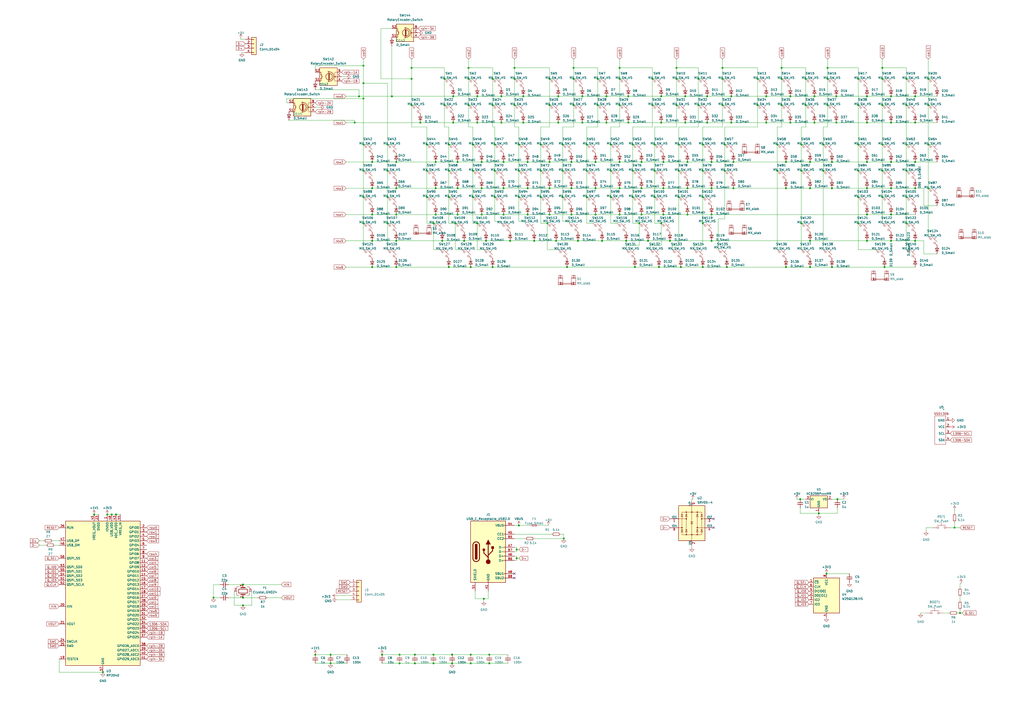
<source format=kicad_sch>
(kicad_sch (version 20230121) (generator eeschema)
  (paper "A2")
  (lib_symbols
    (symbol "Connector:USB_C_Receptacle_USB2.0" (pin_names (offset 1.016))
      (property "Reference" "J" (at -10.16 19.05 0))
      (property "Value" "USB_C_Receptacle_USB2.0" (at 19.05 19.05 0))
      (symbol "USB_C_Receptacle_USB2.0_1_1"
        (pin passive line (at 0 -22.86 90) (length 5.08) (name "GND") (number "A1"))
        (pin passive line (at 0 -22.86 90) (length 5.08) hide (name "GND") (number "A12"))
        (pin passive line (at 15.24 15.24 180) (length 5.08) (name "VBUS") (number "A4"))
        (pin bidirectional line (at 15.24 10.16 180) (length 5.08) (name "CC1") (number "A5"))
        (pin bidirectional line (at 15.24 -2.54 180) (length 5.08) (name "D+") (number "A6"))
        (pin bidirectional line (at 15.24 2.54 180) (length 5.08) (name "D-") (number "A7"))
        (pin bidirectional line (at 15.24 -12.7 180) (length 5.08) (name "SBU1") (number "A8"))
        (pin passive line (at 15.24 15.24 180) (length 5.08) hide (name "VBUS") (number "A9"))
        (pin passive line (at 0 -22.86 90) (length 5.08) hide (name "GND") (number "B1"))
        (pin passive line (at 0 -22.86 90) (length 5.08) hide (name "GND") (number "B12"))
        (pin passive line (at 15.24 15.24 180) (length 5.08) hide (name "VBUS") (number "B4"))
        (pin bidirectional line (at 15.24 7.62 180) (length 5.08) (name "CC2") (number "B5"))
        (pin bidirectional line (at 15.24 -5.08 180) (length 5.08) (name "D+") (number "B6"))
        (pin bidirectional line (at 15.24 0 180) (length 5.08) (name "D-") (number "B7"))
        (pin bidirectional line (at 15.24 -15.24 180) (length 5.08) (name "SBU2") (number "B8"))
        (pin passive line (at 15.24 15.24 180) (length 5.08) hide (name "VBUS") (number "B9"))
        (pin passive line (at -7.62 -22.86 90) (length 5.08) (name "SHIELD") (number "S1"))
      )
    )
    (symbol "Connector_Generic:Conn_01x04" (pin_names (offset 1.016) hide)
      (property "Reference" "J" (at 0 5.08 0))
      (property "Value" "Conn_01x04" (at 0 -7.62 0))
      (symbol "Conn_01x04_1_1"
        (pin passive line (at -5.08 2.54 0) (length 3.81) (name "Pin_1") (number "1"))
        (pin passive line (at -5.08 0 0) (length 3.81) (name "Pin_2") (number "2"))
        (pin passive line (at -5.08 -2.54 0) (length 3.81) (name "Pin_3") (number "3"))
        (pin passive line (at -5.08 -5.08 0) (length 3.81) (name "Pin_4") (number "4"))
      )
    )
    (symbol "Connector_Generic:Conn_01x05" (pin_names (offset 1.016) hide)
      (property "Reference" "J" (at 0 7.62 0))
      (property "Value" "Conn_01x05" (at 0 -7.62 0))
      (symbol "Conn_01x05_1_1"
        (pin passive line (at -5.08 5.08 0) (length 3.81) (name "Pin_1") (number "1"))
        (pin passive line (at -5.08 2.54 0) (length 3.81) (name "Pin_2") (number "2"))
        (pin passive line (at -5.08 0 0) (length 3.81) (name "Pin_3") (number "3"))
        (pin passive line (at -5.08 -2.54 0) (length 3.81) (name "Pin_4") (number "4"))
        (pin passive line (at -5.08 -5.08 0) (length 3.81) (name "Pin_5") (number "5"))
      )
    )
    (symbol "Device:C_Small" (pin_numbers hide) (pin_names (offset 0.254) hide)
      (property "Reference" "C" (at 0.254 1.778 0))
      (property "Value" "C_Small" (at 0.254 -2.032 0))
      (symbol "C_Small_1_1"
        (pin passive line (at 0 2.54 270) (length 2.032) (name "~") (number "1"))
        (pin passive line (at 0 -2.54 90) (length 2.032) (name "~") (number "2"))
      )
    )
    (symbol "Device:Crystal_GND24" (pin_names (offset 1.016) hide)
      (property "Reference" "Y" (at 3.175 5.08 0))
      (property "Value" "Crystal_GND24" (at 3.175 3.175 0))
      (symbol "Crystal_GND24_1_1"
        (pin passive line (at -3.81 0 0) (length 1.27) (name "1") (number "1"))
        (pin passive line (at 0 5.08 270) (length 1.27) (name "2") (number "2"))
        (pin passive line (at 3.81 0 180) (length 1.27) (name "3") (number "3"))
        (pin passive line (at 0 -5.08 90) (length 1.27) (name "4") (number "4"))
      )
    )
    (symbol "Device:D_Small" (pin_numbers hide) (pin_names (offset 0.254) hide)
      (property "Reference" "D" (at -1.27 2.032 0))
      (property "Value" "D_Small" (at -3.81 -2.032 0))
      (symbol "D_Small_1_1"
        (pin passive line (at -2.54 0 0) (length 1.778) (name "K") (number "1"))
        (pin passive line (at 2.54 0 180) (length 1.778) (name "A") (number "2"))
      )
    )
    (symbol "Device:Fuse_Small" (pin_numbers hide) (pin_names (offset 0.254) hide)
      (property "Reference" "F" (at 0 -1.524 0))
      (property "Value" "Fuse_Small" (at 0 1.524 0))
      (symbol "Fuse_Small_1_1"
        (pin passive line (at -2.54 0 0) (length 1.27) (name "~") (number "1"))
        (pin passive line (at 2.54 0 180) (length 1.27) (name "~") (number "2"))
      )
    )
    (symbol "Device:R_Small" (pin_numbers hide) (pin_names (offset 0.254) hide)
      (property "Reference" "R" (at 0.762 0.508 0))
      (property "Value" "R_Small" (at 0.762 -1.016 0))
      (symbol "R_Small_1_1"
        (pin passive line (at 0 2.54 270) (length 0.762) (name "~") (number "1"))
        (pin passive line (at 0 -2.54 90) (length 0.762) (name "~") (number "2"))
      )
    )
    (symbol "Device:RotaryEncoder_Switch" (pin_names (offset 0.254) hide)
      (property "Reference" "SW" (at 0 6.604 0))
      (property "Value" "RotaryEncoder_Switch" (at 0 -6.604 0))
      (symbol "RotaryEncoder_Switch_1_1"
        (pin passive line (at -7.62 2.54 0) (length 2.54) (name "A") (number "A"))
        (pin passive line (at -7.62 -2.54 0) (length 2.54) (name "B") (number "B"))
        (pin passive line (at -7.62 0 0) (length 2.54) (name "C") (number "C"))
        (pin passive line (at 7.62 2.54 180) (length 2.54) (name "S1") (number "S1"))
        (pin passive line (at 7.62 -2.54 180) (length 2.54) (name "S2") (number "S2"))
      )
    )
    (symbol "MCU_RaspberryPi:RP2040"
      (property "Reference" "U" (at 17.78 45.72 0))
      (property "Value" "RP2040" (at 17.78 43.18 0))
      (symbol "RP2040_1_1"
        (pin power_in line (at 2.54 45.72 270) (length 3.81) (name "IOVDD") (number "1"))
        (pin passive line (at 2.54 45.72 270) (length 3.81) hide (name "IOVDD") (number "10"))
        (pin bidirectional line (at 25.4 17.78 180) (length 3.81) (name "GPIO8") (number "11"))
        (pin bidirectional line (at 25.4 15.24 180) (length 3.81) (name "GPIO9") (number "12"))
        (pin bidirectional line (at 25.4 12.7 180) (length 3.81) (name "GPIO10") (number "13"))
        (pin bidirectional line (at 25.4 10.16 180) (length 3.81) (name "GPIO11") (number "14"))
        (pin bidirectional line (at 25.4 7.62 180) (length 3.81) (name "GPIO12") (number "15"))
        (pin bidirectional line (at 25.4 5.08 180) (length 3.81) (name "GPIO13") (number "16"))
        (pin bidirectional line (at 25.4 2.54 180) (length 3.81) (name "GPIO14") (number "17"))
        (pin bidirectional line (at 25.4 0 180) (length 3.81) (name "GPIO15") (number "18"))
        (pin input line (at -25.4 -38.1 0) (length 3.81) (name "TESTEN") (number "19"))
        (pin bidirectional line (at 25.4 38.1 180) (length 3.81) (name "GPIO0") (number "2"))
        (pin input line (at -25.4 -7.62 0) (length 3.81) (name "XIN") (number "20"))
        (pin passive line (at -25.4 -17.78 0) (length 3.81) (name "XOUT") (number "21"))
        (pin passive line (at 2.54 45.72 270) (length 3.81) hide (name "IOVDD") (number "22"))
        (pin power_in line (at -2.54 45.72 270) (length 3.81) (name "DVDD") (number "23"))
        (pin input line (at -25.4 -27.94 0) (length 3.81) (name "SWCLK") (number "24"))
        (pin bidirectional line (at -25.4 -30.48 0) (length 3.81) (name "SWD") (number "25"))
        (pin input line (at -25.4 38.1 0) (length 3.81) (name "RUN") (number "26"))
        (pin bidirectional line (at 25.4 -2.54 180) (length 3.81) (name "GPIO16") (number "27"))
        (pin bidirectional line (at 25.4 -5.08 180) (length 3.81) (name "GPIO17") (number "28"))
        (pin bidirectional line (at 25.4 -7.62 180) (length 3.81) (name "GPIO18") (number "29"))
        (pin bidirectional line (at 25.4 35.56 180) (length 3.81) (name "GPIO1") (number "3"))
        (pin bidirectional line (at 25.4 -10.16 180) (length 3.81) (name "GPIO19") (number "30"))
        (pin bidirectional line (at 25.4 -12.7 180) (length 3.81) (name "GPIO20") (number "31"))
        (pin bidirectional line (at 25.4 -15.24 180) (length 3.81) (name "GPIO21") (number "32"))
        (pin passive line (at 2.54 45.72 270) (length 3.81) hide (name "IOVDD") (number "33"))
        (pin bidirectional line (at 25.4 -17.78 180) (length 3.81) (name "GPIO22") (number "34"))
        (pin bidirectional line (at 25.4 -20.32 180) (length 3.81) (name "GPIO23") (number "35"))
        (pin bidirectional line (at 25.4 -22.86 180) (length 3.81) (name "GPIO24") (number "36"))
        (pin bidirectional line (at 25.4 -25.4 180) (length 3.81) (name "GPIO25") (number "37"))
        (pin bidirectional line (at 25.4 -30.48 180) (length 3.81) (name "GPIO26_ADC0") (number "38"))
        (pin bidirectional line (at 25.4 -33.02 180) (length 3.81) (name "GPIO27_ADC1") (number "39"))
        (pin bidirectional line (at 25.4 33.02 180) (length 3.81) (name "GPIO2") (number "4"))
        (pin bidirectional line (at 25.4 -35.56 180) (length 3.81) (name "GPIO28_ADC2") (number "40"))
        (pin bidirectional line (at 25.4 -38.1 180) (length 3.81) (name "GPIO29_ADC3") (number "41"))
        (pin passive line (at 2.54 45.72 270) (length 3.81) hide (name "IOVDD") (number "42"))
        (pin power_in line (at 7.62 45.72 270) (length 3.81) (name "ADC_AVDD") (number "43"))
        (pin power_in line (at 10.16 45.72 270) (length 3.81) (name "VREG_IN") (number "44"))
        (pin power_out line (at -5.08 45.72 270) (length 3.81) (name "VREG_VOUT") (number "45"))
        (pin bidirectional line (at -25.4 27.94 0) (length 3.81) (name "USB_DM") (number "46"))
        (pin bidirectional line (at -25.4 30.48 0) (length 3.81) (name "USB_DP") (number "47"))
        (pin power_in line (at 5.08 45.72 270) (length 3.81) (name "USB_VDD") (number "48"))
        (pin passive line (at 2.54 45.72 270) (length 3.81) hide (name "IOVDD") (number "49"))
        (pin bidirectional line (at 25.4 30.48 180) (length 3.81) (name "GPIO3") (number "5"))
        (pin passive line (at -2.54 45.72 270) (length 3.81) hide (name "DVDD") (number "50"))
        (pin bidirectional line (at -25.4 7.62 0) (length 3.81) (name "QSPI_SD3") (number "51"))
        (pin output line (at -25.4 5.08 0) (length 3.81) (name "QSPI_SCLK") (number "52"))
        (pin bidirectional line (at -25.4 15.24 0) (length 3.81) (name "QSPI_SD0") (number "53"))
        (pin bidirectional line (at -25.4 10.16 0) (length 3.81) (name "QSPI_SD2") (number "54"))
        (pin bidirectional line (at -25.4 12.7 0) (length 3.81) (name "QSPI_SD1") (number "55"))
        (pin bidirectional line (at -25.4 20.32 0) (length 3.81) (name "QSPI_SS") (number "56"))
        (pin power_in line (at 0 -45.72 90) (length 3.81) (name "GND") (number "57"))
        (pin bidirectional line (at 25.4 27.94 180) (length 3.81) (name "GPIO4") (number "6"))
        (pin bidirectional line (at 25.4 25.4 180) (length 3.81) (name "GPIO5") (number "7"))
        (pin bidirectional line (at 25.4 22.86 180) (length 3.81) (name "GPIO6") (number "8"))
        (pin bidirectional line (at 25.4 20.32 180) (length 3.81) (name "GPIO7") (number "9"))
      )
    )
    (symbol "Memory_Flash:W25Q128JVS"
      (property "Reference" "U" (at -8.89 8.89 0))
      (property "Value" "W25Q128JVS" (at 7.62 8.89 0))
      (symbol "W25Q128JVS_1_1"
        (pin input line (at -10.16 7.62 0) (length 2.54) (name "~{CS}") (number "1"))
        (pin bidirectional line (at -10.16 0 0) (length 2.54) (name "DO(IO1)") (number "2"))
        (pin bidirectional line (at -10.16 -2.54 0) (length 2.54) (name "IO2") (number "3"))
        (pin power_in line (at 0 -12.7 90) (length 2.54) (name "GND") (number "4"))
        (pin bidirectional line (at -10.16 2.54 0) (length 2.54) (name "DI(IO0)") (number "5"))
        (pin input line (at -10.16 5.08 0) (length 2.54) (name "CLK") (number "6"))
        (pin bidirectional line (at -10.16 -5.08 0) (length 2.54) (name "IO3") (number "7"))
        (pin power_in line (at 0 12.7 270) (length 2.54) (name "VCC") (number "8"))
      )
    )
    (symbol "New_Library:ssd1306_4pin"
      (property "Reference" "U5" (at 10.16 6.35 0))
      (property "Value" "~" (at 11.43 5.08 0))
      (symbol "ssd1306_4pin_1_1"
        (text "SSD1306\n" (at 10.16 2.54 0) (effects (font (size 1.27 1.27))))
        (pin input line (at 15.24 -1.27 180) (length 2.54) (name "GND") (number "1"))
        (pin input line (at 15.24 -5.08 180) (length 2.54) (name "VCC") (number "2"))
        (pin input line (at 15.24 -8.89 180) (length 2.54) (name "SCL") (number "3"))
        (pin input line (at 15.24 -12.7 180) (length 2.54) (name "SDA") (number "4"))
      )
    )
    (symbol "PCM_marbastlib-mx:MX_stab" (pin_names (offset 1.016))
      (property "Reference" "S" (at -5.08 6.35 0))
      (property "Value" "MX_stab" (at -5.08 3.81 0))
    )
    (symbol "PCM_marbastlib-various:SRV05-4" (pin_names (offset 0))
      (property "Reference" "U" (at -5.08 11.43 0))
      (property "Value" "SRV05-4" (at 2.54 11.43 0))
      (symbol "SRV05-4_1_1"
        (pin passive line (at -12.7 2.54 0) (length 5.08) (name "IO1") (number "1"))
        (pin passive line (at 0 -12.7 90) (length 2.54) (name "VN") (number "2"))
        (pin passive line (at 12.7 2.54 180) (length 5.08) (name "IO2") (number "3"))
        (pin passive line (at 12.7 -2.54 180) (length 5.08) (name "IO3") (number "4"))
        (pin passive line (at 0 12.7 270) (length 2.54) (name "VP") (number "5"))
        (pin passive line (at -12.7 -2.54 0) (length 5.08) (name "IO4") (number "6"))
      )
    )
    (symbol "Regulator_Linear:XC6206PxxxMR" (pin_names (offset 0.254))
      (property "Reference" "U" (at -3.81 3.175 0))
      (property "Value" "XC6206PxxxMR" (at 0 3.175 0))
      (symbol "XC6206PxxxMR_1_1"
        (pin power_in line (at 0 -7.62 90) (length 2.54) (name "GND") (number "1"))
        (pin power_out line (at 7.62 0 180) (length 2.54) (name "VO") (number "2"))
        (pin power_in line (at -7.62 0 0) (length 2.54) (name "VI") (number "3"))
      )
    )
    (symbol "Switch:SW_Push" (pin_numbers hide) (pin_names (offset 1.016) hide)
      (property "Reference" "SW" (at 1.27 2.54 0))
      (property "Value" "SW_Push" (at 0 -1.524 0))
      (symbol "SW_Push_0_1"
        (pin passive line (at -5.08 0 0) (length 2.54) (name "1") (number "1"))
        (pin passive line (at 5.08 0 180) (length 2.54) (name "2") (number "2"))
      )
    )
    (symbol "marbastlib-mx:MX_SW_HS" (pin_numbers hide) (pin_names (offset 1.016) hide)
      (property "Reference" "SW" (at 3.048 1.016 0))
      (property "Value" "MX_SW_HS" (at 0 -3.81 0))
      (symbol "MX_SW_HS_0_1"
        (pin passive line (at -2.54 2.54 0) (length 0) (name "1") (number "1"))
        (pin passive line (at 2.54 -2.54 180) (length 0) (name "2") (number "2"))
      )
    )
    (symbol "power:+1V1" (power) (pin_names (offset 0))
      (property "Value" "+1V1" (at 0 3.556 0))
      (symbol "+1V1_1_1"
        (pin power_in line (at 0 0 90) (length 0) hide (name "+1V1") (number "1"))
      )
    )
    (symbol "power:+3V3" (power) (pin_names (offset 0))
      (property "Value" "+3V3" (at 0 3.556 0))
      (symbol "+3V3_1_1"
        (pin power_in line (at 0 0 90) (length 0) hide (name "+3V3") (number "1"))
      )
    )
    (symbol "power:+5V" (power) (pin_names (offset 0))
      (property "Value" "+5V" (at 0 3.556 0))
      (symbol "+5V_1_1"
        (pin power_in line (at 0 0 90) (length 0) hide (name "+5V") (number "1"))
      )
    )
    (symbol "power:GND" (power) (pin_names (offset 0))
      (property "Value" "GND" (at 0 -3.81 0))
      (symbol "GND_1_1"
        (pin power_in line (at 0 0 270) (length 0) hide (name "GND") (number "1"))
      )
    )
    (symbol "power:VBUS" (power) (pin_names (offset 0))
      (property "Value" "VBUS" (at 0 3.81 0))
      (symbol "VBUS_1_1"
        (pin power_in line (at 0 0 90) (length 0) hide (name "VBUS") (number "1"))
      )
    )
  )
  (junction (at 497.84 83.82))
  (junction (at 215.9 154.94))
  (junction (at 290.83 71.12))
  (junction (at 210.82 83.82))
  (junction (at 215.9 124.46))
  (junction (at 54.61 298.45))
  (junction (at 337.82 55.88))
  (junction (at 269.24 139.7))
  (junction (at 359.41 60.96))
  (junction (at 345.44 93.98))
  (junction (at 439.42 60.96))
  (junction (at 229.87 154.94))
  (junction (at 322.58 139.7))
  (junction (at 458.47 55.88))
  (junction (at 482.6 109.22))
  (junction (at 359.41 45.72))
  (junction (at 392.43 39.37))
  (junction (at 525.78 114.3))
  (junction (at 328.93 154.94))
  (junction (at 407.67 114.3))
  (junction (at 318.77 60.96))
  (junction (at 482.6 93.98))
  (junction (at 511.81 83.82))
  (junction (at 229.87 93.98))
  (junction (at 398.78 124.46))
  (junction (at 410.21 55.88))
  (junction (at 511.81 99.06))
  (junction (at 349.25 139.7))
  (junction (at 393.7 114.3))
  (junction (at 285.75 45.72))
  (junction (at 556.895 355.6))
  (junction (at 260.35 114.3))
  (junction (at 497.84 99.06))
  (junction (at 318.77 124.46))
  (junction (at 279.4 93.98))
  (junction (at 251.46 129.54))
  (junction (at 298.45 45.72))
  (junction (at 405.13 45.72))
  (junction (at 326.39 99.06))
  (junction (at 318.77 93.98))
  (junction (at 313.69 83.82))
  (junction (at 229.87 124.46))
  (junction (at 419.1 45.72))
  (junction (at 354.33 83.82))
  (junction (at 538.48 45.72))
  (junction (at 247.65 114.3))
  (junction (at 332.74 45.72))
  (junction (at 221.615 379.73))
  (junction (at 502.92 109.22))
  (junction (at 238.76 45.72))
  (junction (at 276.86 129.54))
  (junction (at 273.05 384.81))
  (junction (at 485.14 55.88))
  (junction (at 384.81 109.22))
  (junction (at 276.86 71.12))
  (junction (at 335.28 139.7))
  (junction (at 450.85 83.82))
  (junction (at 215.9 139.7))
  (junction (at 331.47 109.22))
  (junction (at 256.54 139.7))
  (junction (at 516.89 55.88))
  (junction (at 450.85 99.06))
  (junction (at 502.92 124.46))
  (junction (at 229.87 139.7))
  (junction (at 525.78 129.54))
  (junction (at 458.47 71.12))
  (junction (at 420.37 99.06))
  (junction (at 439.42 45.72))
  (junction (at 453.39 45.72))
  (junction (at 252.73 124.46))
  (junction (at 285.75 60.96))
  (junction (at 252.73 109.22))
  (junction (at 525.78 60.96))
  (junction (at 480.06 60.96))
  (junction (at 388.62 139.7))
  (junction (at 383.54 55.88))
  (junction (at 511.81 45.72))
  (junction (at 372.11 93.98))
  (junction (at 260.35 154.94))
  (junction (at 238.76 60.96))
  (junction (at 480.06 45.72))
  (junction (at 271.78 39.37))
  (junction (at 317.5 129.54))
  (junction (at 393.7 83.82))
  (junction (at 485.14 71.12))
  (junction (at 283.845 379.73))
  (junction (at 210.82 114.3))
  (junction (at 412.75 93.98))
  (junction (at 392.43 60.96))
  (junction (at 407.67 129.54))
  (junction (at 231.775 379.73))
  (junction (at 372.11 109.22))
  (junction (at 394.97 154.94))
  (junction (at 453.39 39.37))
  (junction (at 210.82 129.54))
  (junction (at 530.86 109.22))
  (junction (at 140.97 346.71))
  (junction (at 420.37 83.82))
  (junction (at 511.81 114.3))
  (junction (at 271.78 45.72))
  (junction (at 331.47 124.46))
  (junction (at 260.35 83.82))
  (junction (at 525.78 45.72))
  (junction (at 306.07 93.98))
  (junction (at 247.65 99.06))
  (junction (at 354.33 99.06))
  (junction (at 359.41 124.46))
  (junction (at 516.89 109.22))
  (junction (at 412.75 109.22))
  (junction (at 378.46 45.72))
  (junction (at 345.44 124.46))
  (junction (at 363.22 139.7))
  (junction (at 502.92 71.12))
  (junction (at 375.92 139.7))
  (junction (at 516.89 93.98))
  (junction (at 372.11 124.46))
  (junction (at 368.3 154.94))
  (junction (at 351.79 71.12))
  (junction (at 292.1 124.46))
  (junction (at 464.82 129.54))
  (junction (at 538.48 60.96))
  (junction (at 279.4 124.46))
  (junction (at 265.43 109.22))
  (junction (at 516.89 139.7))
  (junction (at 240.665 384.81))
  (junction (at 318.77 109.22))
  (junction (at 502.92 93.98))
  (junction (at 215.9 93.98))
  (junction (at 538.48 109.22))
  (junction (at 502.92 55.88))
  (junction (at 425.45 93.98))
  (junction (at 370.84 129.54))
  (junction (at 224.79 83.82))
  (junction (at 392.43 45.72))
  (junction (at 210.82 57.15))
  (junction (at 378.46 60.96))
  (junction (at 257.81 45.72))
  (junction (at 300.99 304.8))
  (junction (at 331.47 93.98))
  (junction (at 247.65 83.82))
  (junction (at 516.89 71.12))
  (junction (at 287.02 114.3))
  (junction (at 383.54 129.54))
  (junction (at 231.775 384.81))
  (junction (at 472.44 55.88))
  (junction (at 274.32 99.06))
  (junction (at 472.44 71.12))
  (junction (at 467.36 60.96))
  (junction (at 384.81 93.98))
  (junction (at 274.32 114.3))
  (junction (at 262.255 384.81))
  (junction (at 464.82 83.82))
  (junction (at 477.52 83.82))
  (junction (at 382.27 154.94))
  (junction (at 340.36 99.06))
  (junction (at 398.78 109.22))
  (junction (at 257.81 60.96))
  (junction (at 359.41 109.22))
  (junction (at 238.76 39.37))
  (junction (at 497.84 45.72))
  (junction (at 326.39 83.82))
  (junction (at 469.9 109.22))
  (junction (at 306.07 109.22))
  (junction (at 511.81 60.96))
  (junction (at 273.05 379.73))
  (junction (at 240.665 379.73))
  (junction (at 215.9 109.22))
  (junction (at 397.51 71.12))
  (junction (at 265.43 124.46))
  (junction (at 425.45 109.22))
  (junction (at 224.79 129.54))
  (junction (at 397.51 55.88))
  (junction (at 274.32 83.82))
  (junction (at 359.41 93.98))
  (junction (at 469.9 154.94))
  (junction (at 182.88 379.73))
  (junction (at 292.1 109.22))
  (junction (at 340.36 83.82))
  (junction (at 271.78 60.96))
  (junction (at 265.43 93.98))
  (junction (at 279.4 109.22))
  (junction (at 300.99 114.3))
  (junction (at 285.75 154.94))
  (junction (at 251.46 384.81))
  (junction (at 251.46 379.73))
  (junction (at 530.86 93.98))
  (junction (at 530.86 55.88))
  (junction (at 345.44 109.22))
  (junction (at 298.45 39.37))
  (junction (at 283.845 384.81))
  (junction (at 191.77 384.81))
  (junction (at 323.85 55.88))
  (junction (at 64.77 298.45))
  (junction (at 262.255 379.73))
  (junction (at 290.83 55.88))
  (junction (at 281.94 139.7))
  (junction (at 62.23 298.45))
  (junction (at 538.48 83.82))
  (junction (at 525.78 83.82))
  (junction (at 205.74 71.12))
  (junction (at 306.07 124.46))
  (junction (at 260.35 99.06))
  (junction (at 444.5 55.88))
  (junction (at 287.02 99.06))
  (junction (at 327.025 312.42))
  (junction (at 332.74 39.37))
  (junction (at 346.71 45.72))
  (junction (at 455.93 154.94))
  (junction (at 300.99 99.06))
  (junction (at 410.21 71.12))
  (junction (at 464.82 99.06))
  (junction (at 419.1 39.37))
  (junction (at 224.79 99.06))
  (junction (at 485.775 289.56))
  (junction (at 303.53 55.88))
  (junction (at 553.72 306.07))
  (junction (at 364.49 71.12))
  (junction (at 405.13 60.96))
  (junction (at 367.03 114.3))
  (junction (at 123.825 346.71))
  (junction (at 313.69 99.06))
  (junction (at 497.84 114.3))
  (junction (at 243.84 71.12))
  (junction (at 511.81 39.37))
  (junction (at 262.89 71.12))
  (junction (at 210.82 99.06))
  (junction (at 354.33 114.3))
  (junction (at 469.9 93.98))
  (junction (at 419.1 60.96))
  (junction (at 326.39 114.3))
  (junction (at 208.28 55.88))
  (junction (at 497.84 129.54))
  (junction (at 262.89 55.88))
  (junction (at 467.36 45.72))
  (junction (at 384.81 124.46))
  (junction (at 480.06 39.37))
  (junction (at 393.7 99.06))
  (junction (at 140.97 339.09))
  (junction (at 455.93 93.98))
  (junction (at 346.71 60.96))
  (junction (at 303.53 71.12))
  (junction (at 412.75 139.7))
  (junction (at 364.49 55.88))
  (junction (at 379.73 114.3))
  (junction (at 299.72 323.85))
  (junction (at 444.5 71.12))
  (junction (at 287.02 83.82))
  (junction (at 424.18 71.12))
  (junction (at 530.86 71.12))
  (junction (at 318.77 45.72))
  (junction (at 332.74 60.96))
  (junction (at 359.41 39.37))
  (junction (at 398.78 93.98))
  (junction (at 280.67 347.345))
  (junction (at 367.03 99.06))
  (junction (at 300.99 83.82))
  (junction (at 383.54 71.12))
  (junction (at 140.97 351.155))
  (junction (at 210.82 48.26))
  (junction (at 351.79 55.88))
  (junction (at 497.84 60.96))
  (junction (at 273.05 154.94))
  (junction (at 229.87 109.22))
  (junction (at 295.91 139.7))
  (junction (at 379.73 83.82))
  (junction (at 59.69 389.89))
  (junction (at 67.31 298.45))
  (junction (at 224.79 114.3))
  (junction (at 379.73 99.06))
  (junction (at 407.67 83.82))
  (junction (at 337.82 71.12))
  (junction (at 407.67 154.94))
  (junction (at 210.82 38.1))
  (junction (at 464.185 289.56))
  (junction (at 407.67 99.06))
  (junction (at 469.9 139.7))
  (junction (at 412.75 124.46))
  (junction (at 516.89 124.46))
  (junction (at 474.98 297.815))
  (junction (at 252.73 93.98))
  (junction (at 502.92 139.7))
  (junction (at 276.86 55.88))
  (junction (at 323.85 71.12))
  (junction (at 367.03 83.82))
  (junction (at 479.425 332.74))
  (junction (at 482.6 154.94))
  (junction (at 513.08 154.94))
  (junction (at 453.39 60.96))
  (junction (at 309.88 139.7))
  (junction (at 191.77 379.73))
  (junction (at 227.33 55.88))
  (junction (at 298.45 60.96))
  (junction (at 424.18 55.88))
  (junction (at 421.64 154.94))
  (junction (at 455.93 109.22))
  (junction (at 313.69 114.3))
  (junction (at 264.16 129.54))
  (junction (at 477.52 99.06))
  (junction (at 340.36 114.3))
  (junction (at 292.1 93.98))
  (junction (at 525.78 99.06))
  (junction (at 299.72 318.77))
  (junction (at 530.86 139.7))
  (no_connect (at 298.45 335.28))
  (no_connect (at 414.02 300.99))
  (no_connect (at 298.45 332.74))
  (no_connect (at 414.02 306.07))
  (wire (pts (xy 224.79 144.78) (xy 224.79 129.54)))
  (wire (pts (xy 252.73 124.46) (xy 265.43 124.46)))
  (wire (pts (xy 425.45 109.22) (xy 455.93 109.22)))
  (wire (pts (xy 200.66 139.7) (xy 215.9 139.7)))
  (wire (pts (xy 318.77 93.98) (xy 331.47 93.98)))
  (wire (pts (xy 511.81 129.54) (xy 511.81 114.3)))
  (wire (pts (xy 287.02 114.3) (xy 287.02 99.06)))
  (wire (pts (xy 287.02 83.82) (xy 287.02 73.66)))
  (wire (pts (xy 407.67 114.3) (xy 407.67 129.54)))
  (wire (pts (xy 331.47 93.98) (xy 345.44 93.98)))
  (wire (pts (xy 205.74 69.85) (xy 205.74 71.12)))
  (wire (pts (xy 300.99 304.8) (xy 307.34 304.8)))
  (wire (pts (xy 332.74 73.66) (xy 326.39 73.66)))
  (wire (pts (xy 167.64 69.85) (xy 205.74 69.85)))
  (wire (pts (xy 318.77 60.96) (xy 318.77 45.72)))
  (wire (pts (xy 300.99 73.66) (xy 300.99 83.82)))
  (wire (pts (xy 525.78 60.96) (xy 525.78 83.82)))
  (wire (pts (xy 359.41 124.46) (xy 372.11 124.46)))
  (wire (pts (xy 397.51 55.88) (xy 410.21 55.88)))
  (wire (pts (xy 257.81 60.96) (xy 257.81 45.72)))
  (wire (pts (xy 298.45 45.72) (xy 298.45 60.96)))
  (wire (pts (xy 257.81 73.66) (xy 257.81 60.96)))
  (wire (pts (xy 54.61 298.45) (xy 57.15 298.45)))
  (wire (pts (xy 368.3 154.94) (xy 382.27 154.94)))
  (wire (pts (xy 300.99 99.06) (xy 300.99 114.3)))
  (wire (pts (xy 469.9 139.7) (xy 502.92 139.7)))
  (wire (pts (xy 340.36 83.82) (xy 340.36 99.06)))
  (wire (pts (xy 309.88 139.7) (xy 322.58 139.7)))
  (wire (pts (xy 378.46 45.72) (xy 378.46 60.96)))
  (wire (pts (xy 407.67 99.06) (xy 407.67 114.3)))
  (wire (pts (xy 300.99 318.77) (xy 299.72 318.77)))
  (wire (pts (xy 298.45 320.04) (xy 299.72 320.04)))
  (wire (pts (xy 401.32 289.56) (xy 401.955 289.56)))
  (wire (pts (xy 276.86 55.88) (xy 290.83 55.88)))
  (wire (pts (xy 389.89 142.24) (xy 389.89 144.78)))
  (wire (pts (xy 247.65 83.82) (xy 247.65 73.66)))
  (wire (pts (xy 298.45 325.12) (xy 299.72 325.12)))
  (wire (pts (xy 535.94 119.38) (xy 543.56 119.38)))
  (wire (pts (xy 313.69 114.3) (xy 313.69 99.06)))
  (wire (pts (xy 397.51 71.12) (xy 410.21 71.12)))
  (wire (pts (xy 31.75 316.23) (xy 34.29 316.23)))
  (wire (pts (xy 525.78 144.78) (xy 525.78 129.54)))
  (wire (pts (xy 392.43 45.72) (xy 392.43 39.37)))
  (wire (pts (xy 221.615 384.81) (xy 231.775 384.81)))
  (wire (pts (xy 265.43 109.22) (xy 279.4 109.22)))
  (wire (pts (xy 313.69 73.66) (xy 318.77 73.66)))
  (wire (pts (xy 224.79 48.26) (xy 224.79 83.82)))
  (wire (pts (xy 210.82 83.82) (xy 210.82 99.06)))
  (wire (pts (xy 513.08 154.94) (xy 530.86 154.94)))
  (wire (pts (xy 210.82 34.29) (xy 210.82 38.1)))
  (wire (pts (xy 332.74 39.37) (xy 346.71 39.37)))
  (wire (pts (xy 306.07 109.22) (xy 318.77 109.22)))
  (wire (pts (xy 511.81 45.72) (xy 511.81 60.96)))
  (wire (pts (xy 453.39 39.37) (xy 453.39 34.29)))
  (wire (pts (xy 467.36 39.37) (xy 453.39 39.37)))
  (wire (pts (xy 140.97 339.09) (xy 163.195 339.09)))
  (wire (pts (xy 318.77 73.66) (xy 318.77 60.96)))
  (wire (pts (xy 453.39 73.66) (xy 453.39 60.96)))
  (wire (pts (xy 472.44 71.12) (xy 485.14 71.12)))
  (wire (pts (xy 535.94 147.32) (xy 535.94 139.7)))
  (wire (pts (xy 280.67 347.345) (xy 283.21 347.345)))
  (wire (pts (xy 215.9 93.98) (xy 229.87 93.98)))
  (wire (pts (xy 424.18 71.12) (xy 444.5 71.12)))
  (wire (pts (xy 140.97 351.155) (xy 146.05 351.155)))
  (wire (pts (xy 269.24 139.7) (xy 281.94 139.7)))
  (wire (pts (xy 407.67 83.82) (xy 407.67 99.06)))
  (wire (pts (xy 300.99 128.27) (xy 300.99 114.3)))
  (wire (pts (xy 420.37 99.06) (xy 420.37 83.82)))
  (wire (pts (xy 299.72 325.12) (xy 299.72 323.85)))
  (wire (pts (xy 477.52 83.82) (xy 477.52 99.06)))
  (wire (pts (xy 420.37 127) (xy 420.37 99.06)))
  (wire (pts (xy 139.7 22.225) (xy 139.7 22.86)))
  (wire (pts (xy 132.715 339.09) (xy 140.97 339.09)))
  (wire (pts (xy 292.1 93.98) (xy 306.07 93.98)))
  (wire (pts (xy 271.78 34.29) (xy 271.78 39.37)))
  (wire (pts (xy 351.79 71.12) (xy 364.49 71.12)))
  (wire (pts (xy 359.41 34.29) (xy 359.41 39.37)))
  (wire (pts (xy 229.87 109.22) (xy 252.73 109.22)))
  (wire (pts (xy 439.42 60.96) (xy 439.42 45.72)))
  (wire (pts (xy 410.21 55.88) (xy 424.18 55.88)))
  (wire (pts (xy 166.37 57.15) (xy 210.82 57.15)))
  (wire (pts (xy 208.28 52.07) (xy 208.28 55.88)))
  (wire (pts (xy 238.76 39.37) (xy 238.76 45.72)))
  (wire (pts (xy 525.78 114.3) (xy 525.78 99.06)))
  (wire (pts (xy 345.44 109.22) (xy 359.41 109.22)))
  (wire (pts (xy 372.11 109.22) (xy 384.81 109.22)))
  (wire (pts (xy 332.74 60.96) (xy 332.74 73.66)))
  (wire (pts (xy 140.335 30.48) (xy 142.24 30.48)))
  (wire (pts (xy 224.79 99.06) (xy 224.79 83.82)))
  (wire (pts (xy 392.43 39.37) (xy 392.43 34.29)))
  (wire (pts (xy 370.84 142.24) (xy 363.22 142.24)))
  (wire (pts (xy 271.78 73.66) (xy 274.32 73.66)))
  (wire (pts (xy 323.85 71.12) (xy 337.82 71.12)))
  (wire (pts (xy 543.56 147.32) (xy 535.94 147.32)))
  (wire (pts (xy 556.895 338.455) (xy 556.895 340.995)))
  (wire (pts (xy 502.92 93.98) (xy 516.89 93.98)))
  (wire (pts (xy 231.775 384.81) (xy 240.665 384.81)))
  (wire (pts (xy 298.45 73.66) (xy 300.99 73.66)))
  (wire (pts (xy 123.825 346.71) (xy 127.635 346.71)))
  (wire (pts (xy 472.44 55.88) (xy 485.14 55.88)))
  (wire (pts (xy 458.47 71.12) (xy 472.44 71.12)))
  (wire (pts (xy 382.27 154.94) (xy 394.97 154.94)))
  (wire (pts (xy 367.03 129.54) (xy 370.84 129.54)))
  (wire (pts (xy 208.28 55.88) (xy 227.33 55.88)))
  (wire (pts (xy 364.49 71.12) (xy 383.54 71.12)))
  (wire (pts (xy 359.41 60.96) (xy 359.41 45.72)))
  (wire (pts (xy 318.77 39.37) (xy 318.77 45.72)))
  (wire (pts (xy 464.185 289.56) (xy 467.36 289.56)))
  (wire (pts (xy 326.39 114.3) (xy 326.39 128.27)))
  (wire (pts (xy 260.35 154.94) (xy 273.05 154.94)))
  (wire (pts (xy 485.775 297.815) (xy 485.775 294.64)))
  (wire (pts (xy 271.78 60.96) (xy 271.78 73.66)))
  (wire (pts (xy 135.89 342.9) (xy 135.89 351.155)))
  (wire (pts (xy 221.615 379.73) (xy 231.775 379.73)))
  (wire (pts (xy 323.85 144.78) (xy 317.5 144.78)))
  (wire (pts (xy 331.47 124.46) (xy 345.44 124.46)))
  (wire (pts (xy 525.78 45.72) (xy 525.78 39.37)))
  (wire (pts (xy 538.48 60.96) (xy 538.48 83.82)))
  (wire (pts (xy 556.895 306.07) (xy 553.72 306.07)))
  (wire (pts (xy 337.82 71.12) (xy 351.79 71.12)))
  (wire (pts (xy 469.9 154.94) (xy 482.6 154.94)))
  (wire (pts (xy 182.88 384.81) (xy 191.77 384.81)))
  (wire (pts (xy 262.89 71.12) (xy 276.86 71.12)))
  (wire (pts (xy 240.665 379.73) (xy 251.46 379.73)))
  (wire (pts (xy 260.35 83.82) (xy 260.35 73.66)))
  (wire (pts (xy 210.82 114.3) (xy 210.82 129.54)))
  (wire (pts (xy 280.67 348.615) (xy 280.67 347.345)))
  (wire (pts (xy 354.33 114.3) (xy 354.33 99.06)))
  (wire (pts (xy 530.86 71.12) (xy 543.56 71.12)))
  (wire (pts (xy 364.49 55.88) (xy 383.54 55.88)))
  (wire (pts (xy 337.82 55.88) (xy 351.79 55.88)))
  (wire (pts (xy 309.88 312.42) (xy 327.025 312.42)))
  (wire (pts (xy 224.79 129.54) (xy 224.79 114.3)))
  (wire (pts (xy 326.39 128.27) (xy 330.2 128.27)))
  (wire (pts (xy 477.52 73.66) (xy 477.52 83.82)))
  (wire (pts (xy 497.84 60.96) (xy 497.84 45.72)))
  (wire (pts (xy 384.81 124.46) (xy 398.78 124.46)))
  (wire (pts (xy 215.9 139.7) (xy 229.87 139.7)))
  (wire (pts (xy 306.07 124.46) (xy 318.77 124.46)))
  (wire (pts (xy 534.035 355.6) (xy 537.21 355.6)))
  (wire (pts (xy 378.46 73.66) (xy 367.03 73.66)))
  (wire (pts (xy 182.88 379.73) (xy 191.77 379.73)))
  (wire (pts (xy 257.81 45.72) (xy 257.81 39.37)))
  (wire (pts (xy 407.67 129.54) (xy 407.67 142.24)))
  (wire (pts (xy 224.79 114.3) (xy 224.79 99.06)))
  (wire (pts (xy 298.45 39.37) (xy 318.77 39.37)))
  (wire (pts (xy 538.48 83.82) (xy 538.48 109.22)))
  (wire (pts (xy 502.92 139.7) (xy 516.89 139.7)))
  (wire (pts (xy 64.77 298.45) (xy 67.31 298.45)))
  (wire (pts (xy 287.02 128.27) (xy 290.83 128.27)))
  (wire (pts (xy 210.82 129.54) (xy 210.82 144.78)))
  (wire (pts (xy 511.81 39.37) (xy 511.81 45.72)))
  (wire (pts (xy 553.72 302.895) (xy 553.72 306.07)))
  (wire (pts (xy 556.895 338.455) (xy 557.53 338.455)))
  (wire (pts (xy 464.82 144.78) (xy 464.82 129.54)))
  (wire (pts (xy 359.41 39.37) (xy 359.41 45.72)))
  (wire (pts (xy 502.92 55.88) (xy 516.89 55.88)))
  (wire (pts (xy 287.02 73.66) (xy 285.75 73.66)))
  (wire (pts (xy 439.42 73.66) (xy 439.42 60.96)))
  (wire (pts (xy 359.41 93.98) (xy 372.11 93.98)))
  (wire (pts (xy 525.78 60.96) (xy 525.78 45.72)))
  (wire (pts (xy 480.06 45.72) (xy 480.06 60.96)))
  (wire (pts (xy 247.65 73.66) (xy 238.76 73.66)))
  (wire (pts (xy 260.35 99.06) (xy 260.35 83.82)))
  (wire (pts (xy 273.05 384.81) (xy 283.845 384.81)))
  (wire (pts (xy 535.94 119.38) (xy 535.94 109.22)))
  (wire (pts (xy 220.98 16.51) (xy 227.33 16.51)))
  (wire (pts (xy 298.45 304.8) (xy 300.99 304.8)))
  (wire (pts (xy 327.025 309.88) (xy 325.12 309.88)))
  (wire (pts (xy 346.71 45.72) (xy 346.71 60.96)))
  (wire (pts (xy 363.22 142.24) (xy 363.22 144.78)))
  (wire (pts (xy 419.1 60.96) (xy 419.1 73.66)))
  (wire (pts (xy 354.33 83.82) (xy 354.33 73.66)))
  (wire (pts (xy 458.47 55.88) (xy 472.44 55.88)))
  (wire (pts (xy 485.14 55.88) (xy 502.92 55.88)))
  (wire (pts (xy 497.84 60.96) (xy 497.84 83.82)))
  (wire (pts (xy 306.07 93.98) (xy 318.77 93.98)))
  (wire (pts (xy 511.81 114.3) (xy 511.81 99.06)))
  (wire (pts (xy 299.72 322.58) (xy 299.72 323.85)))
  (wire (pts (xy 262.255 379.73) (xy 273.05 379.73)))
  (wire (pts (xy 419.1 73.66) (xy 407.67 73.66)))
  (wire (pts (xy 455.93 109.22) (xy 469.9 109.22)))
  (wire (pts (xy 274.32 99.06) (xy 274.32 114.3)))
  (wire (pts (xy 516.89 55.88) (xy 530.86 55.88)))
  (wire (pts (xy 251.46 129.54) (xy 251.46 144.78)))
  (wire (pts (xy 379.73 114.3) (xy 379.73 99.06)))
  (wire (pts (xy 328.93 154.94) (xy 368.3 154.94)))
  (wire (pts (xy 556.895 355.6) (xy 558.165 355.6)))
  (wire (pts (xy 166.37 59.69) (xy 166.37 57.15)))
  (wire (pts (xy 271.78 39.37) (xy 271.78 45.72)))
  (wire (pts (xy 383.54 55.88) (xy 397.51 55.88)))
  (wire (pts (xy 425.45 93.98) (xy 455.93 93.98)))
  (wire (pts (xy 393.7 99.06) (xy 393.7 114.3)))
  (wire (pts (xy 281.94 139.7) (xy 295.91 139.7)))
  (wire (pts (xy 467.36 60.96) (xy 467.36 45.72)))
  (wire (pts (xy 530.86 55.88) (xy 543.56 55.88)))
  (wire (pts (xy 359.41 39.37) (xy 378.46 39.37)))
  (wire (pts (xy 275.59 347.345) (xy 280.67 347.345)))
  (wire (pts (xy 450.85 99.06) (xy 450.85 83.82)))
  (wire (pts (xy 511.81 34.29) (xy 511.81 39.37)))
  (wire (pts (xy 313.69 114.3) (xy 313.69 129.54)))
  (wire (pts (xy 359.41 73.66) (xy 359.41 60.96)))
  (wire (pts (xy 318.77 124.46) (xy 331.47 124.46)))
  (wire (pts (xy 412.75 124.46) (xy 502.92 124.46)))
  (wire (pts (xy 195.58 347.98) (xy 203.2 347.98)))
  (wire (pts (xy 480.06 60.96) (xy 480.06 73.66)))
  (wire (pts (xy 140.97 346.71) (xy 149.86 346.71)))
  (wire (pts (xy 200.66 71.12) (xy 205.74 71.12)))
  (wire (pts (xy 299.72 318.77) (xy 299.72 320.04)))
  (wire (pts (xy 474.98 298.45) (xy 474.98 297.815)))
  (wire (pts (xy 444.5 55.88) (xy 458.47 55.88)))
  (wire (pts (xy 285.75 45.72) (xy 285.75 39.37)))
  (wire (pts (xy 455.93 93.98) (xy 469.9 93.98)))
  (wire (pts (xy 265.43 124.46) (xy 279.4 124.46)))
  (wire (pts (xy 34.29 382.27) (xy 34.29 389.89)))
  (wire (pts (xy 469.9 93.98) (xy 482.6 93.98)))
  (wire (pts (xy 377.19 142.24) (xy 383.54 142.24)))
  (wire (pts (xy 405.13 60.96) (xy 405.13 73.66)))
  (wire (pts (xy 132.715 346.71) (xy 140.97 346.71)))
  (wire (pts (xy 372.11 124.46) (xy 384.81 124.46)))
  (wire (pts (xy 200.66 55.88) (xy 208.28 55.88)))
  (wire (pts (xy 200.66 109.22) (xy 215.9 109.22)))
  (wire (pts (xy 318.77 109.22) (xy 331.47 109.22)))
  (wire (pts (xy 279.4 93.98) (xy 292.1 93.98)))
  (wire (pts (xy 405.13 39.37) (xy 405.13 45.72)))
  (wire (pts (xy 229.87 124.46) (xy 252.73 124.46)))
  (wire (pts (xy 274.32 129.54) (xy 276.86 129.54)))
  (wire (pts (xy 215.9 124.46) (xy 229.87 124.46)))
  (wire (pts (xy 502.92 124.46) (xy 516.89 124.46)))
  (wire (pts (xy 340.36 129.54) (xy 344.17 129.54)))
  (wire (pts (xy 392.43 73.66) (xy 392.43 60.96)))
  (wire (pts (xy 538.48 34.29) (xy 538.48 45.72)))
  (wire (pts (xy 247.65 114.3) (xy 247.65 99.06)))
  (wire (pts (xy 469.9 109.22) (xy 482.6 109.22)))
  (wire (pts (xy 497.84 144.78) (xy 497.84 129.54)))
  (wire (pts (xy 384.81 109.22) (xy 398.78 109.22)))
  (wire (pts (xy 210.82 57.15) (xy 210.82 83.82)))
  (wire (pts (xy 185.42 62.23) (xy 182.88 62.23)))
  (wire (pts (xy 346.71 60.96) (xy 346.71 73.66)))
  (wire (pts (xy 285.75 73.66) (xy 285.75 60.96)))
  (wire (pts (xy 346.71 73.66) (xy 340.36 73.66)))
  (wire (pts (xy 298.45 317.5) (xy 299.72 317.5)))
  (wire (pts (xy 303.53 71.12) (xy 323.85 71.12)))
  (wire (pts (xy 264.16 144.78) (xy 267.97 144.78)))
  (wire (pts (xy 298.45 60.96) (xy 298.45 73.66)))
  (wire (pts (xy 30.48 313.69) (xy 34.29 313.69)))
  (wire (pts (xy 283.21 347.345) (xy 283.21 342.9)))
  (wire (pts (xy 477.52 99.06) (xy 477.52 144.78)))
  (wire (pts (xy 166.37 59.69) (xy 167.64 59.69)))
  (wire (pts (xy 312.42 304.8) (xy 318.135 304.8)))
  (wire (pts (xy 200.66 124.46) (xy 215.9 124.46)))
  (wire (pts (xy 265.43 93.98) (xy 279.4 93.98)))
  (wire (pts (xy 240.665 384.81) (xy 251.46 384.81)))
  (wire (pts (xy 271.78 45.72) (xy 271.78 60.96)))
  (wire (pts (xy 182.88 38.1) (xy 210.82 38.1)))
  (wire (pts (xy 450.85 83.82) (xy 450.85 73.66)))
  (wire (pts (xy 304.8 128.27) (xy 300.99 128.27)))
  (wire (pts (xy 210.82 38.1) (xy 210.82 48.26)))
  (wire (pts (xy 298.45 322.58) (xy 299.72 322.58)))
  (wire (pts (xy 419.1 34.29) (xy 419.1 39.37)))
  (wire (pts (xy 287.02 128.27) (xy 287.02 114.3)))
  (wire (pts (xy 482.6 109.22) (xy 502.92 109.22)))
  (wire (pts (xy 479.425 332.74) (xy 492.76 332.74)))
  (wire (pts (xy 224.79 48.26) (xy 210.82 48.26)))
  (wire (pts (xy 497.84 45.72) (xy 497.84 39.37)))
  (wire (pts (xy 467.36 45.72) (xy 467.36 39.37)))
  (wire (pts (xy 299.72 323.85) (xy 300.99 323.85)))
  (wire (pts (xy 555.625 355.6) (xy 556.895 355.6)))
  (wire (pts (xy 251.46 144.78) (xy 255.27 144.78)))
  (wire (pts (xy 274.32 83.82) (xy 274.32 99.06)))
  (wire (pts (xy 332.74 45.72) (xy 332.74 60.96)))
  (wire (pts (xy 220.98 45.72) (xy 238.76 45.72)))
  (wire (pts (xy 295.91 139.7) (xy 309.88 139.7)))
  (wire (pts (xy 402.59 142.24) (xy 402.59 144.78)))
  (wire (pts (xy 421.64 154.94) (xy 455.93 154.94)))
  (wire (pts (xy 22.86 313.69) (xy 25.4 313.69)))
  (wire (pts (xy 304.8 129.54) (xy 304.8 128.27)))
  (wire (pts (xy 450.85 73.66) (xy 453.39 73.66)))
  (wire (pts (xy 220.98 16.51) (xy 220.98 45.72)))
  (wire (pts (xy 326.39 73.66) (xy 326.39 83.82)))
  (wire (pts (xy 354.33 73.66) (xy 359.41 73.66)))
  (wire (pts (xy 274.32 73.66) (xy 274.32 83.82)))
  (wire (pts (xy 276.86 129.54) (xy 276.86 144.78)))
  (wire (pts (xy 383.54 129.54) (xy 379.73 129.54)))
  (wire (pts (xy 251.46 384.81) (xy 262.255 384.81)))
  (wire (pts (xy 419.1 45.72) (xy 419.1 60.96)))
  (wire (pts (xy 388.62 139.7) (xy 412.75 139.7)))
  (wire (pts (xy 260.35 114.3) (xy 260.35 129.54)))
  (wire (pts (xy 299.72 317.5) (xy 299.72 318.77)))
  (wire (pts (xy 290.83 129.54) (xy 290.83 128.27)))
  (wire (pts (xy 420.37 73.66) (xy 439.42 73.66)))
  (wire (pts (xy 482.6 154.94) (xy 513.08 154.94)))
  (wire (pts (xy 252.73 93.98) (xy 265.43 93.98)))
  (wire (pts (xy 210.82 48.26) (xy 210.82 57.15)))
  (wire (pts (xy 511.81 60.96) (xy 511.81 83.82)))
  (wire (pts (xy 464.185 294.64) (xy 464.185 297.815)))
  (wire (pts (xy 455.93 154.94) (xy 469.9 154.94)))
  (wire (pts (xy 210.82 99.06) (xy 210.82 114.3)))
  (wire (pts (xy 480.06 34.29) (xy 480.06 39.37)))
  (wire (pts (xy 359.41 109.22) (xy 372.11 109.22)))
  (wire (pts (xy 516.89 139.7) (xy 530.86 139.7)))
  (wire (pts (xy 257.81 39.37) (xy 238.76 39.37)))
  (wire (pts (xy 412.75 109.22) (xy 425.45 109.22)))
  (wire (pts (xy 398.78 93.98) (xy 412.75 93.98)))
  (wire (pts (xy 516.89 71.12) (xy 530.86 71.12)))
  (wire (pts (xy 497.84 99.06) (xy 497.84 83.82)))
  (wire (pts (xy 227.33 26.67) (xy 227.33 55.88)))
  (wire (pts (xy 298.45 39.37) (xy 298.45 45.72)))
  (wire (pts (xy 497.84 39.37) (xy 480.06 39.37)))
  (wire (pts (xy 482.6 289.56) (xy 485.775 289.56)))
  (wire (pts (xy 247.65 129.54) (xy 247.65 114.3)))
  (wire (pts (xy 363.22 139.7) (xy 375.92 139.7)))
  (wire (pts (xy 298.45 34.29) (xy 298.45 39.37)))
  (wire (pts (xy 313.69 99.06) (xy 313.69 83.82)))
  (wire (pts (xy 485.14 71.12) (xy 502.92 71.12)))
  (wire (pts (xy 349.25 139.7) (xy 363.22 139.7)))
  (wire (pts (xy 480.06 39.37) (xy 480.06 45.72)))
  (wire (pts (xy 444.5 71.12) (xy 458.47 71.12)))
  (wire (pts (xy 262.89 55.88) (xy 276.86 55.88)))
  (wire (pts (xy 378.46 39.37) (xy 378.46 45.72)))
  (wire (pts (xy 439.42 45.72) (xy 439.42 39.37)))
  (wire (pts (xy 298.45 312.42) (xy 304.8 312.42)))
  (wire (pts (xy 407.67 73.66) (xy 407.67 83.82)))
  (wire (pts (xy 416.56 127) (xy 420.37 127)))
  (wire (pts (xy 516.89 124.46) (xy 530.86 124.46)))
  (wire (pts (xy 367.03 114.3) (xy 367.03 129.54)))
  (wire (pts (xy 537.21 306.07) (xy 537.21 307.975)))
  (wire (pts (xy 439.42 39.37) (xy 419.1 39.37)))
  (wire (pts (xy 407.67 142.24) (xy 402.59 142.24)))
  (wire (pts (xy 298.45 309.88) (xy 320.04 309.88)))
  (wire (pts (xy 332.74 34.29) (xy 332.74 39.37)))
  (wire (pts (xy 273.05 379.73) (xy 283.845 379.73)))
  (wire (pts (xy 367.03 99.06) (xy 367.03 114.3)))
  (wire (pts (xy 547.37 355.6) (xy 550.545 355.6)))
  (wire (pts (xy 383.54 71.12) (xy 397.51 71.12)))
  (wire (pts (xy 464.185 297.815) (xy 474.98 297.815)))
  (wire (pts (xy 276.86 71.12) (xy 290.83 71.12)))
  (wire (pts (xy 340.36 114.3) (xy 340.36 129.54)))
  (wire (pts (xy 401.32 317.5) (xy 401.32 316.23)))
  (wire (pts (xy 538.48 45.72) (xy 538.48 60.96)))
  (wire (pts (xy 467.36 73.66) (xy 467.36 60.96)))
  (wire (pts (xy 260.35 73.66) (xy 257.81 73.66)))
  (wire (pts (xy 262.255 384.81) (xy 273.05 384.81)))
  (wire (pts (xy 367.03 83.82) (xy 367.03 99.06)))
  (wire (pts (xy 313.69 129.54) (xy 317.5 129.54)))
  (wire (pts (xy 275.59 342.9) (xy 275.59 347.345)))
  (wire (pts (xy 191.77 384.81) (xy 201.295 384.81)))
  (wire (pts (xy 530.86 93.98) (xy 543.56 93.98)))
  (wire (pts (xy 227.33 55.88) (xy 262.89 55.88)))
  (wire (pts (xy 26.67 316.23) (xy 22.86 316.23)))
  (wire (pts (xy 412.75 139.7) (xy 469.9 139.7)))
  (wire (pts (xy 525.78 39.37) (xy 511.81 39.37)))
  (wire (pts (xy 135.89 351.155) (xy 140.97 351.155)))
  (wire (pts (xy 379.73 99.06) (xy 379.73 83.82)))
  (wire (pts (xy 332.74 39.37) (xy 332.74 45.72)))
  (wire (pts (xy 393.7 83.82) (xy 393.7 99.06)))
  (wire (pts (xy 335.28 139.7) (xy 349.25 139.7)))
  (wire (pts (xy 401.32 289.56) (xy 401.32 290.83)))
  (wire (pts (xy 331.47 109.22) (xy 345.44 109.22)))
  (wire (pts (xy 285.75 39.37) (xy 271.78 39.37)))
  (wire (pts (xy 351.79 55.88) (xy 364.49 55.88)))
  (wire (pts (xy 300.99 83.82) (xy 300.99 99.06)))
  (wire (pts (xy 326.39 83.82) (xy 326.39 99.06)))
  (wire (pts (xy 538.48 109.22) (xy 538.48 137.16)))
  (wire (pts (xy 247.65 99.06) (xy 247.65 83.82)))
  (wire (pts (xy 392.43 60.96) (xy 392.43 45.72)))
  (wire (pts (xy 264.16 144.78) (xy 264.16 129.54)))
  (wire (pts (xy 330.2 128.27) (xy 330.2 129.54)))
  (wire (pts (xy 354.33 99.06) (xy 354.33 83.82)))
  (wire (pts (xy 279.4 109.22) (xy 292.1 109.22)))
  (wire (pts (xy 419.1 39.37) (xy 419.1 45.72)))
  (wire (pts (xy 215.9 154.94) (xy 229.87 154.94)))
  (wire (pts (xy 556.895 346.075) (xy 556.895 348.615)))
  (wire (pts (xy 393.7 114.3) (xy 393.7 142.24)))
  (wire (pts (xy 34.29 389.89) (xy 59.69 389.89)))
  (wire (pts (xy 182.88 52.07) (xy 208.28 52.07)))
  (wire (pts (xy 525.78 129.54) (xy 525.78 114.3)))
  (wire (pts (xy 375.92 139.7) (xy 388.62 139.7)))
  (wire (pts (xy 191.77 379.73) (xy 201.295 379.73)))
  (wire (pts (xy 464.82 83.82) (xy 464.82 73.66)))
  (wire (pts (xy 372.11 93.98) (xy 384.81 93.98)))
  (wire (pts (xy 393.7 73.66) (xy 393.7 83.82)))
  (wire (pts (xy 290.83 71.12) (xy 303.53 71.12)))
  (wire (pts (xy 290.83 55.88) (xy 303.53 55.88)))
  (wire (pts (xy 127.635 339.09) (xy 123.825 339.09)))
  (wire (pts (xy 340.36 73.66) (xy 340.36 83.82)))
  (wire (pts (xy 416.56 144.78) (xy 416.56 127)))
  (wire (pts (xy 370.84 129.54) (xy 370.84 142.24)))
  (wire (pts (xy 537.21 306.07) (xy 541.02 306.07)))
  (wire (pts (xy 215.9 109.22) (xy 229.87 109.22)))
  (wire (pts (xy 410.21 71.12) (xy 424.18 71.12)))
  (wire (pts (xy 485.775 289.56) (xy 489.585 289.56)))
  (wire (pts (xy 327.025 312.42) (xy 327.025 309.88)))
  (wire (pts (xy 243.84 71.12) (xy 262.89 71.12)))
  (wire (pts (xy 276.86 144.78) (xy 280.67 144.78)))
  (wire (pts (xy 231.775 379.73) (xy 240.665 379.73)))
  (wire (pts (xy 516.89 109.22) (xy 530.86 109.22)))
  (wire (pts (xy 405.13 45.72) (xy 405.13 60.96)))
  (wire (pts (xy 474.98 297.815) (xy 485.775 297.815)))
  (wire (pts (xy 279.4 124.46) (xy 292.1 124.46)))
  (wire (pts (xy 292.1 124.46) (xy 306.07 124.46)))
  (wire (pts (xy 345.44 124.46) (xy 359.41 124.46)))
  (wire (pts (xy 123.825 339.09) (xy 123.825 346.71)))
  (wire (pts (xy 394.97 154.94) (xy 407.67 154.94)))
  (wire (pts (xy 556.895 353.695) (xy 556.895 355.6)))
  (wire (pts (xy 323.85 55.88) (xy 337.82 55.88)))
  (wire (pts (xy 200.66 154.94) (xy 215.9 154.94)))
  (wire (pts (xy 285.75 60.96) (xy 285.75 45.72)))
  (wire (pts (xy 462.28 289.56) (xy 464.185 289.56)))
  (wire (pts (xy 464.82 73.66) (xy 467.36 73.66)))
  (wire (pts (xy 287.02 99.06) (xy 287.02 83.82)))
  (wire (pts (xy 256.54 139.7) (xy 269.24 139.7)))
  (wire (pts (xy 383.54 142.24) (xy 383.54 129.54)))
  (wire (pts (xy 238.76 73.66) (xy 238.76 60.96)))
  (wire (pts (xy 260.35 129.54) (xy 264.16 129.54)))
  (wire (pts (xy 502.92 109.22) (xy 516.89 109.22)))
  (wire (pts (xy 283.845 384.81) (xy 294.64 384.81)))
  (wire (pts (xy 200.66 93.98) (xy 215.9 93.98)))
  (wire (pts (xy 195.58 345.44) (xy 203.2 345.44)))
  (wire (pts (xy 358.14 129.54) (xy 354.33 129.54)))
  (wire (pts (xy 393.7 142.24) (xy 389.89 142.24)))
  (wire (pts (xy 292.1 109.22) (xy 306.07 109.22)))
  (wire (pts (xy 384.81 93.98) (xy 398.78 93.98)))
  (wire (pts (xy 273.05 154.94) (xy 285.75 154.94)))
  (wire (pts (xy 508 144.78) (xy 497.84 144.78)))
  (wire (pts (xy 553.72 295.91) (xy 553.72 297.815)))
  (wire (pts (xy 251.46 379.73) (xy 262.255 379.73)))
  (wire (pts (xy 379.73 129.54) (xy 379.73 114.3)))
  (wire (pts (xy 238.76 34.29) (xy 238.76 39.37)))
  (wire (pts (xy 200.66 44.45) (xy 198.12 44.45)))
  (wire (pts (xy 453.39 45.72) (xy 453.39 39.37)))
  (wire (pts (xy 453.39 60.96) (xy 453.39 45.72)))
  (wire (pts (xy 238.76 45.72) (xy 238.76 60.96)))
  (wire (pts (xy 480.06 73.66) (xy 477.52 73.66)))
  (wire (pts (xy 377.19 144.78) (xy 377.19 142.24)))
  (wire (pts (xy 464.82 129.54) (xy 464.82 99.06)))
  (wire (pts (xy 482.6 93.98) (xy 502.92 93.98)))
  (wire (pts (xy 405.13 73.66) (xy 393.7 73.66)))
  (wire (pts (xy 412.75 93.98) (xy 425.45 93.98)))
  (wire (pts (xy 252.73 109.22) (xy 265.43 109.22)))
  (wire (pts (xy 205.74 71.12) (xy 243.84 71.12)))
  (wire (pts (xy 345.44 93.98) (xy 359.41 93.98)))
  (wire (pts (xy 398.78 124.46) (xy 412.75 124.46)))
  (wire (pts (xy 420.37 83.82) (xy 420.37 73.66)))
  (wire (pts (xy 497.84 114.3) (xy 497.84 99.06)))
  (wire (pts (xy 516.89 93.98) (xy 530.86 93.98)))
  (wire (pts (xy 354.33 129.54) (xy 354.33 114.3)))
  (wire (pts (xy 260.35 114.3) (xy 260.35 99.06)))
  (wire (pts (xy 497.84 129.54) (xy 497.84 114.3)))
  (wire (pts (xy 229.87 139.7) (xy 256.54 139.7)))
  (wire (pts (xy 229.87 93.98) (xy 252.73 93.98)))
  (wire (pts (xy 340.36 99.06) (xy 340.36 114.3)))
  (wire (pts (xy 139.7 22.86) (xy 142.24 22.86)))
  (wire (pts (xy 424.18 55.88) (xy 444.5 55.88)))
  (wire (pts (xy 67.31 298.45) (xy 69.85 298.45)))
  (wire (pts (xy 474.98 297.815) (xy 474.98 297.18)))
  (wire (pts (xy 283.845 379.73) (xy 294.64 379.73)))
  (wire (pts (xy 450.85 144.78) (xy 450.85 99.06)))
  (wire (pts (xy 464.82 99.06) (xy 464.82 83.82)))
  (wire (pts (xy 511.81 99.06) (xy 511.81 83.82)))
  (wire (pts (xy 62.23 298.45) (xy 64.77 298.45)))
  (wire (pts (xy 154.94 346.71) (xy 163.195 346.71)))
  (wire (pts (xy 407.67 154.94) (xy 421.64 154.94)))
  (wire (pts (xy 525.78 99.06) (xy 525.78 83.82)))
  (wire (pts (xy 317.5 129.54) (xy 317.5 144.78)))
  (wire (pts (xy 322.58 139.7) (xy 335.28 139.7)))
  (wire (pts (xy 326.39 99.06) (xy 326.39 114.3)))
  (wire (pts (xy 379.73 73.66) (xy 392.43 73.66)))
  (wire (pts (xy 553.72 306.07) (xy 551.18 306.07)))
  (wire (pts (xy 502.92 71.12) (xy 516.89 71.12)))
  (wire (pts (xy 303.53 55.88) (xy 323.85 55.88)))
  (wire (pts (xy 378.46 60.96) (xy 378.46 73.66)))
  (wire (pts (xy 313.69 83.82) (xy 313.69 73.66)))
  (wire (pts (xy 251.46 129.54) (xy 247.65 129.54)))
  (wire (pts (xy 146.05 351.155) (xy 146.05 342.9)))
  (wire (pts (xy 530.86 109.22) (xy 535.94 109.22)))
  (wire (pts (xy 346.71 39.37) (xy 346.71 45.72)))
  (wire (pts (xy 392.43 39.37) (xy 405.13 39.37)))
  (wire (pts (xy 229.87 154.94) (xy 260.35 154.94)))
  (wire (pts (xy 285.75 154.94) (xy 328.93 154.94)))
  (wire (pts (xy 182.88 41.91) (xy 182.88 38.1)))
  (wire (pts (xy 367.03 73.66) (xy 367.03 83.82)))
  (wire (pts (xy 274.32 114.3) (xy 274.32 129.54)))
  (wire (pts (xy 398.78 109.22) (xy 412.75 109.22)))
  (wire (pts (xy 530.86 139.7) (xy 535.94 139.7)))
  (wire (pts (xy 379.73 83.82) (xy 379.73 73.66)))
  (global_label "XOUT" (shape input) (at 34.29 361.95 180) (property "Intersheetrefs" "${INTERSHEET_REFS}" (effects hide)))
  (global_label "row0" (shape input) (at 85.09 306.07 0) (property "Intersheetrefs" "${INTERSHEET_REFS}" (effects hide)))
  (global_label "SWD" (shape input) (at 203.2 340.36 180) (property "Intersheetrefs" "${INTERSHEET_REFS}" (effects hide)))
  (global_label "col5" (shape input) (at 85.09 328.93 0) (property "Intersheetrefs" "${INTERSHEET_REFS}" (effects hide)))
  (global_label "RESET" (shape input) (at 203.2 342.9 180) (property "Intersheetrefs" "${INTERSHEET_REFS}" (effects hide)))
  (global_label "rpin-1B" (shape input) (at 198.12 46.99 0) (property "Intersheetrefs" "${INTERSHEET_REFS}" (effects hide)))
  (global_label "Q_IO1" (shape input) (at 469.265 345.44 180) (property "Intersheetrefs" "${INTERSHEET_REFS}" (effects hide)))
  (global_label "row2" (shape input) (at 85.09 311.15 0) (property "Intersheetrefs" "${INTERSHEET_REFS}" (effects hide)))
  (global_label "D-" (shape input) (at 300.99 318.77 0) (property "Intersheetrefs" "${INTERSHEET_REFS}" (effects hide)))
  (global_label "col10" (shape input) (at 511.81 34.29 90) (property "Intersheetrefs" "${INTERSHEET_REFS}" (effects hide)))
  (global_label "Q_IO2" (shape input) (at 469.265 347.98 180) (property "Intersheetrefs" "${INTERSHEET_REFS}" (effects hide)))
  (global_label "1306-SCL" (shape input) (at 85.09 364.49 0) (property "Intersheetrefs" "${INTERSHEET_REFS}" (effects hide)))
  (global_label "col8" (shape input) (at 85.09 336.55 0) (property "Intersheetrefs" "${INTERSHEET_REFS}" (effects hide)))
  (global_label "XOUT" (shape input) (at 163.195 346.71 0) (property "Intersheetrefs" "${INTERSHEET_REFS}" (effects hide)))
  (global_label "col5" (shape input) (at 359.41 34.29 90) (property "Intersheetrefs" "${INTERSHEET_REFS}" (effects hide)))
  (global_label "Q_SEL" (shape input) (at 34.29 323.85 180) (property "Intersheetrefs" "${INTERSHEET_REFS}" (effects hide)))
  (global_label "row2" (shape input) (at 200.66 93.98 180) (property "Intersheetrefs" "${INTERSHEET_REFS}" (effects hide)))
  (global_label "Q_IO2" (shape input) (at 34.29 334.01 180) (property "Intersheetrefs" "${INTERSHEET_REFS}" (effects hide)))
  (global_label "rpin-2A" (shape input) (at 85.09 377.19 0) (property "Intersheetrefs" "${INTERSHEET_REFS}" (effects hide)))
  (global_label "Q_SEL" (shape input) (at 558.165 355.6 0) (property "Intersheetrefs" "${INTERSHEET_REFS}" (effects hide)))
  (global_label "row5" (shape input) (at 85.09 356.87 0) (property "Intersheetrefs" "${INTERSHEET_REFS}" (effects hide)))
  (global_label "D-" (shape input) (at 388.62 306.07 180) (property "Intersheetrefs" "${INTERSHEET_REFS}" (effects hide)))
  (global_label "D+" (shape input) (at 300.99 323.85 0) (property "Intersheetrefs" "${INTERSHEET_REFS}" (effects hide)))
  (global_label "col7" (shape input) (at 419.1 34.29 90) (property "Intersheetrefs" "${INTERSHEET_REFS}" (effects hide)))
  (global_label "col4" (shape input) (at 85.09 326.39 0) (property "Intersheetrefs" "${INTERSHEET_REFS}" (effects hide)))
  (global_label "col6" (shape input) (at 392.43 34.29 90) (property "Intersheetrefs" "${INTERSHEET_REFS}" (effects hide)))
  (global_label "Q_IO3" (shape input) (at 469.265 350.52 180) (property "Intersheetrefs" "${INTERSHEET_REFS}" (effects hide)))
  (global_label "Q_CLK" (shape input) (at 469.265 340.36 180) (property "Intersheetrefs" "${INTERSHEET_REFS}" (effects hide)))
  (global_label "rpin-1A" (shape input) (at 85.09 369.57 0) (property "Intersheetrefs" "${INTERSHEET_REFS}" (effects hide)))
  (global_label "1306-SDA" (shape input) (at 85.09 361.95 0) (property "Intersheetrefs" "${INTERSHEET_REFS}" (effects hide)))
  (global_label "rpin-1A" (shape input) (at 198.12 41.91 0) (property "Intersheetrefs" "${INTERSHEET_REFS}" (effects hide)))
  (global_label "col11" (shape input) (at 538.48 34.29 90) (property "Intersheetrefs" "${INTERSHEET_REFS}" (effects hide)))
  (global_label "D-" (shape input) (at 22.86 316.23 180) (property "Intersheetrefs" "${INTERSHEET_REFS}" (effects hide)))
  (global_label "Q_IO3" (shape input) (at 34.29 336.55 180) (property "Intersheetrefs" "${INTERSHEET_REFS}" (effects hide)))
  (global_label "col11" (shape input) (at 85.09 344.17 0) (property "Intersheetrefs" "${INTERSHEET_REFS}" (effects hide)))
  (global_label "col0" (shape input) (at 85.09 346.71 0) (property "Intersheetrefs" "${INTERSHEET_REFS}" (effects hide)))
  (global_label "D+" (shape input) (at 22.86 313.69 180) (property "Intersheetrefs" "${INTERSHEET_REFS}" (effects hide)))
  (global_label "col3" (shape input) (at 298.45 34.29 90) (property "Intersheetrefs" "${INTERSHEET_REFS}" (effects hide)))
  (global_label "col6" (shape input) (at 85.09 331.47 0) (property "Intersheetrefs" "${INTERSHEET_REFS}" (effects hide)))
  (global_label "row6" (shape input) (at 200.66 154.94 180) (property "Intersheetrefs" "${INTERSHEET_REFS}" (effects hide)))
  (global_label "col3" (shape input) (at 85.09 323.85 0) (property "Intersheetrefs" "${INTERSHEET_REFS}" (effects hide)))
  (global_label "rpin-1B" (shape input) (at 85.09 367.03 0) (property "Intersheetrefs" "${INTERSHEET_REFS}" (effects hide)))
  (global_label "row3" (shape input) (at 85.09 313.69 0) (property "Intersheetrefs" "${INTERSHEET_REFS}" (effects hide)))
  (global_label "rpin-3B" (shape input) (at 242.57 21.59 0) (property "Intersheetrefs" "${INTERSHEET_REFS}" (effects hide)))
  (global_label "RESET" (shape input) (at 34.29 306.07 180) (property "Intersheetrefs" "${INTERSHEET_REFS}" (effects hide)))
  (global_label "D+" (shape input) (at 142.24 27.94 180) (property "Intersheetrefs" "${INTERSHEET_REFS}" (effects hide)))
  (global_label "D-" (shape input) (at 142.24 25.4 180) (property "Intersheetrefs" "${INTERSHEET_REFS}" (effects hide)))
  (global_label "col7" (shape input) (at 85.09 334.01 0) (property "Intersheetrefs" "${INTERSHEET_REFS}" (effects hide)))
  (global_label "1306-SDA" (shape input) (at 551.18 255.27 0) (property "Intersheetrefs" "${INTERSHEET_REFS}" (effects hide)))
  (global_label "Q_SEL" (shape input) (at 469.265 337.82 180) (property "Intersheetrefs" "${INTERSHEET_REFS}" (effects hide)))
  (global_label "col8" (shape input) (at 453.39 34.29 90) (property "Intersheetrefs" "${INTERSHEET_REFS}" (effects hide)))
  (global_label "row1" (shape input) (at 200.66 71.12 180) (property "Intersheetrefs" "${INTERSHEET_REFS}" (effects hide)))
  (global_label "D+" (shape input) (at 388.62 300.99 180) (property "Intersheetrefs" "${INTERSHEET_REFS}" (effects hide)))
  (global_label "row6" (shape input) (at 85.09 354.33 0) (property "Intersheetrefs" "${INTERSHEET_REFS}" (effects hide)))
  (global_label "col9" (shape input) (at 480.06 34.29 90) (property "Intersheetrefs" "${INTERSHEET_REFS}" (effects hide)))
  (global_label "col10" (shape input) (at 85.09 341.63 0) (property "Intersheetrefs" "${INTERSHEET_REFS}" (effects hide)))
  (global_label "SWC" (shape input) (at 34.29 372.11 180) (property "Intersheetrefs" "${INTERSHEET_REFS}" (effects hide)))
  (global_label "col9" (shape input) (at 85.09 339.09 0) (property "Intersheetrefs" "${INTERSHEET_REFS}" (effects hide)))
  (global_label "row3" (shape input) (at 200.66 109.22 180) (property "Intersheetrefs" "${INTERSHEET_REFS}" (effects hide)))
  (global_label "col2" (shape input) (at 85.09 351.79 0) (property "Intersheetrefs" "${INTERSHEET_REFS}" (effects hide)))
  (global_label "Q_CLK" (shape input) (at 34.29 339.09 180) (property "Intersheetrefs" "${INTERSHEET_REFS}" (effects hide)))
  (global_label "rpin-3A" (shape input) (at 85.09 382.27 0) (property "Intersheetrefs" "${INTERSHEET_REFS}" (effects hide)))
  (global_label "Q_IO0" (shape input) (at 34.29 328.93 180) (property "Intersheetrefs" "${INTERSHEET_REFS}" (effects hide)))
  (global_label "1306-SCL" (shape input) (at 551.18 251.46 0) (property "Intersheetrefs" "${INTERSHEET_REFS}" (effects hide)))
  (global_label "rpin-3B" (shape input) (at 85.09 379.73 0) (property "Intersheetrefs" "${INTERSHEET_REFS}" (effects hide)))
  (global_label "Q_IO1" (shape input) (at 34.29 331.47 180) (property "Intersheetrefs" "${INTERSHEET_REFS}" (effects hide)))
  (global_label "row1" (shape input) (at 85.09 308.61 0) (property "Intersheetrefs" "${INTERSHEET_REFS}" (effects hide)))
  (global_label "RESET" (shape input) (at 556.895 306.07 0) (property "Intersheetrefs" "${INTERSHEET_REFS}" (effects hide)))
  (global_label "col1" (shape input) (at 85.09 349.25 0) (property "Intersheetrefs" "${INTERSHEET_REFS}" (effects hide)))
  (global_label "Q_IO0" (shape input) (at 469.265 342.9 180) (property "Intersheetrefs" "${INTERSHEET_REFS}" (effects hide)))
  (global_label "row4" (shape input) (at 200.66 124.46 180) (property "Intersheetrefs" "${INTERSHEET_REFS}" (effects hide)))
  (global_label "rpin-3A" (shape input) (at 242.57 16.51 0) (property "Intersheetrefs" "${INTERSHEET_REFS}" (effects hide)))
  (global_label "row4" (shape input) (at 85.09 321.31 0) (property "Intersheetrefs" "${INTERSHEET_REFS}" (effects hide)))
  (global_label "SWD" (shape input) (at 34.29 374.65 180) (property "Intersheetrefs" "${INTERSHEET_REFS}" (effects hide)))
  (global_label "row0" (shape input) (at 200.66 55.88 180) (property "Intersheetrefs" "${INTERSHEET_REFS}" (effects hide)))
  (global_label "rpin-2B" (shape input) (at 182.88 64.77 0) (property "Intersheetrefs" "${INTERSHEET_REFS}" (effects hide)))
  (global_label "rpin-2B" (shape input) (at 85.09 374.65 0) (property "Intersheetrefs" "${INTERSHEET_REFS}" (effects hide)))
  (global_label "rpin-2A" (shape input) (at 182.88 59.69 0) (property "Intersheetrefs" "${INTERSHEET_REFS}" (effects hide)))
  (global_label "XIN" (shape input) (at 34.29 351.79 180) (property "Intersheetrefs" "${INTERSHEET_REFS}" (effects hide)))
  (global_label "col4" (shape input) (at 332.74 34.29 90) (property "Intersheetrefs" "${INTERSHEET_REFS}" (effects hide)))
  (global_label "SWC" (shape input) (at 203.2 337.82 180) (property "Intersheetrefs" "${INTERSHEET_REFS}" (effects hide)))
  (global_label "col1" (shape input) (at 238.76 34.29 90) (property "Intersheetrefs" "${INTERSHEET_REFS}" (effects hide)))
  (global_label "col0" (shape input) (at 210.82 34.29 90) (property "Intersheetrefs" "${INTERSHEET_REFS}" (effects hide)))
  (global_label "XIN" (shape input) (at 163.195 339.09 0) (property "Intersheetrefs" "${INTERSHEET_REFS}" (effects hide)))
  (global_label "row5" (shape input) (at 200.66 139.7 180) (property "Intersheetrefs" "${INTERSHEET_REFS}" (effects hide)))
  (global_label "col2" (shape input) (at 271.78 34.29 90) (property "Intersheetrefs" "${INTERSHEET_REFS}" (effects hide)))
  (symbol (lib_id "Device:C_Small") (at 240.665 382.27 0) (unit 1)
    (property "Reference" "C10" (at 243.84 381.6413 0) (effects (justify left)))
    (property "Value" "100n" (at 243.84 384.1813 0) (effects (justify left)))
    (property "Footprint" "Capacitor_SMD:C_0402_1005Metric" (effects hide))
  )
  (symbol (lib_id "Device:D_Small") (at 215.9 121.92 90) (unit 1)
    (property "Reference" "D88" (at 218.44 121.285 90) (effects (justify right)))
    (property "Value" "D_Small" (at 218.44 123.825 90) (effects (justify right)))
    (property "Footprint" "Diode_SMD:D_SOD-123" (effects hide))
    (property "Sim.Device" "D" (effects hide))
    (property "Sim.Pins" "1=K 2=A" (effects hide))
  )
  (symbol (lib_id "Regulator_Linear:XC6206PxxxMR") (at 474.98 289.56 0) (unit 1)
    (property "Reference" "U1" (at 474.98 283.845 0))
    (property "Value" "XC6206PxxxMR" (at 474.98 286.385 0))
    (property "Footprint" "Package_TO_SOT_SMD:SOT-23-3" (effects hide))
    (property "Datasheet" "https://www.torexsemi.com/file/xc6206/XC6206.pdf" (effects hide))
  )
  (symbol (lib_id "Device:D_Small") (at 215.9 106.68 90) (unit 1)
    (property "Reference" "D65" (at 218.44 106.045 90) (effects (justify right)))
    (property "Value" "D_Small" (at 218.44 108.585 90) (effects (justify right)))
    (property "Footprint" "Diode_SMD:D_SOD-123" (effects hide))
    (property "Sim.Device" "D" (effects hide))
    (property "Sim.Pins" "1=K 2=A" (effects hide))
  )
  (symbol (lib_id "Device:D_Small") (at 530.86 121.92 270) (unit 1)
    (property "Reference" "D105" (at 533.4 120.65 90) (effects (justify left)))
    (property "Value" "D_Small" (at 533.4 123.19 90) (effects (justify left)))
    (property "Footprint" "Diode_SMD:D_SOD-123" (effects hide))
    (property "Sim.Device" "D" (effects hide))
    (property "Sim.Pins" "1=K 2=A" (effects hide))
  )
  (symbol (lib_id "marbastlib-mx:MX_SW_HS") (at 396.24 116.84 0) (unit 1)
    (property "Reference" "SW101" (at 396.24 111.125 0))
    (property "Value" "MX_SW_HS" (at 396.24 113.665 0))
    (property "Footprint" "PCM_marbastlib-mx:SW_MX_HS_1u" (effects hide))
  )
  (symbol (lib_id "Device:D_Small") (at 229.87 106.68 270) (unit 1)
    (property "Reference" "D66" (at 234.95 105.41 90) (effects (justify right)))
    (property "Value" "D_Small" (at 238.76 107.95 90) (effects (justify right)))
    (property "Footprint" "Diode_SMD:D_SOD-123" (effects hide))
    (property "Sim.Device" "D" (effects hide))
    (property "Sim.Pins" "1=K 2=A" (effects hide))
  )
  (symbol (lib_id "marbastlib-mx:MX_SW_HS") (at 514.35 86.36 0) (unit 1)
    (property "Reference" "SW62" (at 514.35 80.645 0))
    (property "Value" "MX_SW_HS" (at 514.35 83.185 0))
    (property "Footprint" "PCM_marbastlib-mx:SW_MX_HS_1u" (effects hide))
  )
  (symbol (lib_id "Device:D_Small") (at 318.77 121.92 270) (unit 1)
    (property "Reference" "D95" (at 321.31 120.65 90) (effects (justify left)))
    (property "Value" "D_Small" (at 321.31 123.19 90) (effects (justify left)))
    (property "Footprint" "Diode_SMD:D_SOD-123" (effects hide))
    (property "Sim.Device" "D" (effects hide))
    (property "Sim.Pins" "1=K 2=A" (effects hide))
  )
  (symbol (lib_id "Device:D_Small") (at 328.93 152.4 270) (unit 1)
    (property "Reference" "D130" (at 331.47 151.13 90) (effects (justify left)))
    (property "Value" "D_Small" (at 331.47 153.67 90) (effects (justify left)))
    (property "Footprint" "Diode_SMD:D_SOD-123" (effects hide))
    (property "Sim.Device" "D" (effects hide))
    (property "Sim.Pins" "1=K 2=A" (effects hide))
  )
  (symbol (lib_id "Device:R_Small") (at 29.21 316.23 90) (unit 1)
    (property "Reference" "R9" (at 29.21 318.77 90))
    (property "Value" "27" (at 29.21 321.31 90))
    (property "Footprint" "Resistor_SMD:R_0402_1005Metric" (effects hide))
  )
  (symbol (lib_id "marbastlib-mx:MX_SW_HS") (at 441.96 63.5 0) (unit 1)
    (property "Reference" "SW34" (at 441.96 57.785 0))
    (property "Value" "MX_SW_HS" (at 441.96 60.325 0))
    (property "Footprint" "PCM_marbastlib-mx:SW_MX_HS_1u" (effects hide))
  )
  (symbol (lib_id "marbastlib-mx:MX_SW_HS") (at 528.32 86.36 0) (unit 1)
    (property "Reference" "SW63" (at 528.32 80.645 0))
    (property "Value" "MX_SW_HS" (at 528.32 83.185 0))
    (property "Footprint" "PCM_marbastlib-mx:SW_MX_HS_1u" (effects hide))
  )
  (symbol (lib_id "Device:D_Small") (at 279.4 91.44 90) (unit 1)
    (property "Reference" "D46" (at 281.94 90.805 90) (effects (justify right)))
    (property "Value" "D_Small" (at 281.94 93.345 90) (effects (justify right)))
    (property "Footprint" "Diode_SMD:D_SOD-123" (effects hide))
    (property "Sim.Device" "D" (effects hide))
    (property "Sim.Pins" "1=K 2=A" (effects hide))
  )
  (symbol (lib_id "marbastlib-mx:MX_SW_HS") (at 260.35 48.26 0) (unit 1)
    (property "Reference" "SW1" (at 260.35 42.545 0))
    (property "Value" "MX_SW_HS" (at 260.35 45.085 0))
    (property "Footprint" "PCM_marbastlib-mx:SW_MX_HS_1u" (effects hide))
  )
  (symbol (lib_id "power:+5V") (at 462.28 289.56 0) (unit 1)
    (property "Reference" "#PWR01" (effects hide))
    (property "Value" "+5V" (at 462.28 286.385 0))
  )
  (symbol (lib_id "Device:D_Small") (at 425.45 91.44 270) (unit 1)
    (property "Reference" "D57" (at 427.99 90.17 90) (effects (justify left)))
    (property "Value" "D_Small" (at 427.99 92.71 90) (effects (justify left)))
    (property "Footprint" "Diode_SMD:D_SOD-123" (effects hide))
    (property "Sim.Device" "D" (effects hide))
    (property "Sim.Pins" "1=K 2=A" (effects hide))
  )
  (symbol (lib_id "marbastlib-mx:MX_SW_HS") (at 213.36 132.08 0) (unit 1)
    (property "Reference" "SW106" (at 213.36 126.365 0))
    (property "Value" "MX_SW_HS" (at 213.36 128.905 0))
    (property "Footprint" "PCM_marbastlib-mx:SW_MX_HS_1u" (effects hide))
  )
  (symbol (lib_id "marbastlib-mx:MX_SW_HS") (at 480.06 101.6 0) (unit 1)
    (property "Reference" "SW83" (at 480.06 95.885 0))
    (property "Value" "MX_SW_HS" (at 480.06 98.425 0))
    (property "Footprint" "PCM_marbastlib-mx:SW_MX_HS_1u" (effects hide))
  )
  (symbol (lib_id "marbastlib-mx:MX_SW_HS") (at 274.32 63.5 0) (unit 1)
    (property "Reference" "SW23" (at 274.32 57.785 0))
    (property "Value" "MX_SW_HS" (at 274.32 60.325 0))
    (property "Footprint" "PCM_marbastlib-mx:SW_MX_HS_1u" (effects hide))
  )
  (symbol (lib_id "marbastlib-mx:MX_SW_HS") (at 421.64 48.26 0) (unit 1)
    (property "Reference" "SW12" (at 421.64 42.545 0))
    (property "Value" "MX_SW_HS" (at 421.64 45.085 0))
    (property "Footprint" "PCM_marbastlib-mx:SW_MX_HS_1u" (effects hide))
  )
  (symbol (lib_id "marbastlib-mx:MX_SW_HS") (at 422.91 86.36 0) (unit 1)
    (property "Reference" "SW57" (at 422.91 80.645 0))
    (property "Value" "MX_SW_HS" (at 422.91 83.185 0))
    (property "Footprint" "PCM_marbastlib-mx:SW_MX_HS_1u" (effects hide))
  )
  (symbol (lib_id "Device:D_Small") (at 382.27 152.4 90) (unit 1)
    (property "Reference" "D132" (at 384.81 151.765 90) (effects (justify right)))
    (property "Value" "D_Small" (at 384.81 154.305 90) (effects (justify right)))
    (property "Footprint" "Diode_SMD:D_SOD-123" (effects hide))
    (property "Sim.Device" "D" (effects hide))
    (property "Sim.Pins" "1=K 2=A" (effects hide))
  )
  (symbol (lib_id "PCM_marbastlib-mx:MX_stab") (at 560.07 111.76 0) (unit 1)
    (property "Reference" "S11" (at 565.785 110.998 0) (effects (justify left)))
    (property "Value" "MX_stab" (at 565.785 113.538 0) (effects (justify left)))
    (property "Footprint" "PCM_marbastlib-mx:STAB_MX_P_2u" (effects hide))
  )
  (symbol (lib_id "power:+3V3") (at 195.58 345.44 90) (unit 1)
    (property "Reference" "#PWR016" (effects hide))
    (property "Value" "+3V3" (at 191.77 346.075 90) (effects (justify left)))
  )
  (symbol (lib_id "Device:RotaryEncoder_Switch") (at 234.95 19.05 180) (unit 1)
    (property "Reference" "SW144" (at 234.95 8.89 0))
    (property "Value" "RotaryEncoder_Switch" (at 234.95 11.43 0))
    (property "Footprint" "Rotary_Encoder:RotaryEncoder_Alps_EC11E-Switch_Vertical_H20mm_CircularMountingHoles" (effects hide))
  )
  (symbol (lib_id "marbastlib-mx:MX_SW_HS") (at 453.39 147.32 0) (unit 1)
    (property "Reference" "SW136" (at 453.39 141.605 0))
    (property "Value" "MX_SW_HS" (at 453.39 144.145 0))
    (property "Footprint" "PCM_marbastlib-mx:SW_MX_HS_1u" (effects hide))
  )
  (symbol (lib_id "marbastlib-mx:MX_SW_HS") (at 480.06 86.36 0) (unit 1)
    (property "Reference" "SW60" (at 480.06 80.645 0))
    (property "Value" "MX_SW_HS" (at 480.06 83.185 0))
    (property "Footprint" "PCM_marbastlib-mx:SW_MX_HS_1u" (effects hide))
  )
  (symbol (lib_id "Device:D_Small") (at 276.86 53.34 90) (unit 1)
    (property "Reference" "D2" (at 279.4 52.705 90) (effects (justify right)))
    (property "Value" "D_Small" (at 279.4 55.245 90) (effects (justify right)))
    (property "Footprint" "Diode_SMD:D_SOD-123" (effects hide))
    (property "Sim.Device" "D" (effects hide))
    (property "Sim.Pins" "1=K 2=A" (effects hide))
  )
  (symbol (lib_id "Device:RotaryEncoder_Switch") (at 175.26 62.23 180) (unit 1)
    (property "Reference" "SW143" (at 175.26 52.07 0))
    (property "Value" "RotaryEncoder_Switch" (at 175.26 54.61 0))
    (property "Footprint" "Rotary_Encoder:RotaryEncoder_Alps_EC11E-Switch_Vertical_H20mm_CircularMountingHoles" (effects hide))
  )
  (symbol (lib_id "Device:D_Small") (at 364.49 68.58 90) (unit 1)
    (property "Reference" "D29" (at 367.03 67.945 90) (effects (justify right)))
    (property "Value" "D_Small" (at 367.03 70.485 90) (effects (justify right)))
    (property "Footprint" "Diode_SMD:D_SOD-123" (effects hide))
    (property "Sim.Device" "D" (effects hide))
    (property "Sim.Pins" "1=K 2=A" (effects hide))
  )
  (symbol (lib_id "marbastlib-mx:MX_SW_HS") (at 469.9 63.5 0) (unit 1)
    (property "Reference" "SW36" (at 469.9 57.785 0))
    (property "Value" "MX_SW_HS" (at 469.9 60.325 0))
    (property "Footprint" "PCM_marbastlib-mx:SW_MX_HS_1u" (effects hide))
  )
  (symbol (lib_id "marbastlib-mx:MX_SW_HS") (at 467.36 101.6 0) (unit 1)
    (property "Reference" "SW82" (at 467.36 95.885 0))
    (property "Value" "MX_SW_HS" (at 467.36 98.425 0))
    (property "Footprint" "PCM_marbastlib-mx:SW_MX_HS_1u" (effects hide))
  )
  (symbol (lib_id "Device:D_Small") (at 384.81 121.92 90) (unit 1)
    (property "Reference" "D100" (at 387.35 121.285 90) (effects (justify right)))
    (property "Value" "D_Small" (at 387.35 123.825 90) (effects (justify right)))
    (property "Footprint" "Diode_SMD:D_SOD-123" (effects hide))
    (property "Sim.Device" "D" (effects hide))
    (property "Sim.Pins" "1=K 2=A" (effects hide))
  )
  (symbol (lib_id "Device:D_Small") (at 502.92 106.68 270) (unit 1)
    (property "Reference" "D84" (at 505.46 105.41 90) (effects (justify left)))
    (property "Value" "D_Small" (at 505.46 107.95 90) (effects (justify left)))
    (property "Footprint" "Diode_SMD:D_SOD-123" (effects hide))
    (property "Sim.Device" "D" (effects hide))
    (property "Sim.Pins" "1=K 2=A" (effects hide))
  )
  (symbol (lib_id "marbastlib-mx:MX_SW_HS") (at 227.33 132.08 0) (unit 1)
    (property "Reference" "SW107" (at 227.33 126.365 0))
    (property "Value" "MX_SW_HS" (at 227.33 128.905 0))
    (property "Footprint" "PCM_marbastlib-mx:SW_MX_HS_1u" (effects hide))
  )
  (symbol (lib_id "Device:D_Small") (at 530.86 137.16 270) (unit 1)
    (property "Reference" "D123" (at 527.05 139.7 0) (effects (justify right)))
    (property "Value" "D_Small" (at 527.05 148.59 0) (effects (justify right)))
    (property "Footprint" "Diode_SMD:D_SOD-123" (effects hide))
    (property "Sim.Device" "D" (effects hide))
    (property "Sim.Pins" "1=K 2=A" (effects hide))
  )
  (symbol (lib_id "power:+3V3") (at 221.615 379.73 0) (unit 1)
    (property "Reference" "#PWR025" (effects hide))
    (property "Value" "+3V3" (at 221.615 375.92 0))
  )
  (symbol (lib_id "Device:D_Small") (at 384.81 91.44 90) (unit 1)
    (property "Reference" "D54" (at 387.35 90.805 90) (effects (justify right)))
    (property "Value" "D_Small" (at 387.35 93.345 90) (effects (justify right)))
    (property "Footprint" "Diode_SMD:D_SOD-123" (effects hide))
    (property "Sim.Device" "D" (effects hide))
    (property "Sim.Pins" "1=K 2=A" (effects hide))
  )
  (symbol (lib_id "marbastlib-mx:MX_SW_HS") (at 541.02 139.7 0) (unit 1)
    (property "Reference" "SW124" (at 541.02 133.985 0))
    (property "Value" "MX_SW_HS" (at 541.02 136.525 0))
    (property "Footprint" "PCM_marbastlib-mx:SW_MX_HS_1u" (effects hide))
  )
  (symbol (lib_id "Device:D_Small") (at 388.62 137.16 90) (unit 1)
    (property "Reference" "D118" (at 391.16 136.525 90) (effects (justify right)))
    (property "Value" "D_Small" (at 391.16 139.065 90) (effects (justify right)))
    (property "Footprint" "Diode_SMD:D_SOD-123" (effects hide))
    (property "Sim.Device" "D" (effects hide))
    (property "Sim.Pins" "1=K 2=A" (effects hide))
  )
  (symbol (lib_id "Device:D_Small") (at 412.75 137.16 90) (unit 1)
    (property "Reference" "D119" (at 415.29 136.525 90) (effects (justify right)))
    (property "Value" "D_Small" (at 415.29 139.065 90) (effects (justify right)))
    (property "Footprint" "Diode_SMD:D_SOD-123" (effects hide))
    (property "Sim.Device" "D" (effects hide))
    (property "Sim.Pins" "1=K 2=A" (effects hide))
  )
  (symbol (lib_id "Device:D_Small") (at 262.89 53.34 270) (unit 1)
    (property "Reference" "D1" (at 265.43 52.07 90) (effects (justify left)))
    (property "Value" "D_Small" (at 265.43 54.61 90) (effects (justify left)))
    (property "Footprint" "Diode_SMD:D_SOD-123" (effects hide))
    (property "Sim.Device" "D" (effects hide))
    (property "Sim.Pins" "1=K 2=A" (effects hide))
  )
  (symbol (lib_id "marbastlib-mx:MX_SW_HS") (at 303.53 101.6 0) (unit 1)
    (property "Reference" "SW71" (at 303.53 95.885 0))
    (property "Value" "MX_SW_HS" (at 303.53 98.425 0))
    (property "Footprint" "PCM_marbastlib-mx:SW_MX_HS_1u" (effects hide))
  )
  (symbol (lib_id "marbastlib-mx:MX_SW_HS") (at 382.27 86.36 0) (unit 1)
    (property "Reference" "SW54" (at 382.27 80.645 0))
    (property "Value" "MX_SW_HS" (at 382.27 83.185 0))
    (property "Footprint" "PCM_marbastlib-mx:SW_MX_HS_1u" (effects hide))
  )
  (symbol (lib_id "marbastlib-mx:MX_SW_HS") (at 227.33 101.6 0) (unit 1)
    (property "Reference" "SW66" (at 227.33 95.885 0))
    (property "Value" "MX_SW_HS" (at 227.33 98.425 0))
    (property "Footprint" "PCM_marbastlib-mx:SW_MX_HS_1u" (effects hide))
  )
  (symbol (lib_id "power:GND") (at 140.335 30.48 0) (unit 1)
    (property "Reference" "#PWR09" (effects hide))
    (property "Value" "GND" (at 140.335 34.925 0))
  )
  (symbol (lib_id "power:+3V3") (at 489.585 289.56 0) (unit 1)
    (property "Reference" "#PWR02" (effects hide))
    (property "Value" "+3V3" (at 489.585 286.385 0))
  )
  (symbol (lib_id "Device:D_Small") (at 322.58 137.16 270) (unit 1)
    (property "Reference" "D113" (at 325.12 135.89 90) (effects (justify left)))
    (property "Value" "D_Small" (at 325.12 138.43 90) (effects (justify left)))
    (property "Footprint" "Diode_SMD:D_SOD-123" (effects hide))
    (property "Sim.Device" "D" (effects hide))
    (property "Sim.Pins" "1=K 2=A" (effects hide))
  )
  (symbol (lib_id "power:GND") (at 200.66 44.45 90) (unit 1)
    (property "Reference" "#PWR042" (effects hide))
    (property "Value" "GND" (at 204.47 44.45 90) (effects (justify right)))
  )
  (symbol (lib_id "marbastlib-mx:MX_SW_HS") (at 514.35 101.6 0) (unit 1)
    (property "Reference" "SW85" (at 514.35 95.885 0))
    (property "Value" "MX_SW_HS" (at 514.35 98.425 0))
    (property "Footprint" "PCM_marbastlib-mx:SW_MX_HS_1u" (effects hide))
  )
  (symbol (lib_id "Device:D_Small") (at 410.21 68.58 270) (unit 1)
    (property "Reference" "D32" (at 412.75 67.31 90) (effects (justify left)))
    (property "Value" "D_Small" (at 412.75 69.85 90) (effects (justify left)))
    (property "Footprint" "Diode_SMD:D_SOD-123" (effects hide))
    (property "Sim.Device" "D" (effects hide))
    (property "Sim.Pins" "1=K 2=A" (effects hide))
  )
  (symbol (lib_id "Device:D_Small") (at 485.14 53.34 90) (unit 1)
    (property "Reference" "D16" (at 487.68 52.705 90) (effects (justify right)))
    (property "Value" "D_Small" (at 487.68 55.245 90) (effects (justify right)))
    (property "Footprint" "Diode_SMD:D_SOD-123" (effects hide))
    (property "Sim.Device" "D" (effects hide))
    (property "Sim.Pins" "1=K 2=A" (effects hide))
  )
  (symbol (lib_id "marbastlib-mx:MX_SW_HS") (at 321.31 48.26 0) (unit 1)
    (property "Reference" "SW5" (at 321.31 42.545 0))
    (property "Value" "MX_SW_HS" (at 321.31 45.085 0))
    (property "Footprint" "PCM_marbastlib-mx:SW_MX_HS_1u" (effects hide))
  )
  (symbol (lib_id "marbastlib-mx:MX_SW_HS") (at 316.23 101.6 0) (unit 1)
    (property "Reference" "SW72" (at 316.23 95.885 0))
    (property "Value" "MX_SW_HS" (at 316.23 98.425 0))
    (property "Footprint" "PCM_marbastlib-mx:SW_MX_HS_1u" (effects hide))
  )
  (symbol (lib_id "power:+5V") (at 401.955 289.56 0) (unit 1)
    (property "Reference" "#PWR08" (effects hide))
    (property "Value" "+5V" (at 401.955 286.385 0))
  )
  (symbol (lib_id "Device:D_Small") (at 516.89 137.16 90) (unit 1)
    (property "Reference" "D122" (at 519.43 136.525 90) (effects (justify right)))
    (property "Value" "D_Small" (at 519.43 139.065 90) (effects (justify right)))
    (property "Footprint" "Diode_SMD:D_SOD-123" (effects hide))
    (property "Sim.Device" "D" (effects hide))
    (property "Sim.Pins" "1=K 2=A" (effects hide))
  )
  (symbol (lib_id "Device:D_Small") (at 372.11 91.44 270) (unit 1)
    (property "Reference" "D53" (at 374.65 90.17 90) (effects (justify left)))
    (property "Value" "D_Small" (at 374.65 92.71 90) (effects (justify left)))
    (property "Footprint" "Diode_SMD:D_SOD-123" (effects hide))
    (property "Sim.Device" "D" (effects hide))
    (property "Sim.Pins" "1=K 2=A" (effects hide))
  )
  (symbol (lib_id "Device:D_Small") (at 398.78 91.44 270) (unit 1)
    (property "Reference" "D55" (at 401.32 90.17 90) (effects (justify left)))
    (property "Value" "D_Small" (at 401.32 92.71 90) (effects (justify left)))
    (property "Footprint" "Diode_SMD:D_SOD-123" (effects hide))
    (property "Sim.Device" "D" (effects hide))
    (property "Sim.Pins" "1=K 2=A" (effects hide))
  )
  (symbol (lib_id "power:+3V3") (at 62.23 298.45 0) (unit 1)
    (property "Reference" "#PWR021" (effects hide))
    (property "Value" "+3V3" (at 62.23 294.64 0))
  )
  (symbol (lib_id "Device:D_Small") (at 335.28 137.16 90) (unit 1)
    (property "Reference" "D114" (at 337.82 136.525 90) (effects (justify right)))
    (property "Value" "D_Small" (at 337.82 139.065 90) (effects (justify right)))
    (property "Footprint" "Diode_SMD:D_SOD-123" (effects hide))
    (property "Sim.Device" "D" (effects hide))
    (property "Sim.Pins" "1=K 2=A" (effects hide))
  )
  (symbol (lib_id "power:GND") (at 479.425 358.14 0) (unit 1)
    (property "Reference" "#PWR029" (effects hide))
    (property "Value" "GND" (at 479.425 363.22 0))
  )
  (symbol (lib_id "Device:D_Small") (at 227.33 24.13 90) (unit 1)
    (property "Reference" "D143" (at 229.87 23.495 90) (effects (justify right)))
    (property "Value" "D_Small" (at 229.87 26.035 90) (effects (justify right)))
    (property "Footprint" "Diode_SMD:D_SOD-123" (effects hide))
    (property "Sim.Device" "D" (effects hide))
    (property "Sim.Pins" "1=K 2=A" (effects hide))
  )
  (symbol (lib_id "marbastlib-mx:MX_SW_HS") (at 349.25 48.26 0) (unit 1)
    (property "Reference" "SW7" (at 349.25 42.545 0))
    (property "Value" "MX_SW_HS" (at 349.25 45.085 0))
    (property "Footprint" "PCM_marbastlib-mx:SW_MX_HS_1u" (effects hide))
  )
  (symbol (lib_id "Device:D_Small") (at 345.44 121.92 270) (unit 1)
    (property "Reference" "D97" (at 347.98 120.65 90) (effects (justify left)))
    (property "Value" "D_Small" (at 347.98 123.19 90) (effects (justify left)))
    (property "Footprint" "Diode_SMD:D_SOD-123" (effects hide))
    (property "Sim.Device" "D" (effects hide))
    (property "Sim.Pins" "1=K 2=A" (effects hide))
  )
  (symbol (lib_id "MCU_RaspberryPi:RP2040") (at 59.69 344.17 0) (unit 1)
    (property "Reference" "U3" (at 61.6459 389.255 0) (effects (justify left)))
    (property "Value" "RP2040" (at 61.6459 391.795 0) (effects (justify left)))
    (property "Footprint" "Package_DFN_QFN:QFN-56-1EP_7x7mm_P0.4mm_EP3.2x3.2mm" (effects hide))
    (property "Datasheet" "https://datasheets.raspberrypi.com/rp2040/rp2040-datasheet.pdf" (effects hide))
  )
  (symbol (lib_id "marbastlib-mx:MX_SW_HS") (at 407.67 48.26 0) (unit 1)
    (property "Reference" "SW11" (at 407.67 42.545 0))
    (property "Value" "MX_SW_HS" (at 407.67 45.085 0))
    (property "Footprint" "PCM_marbastlib-mx:SW_MX_HS_1u" (effects hide))
  )
  (symbol (lib_id "marbastlib-mx:MX_SW_HS") (at 262.89 101.6 0) (unit 1)
    (property "Reference" "SW68" (at 262.89 95.885 0))
    (property "Value" "MX_SW_HS" (at 262.89 98.425 0))
    (property "Footprint" "PCM_marbastlib-mx:SW_MX_HS_1u" (effects hide))
  )
  (symbol (lib_id "marbastlib-mx:MX_SW_HS") (at 227.33 86.36 0) (unit 1)
    (property "Reference" "SW43" (at 227.33 80.645 0))
    (property "Value" "MX_SW_HS" (at 227.33 83.185 0))
    (property "Footprint" "PCM_marbastlib-mx:SW_MX_HS_1u" (effects hide))
  )
  (symbol (lib_id "Device:D_Small") (at 368.3 152.4 270) (unit 1)
    (property "Reference" "D131" (at 370.84 151.13 90) (effects (justify left)))
    (property "Value" "D_Small" (at 370.84 153.67 90) (effects (justify left)))
    (property "Footprint" "Diode_SMD:D_SOD-123" (effects hide))
    (property "Sim.Device" "D" (effects hide))
    (property "Sim.Pins" "1=K 2=A" (effects hide))
  )
  (symbol (lib_id "Device:D_Small") (at 252.73 106.68 90) (unit 1)
    (property "Reference" "D67" (at 255.27 106.045 90) (effects (justify right)))
    (property "Value" "D_Small" (at 255.27 108.585 90) (effects (justify right)))
    (property "Footprint" "Diode_SMD:D_SOD-123" (effects hide))
    (property "Sim.Device" "D" (effects hide))
    (property "Sim.Pins" "1=K 2=A" (effects hide))
  )
  (symbol (lib_id "marbastlib-mx:MX_SW_HS") (at 407.67 63.5 0) (unit 1)
    (property "Reference" "SW32" (at 407.67 57.785 0))
    (property "Value" "MX_SW_HS" (at 407.67 60.325 0))
    (property "Footprint" "PCM_marbastlib-mx:SW_MX_HS_1u" (effects hide))
  )
  (symbol (lib_id "Device:D_Small") (at 502.92 137.16 270) (unit 1)
    (property "Reference" "D121" (at 505.46 135.89 90) (effects (justify left)))
    (property "Value" "D_Small" (at 505.46 138.43 90) (effects (justify left)))
    (property "Footprint" "Diode_SMD:D_SOD-123" (effects hide))
    (property "Sim.Device" "D" (effects hide))
    (property "Sim.Pins" "1=K 2=A" (effects hide))
  )
  (symbol (lib_id "marbastlib-mx:MX_SW_HS") (at 360.68 132.08 0) (unit 1)
    (property "Reference" "SW116" (at 360.68 126.365 0))
    (property "Value" "MX_SW_HS" (at 360.68 128.27 0))
    (property "Footprint" "PCM_marbastlib-mx:SW_MX_HS_1u" (effects hide))
  )
  (symbol (lib_id "marbastlib-mx:MX_SW_HS") (at 419.1 147.32 0) (unit 1)
    (property "Reference" "SW135" (at 419.1 141.605 0))
    (property "Value" "MX_SW_HS" (at 419.1 143.51 0))
    (property "Footprint" "PCM_marbastlib-mx:SW_MX_HS_1u" (effects hide))
  )
  (symbol (lib_id "Device:D_Small") (at 262.89 68.58 270) (unit 1)
    (property "Reference" "D22" (at 265.43 67.31 90) (effects (justify left)))
    (property "Value" "D_Small" (at 265.43 69.85 90) (effects (justify left)))
    (property "Footprint" "Diode_SMD:D_SOD-123" (effects hide))
    (property "Sim.Device" "D" (effects hide))
    (property "Sim.Pins" "1=K 2=A" (effects hide))
  )
  (symbol (lib_id "marbastlib-mx:MX_SW_HS") (at 321.31 63.5 0) (unit 1)
    (property "Reference" "SW26" (at 321.31 57.785 0))
    (property "Value" "MX_SW_HS" (at 321.31 60.325 0))
    (property "Footprint" "PCM_marbastlib-mx:SW_MX_HS_1u" (effects hide))
  )
  (symbol (lib_id "marbastlib-mx:MX_SW_HS") (at 254 132.08 0) (unit 1)
    (property "Reference" "SW108" (at 254 126.365 0))
    (property "Value" "MX_SW_HS" (at 254 128.905 0))
    (property "Footprint" "PCM_marbastlib-mx:SW_MX_HS_1u" (effects hide))
  )
  (symbol (lib_id "Device:D_Small") (at 215.9 137.16 90) (unit 1)
    (property "Reference" "D106" (at 218.44 136.525 90) (effects (justify right)))
    (property "Value" "D_Small" (at 218.44 139.065 90) (effects (justify right)))
    (property "Footprint" "Diode_SMD:D_SOD-123" (effects hide))
    (property "Sim.Device" "D" (effects hide))
    (property "Sim.Pins" "1=K 2=A" (effects hide))
  )
  (symbol (lib_id "Device:D_Small") (at 502.92 91.44 270) (unit 1)
    (property "Reference" "D61" (at 505.46 90.17 90) (effects (justify left)))
    (property "Value" "D_Small" (at 505.46 92.71 90) (effects (justify left)))
    (property "Footprint" "Diode_SMD:D_SOD-123" (effects hide))
    (property "Sim.Device" "D" (effects hide))
    (property "Sim.Pins" "1=K 2=A" (effects hide))
  )
  (symbol (lib_id "Device:D_Small") (at 295.91 137.16 270) (unit 1)
    (property "Reference" "D111" (at 298.45 135.89 90) (effects (justify left)))
    (property "Value" "D_Small" (at 298.45 138.43 90) (effects (justify left)))
    (property "Footprint" "Diode_SMD:D_SOD-123" (effects hide))
    (property "Sim.Device" "D" (effects hide))
    (property "Sim.Pins" "1=K 2=A" (effects hide))
  )
  (symbol (lib_id "marbastlib-mx:MX_SW_HS") (at 250.19 116.84 0) (unit 1)
    (property "Reference" "SW90" (at 250.19 111.125 0))
    (property "Value" "MX_SW_HS" (at 250.19 113.665 0))
    (property "Footprint" "PCM_marbastlib-mx:SW_MX_HS_1.75u" (effects hide))
  )
  (symbol (lib_id "marbastlib-mx:MX_SW_HS") (at 410.21 101.6 0) (unit 1)
    (property "Reference" "SW79" (at 410.21 95.885 0))
    (property "Value" "MX_SW_HS" (at 410.21 98.425 0))
    (property "Footprint" "PCM_marbastlib-mx:SW_MX_HS_1u" (effects hide))
  )
  (symbol (lib_id "marbastlib-mx:MX_SW_HS") (at 528.32 48.26 0) (unit 1)
    (property "Reference" "SW19" (at 528.32 42.545 0))
    (property "Value" "MX_SW_HS" (at 528.32 45.085 0))
    (property "Footprint" "PCM_marbastlib-mx:SW_MX_HS_1u" (effects hide))
  )
  (symbol (lib_id "Device:D_Small") (at 412.75 91.44 90) (unit 1)
    (property "Reference" "D56" (at 415.29 90.805 90) (effects (justify right)))
    (property "Value" "D_Small" (at 415.29 93.345 90) (effects (justify right)))
    (property "Footprint" "Diode_SMD:D_SOD-123" (effects hide))
    (property "Sim.Device" "D" (effects hide))
    (property "Sim.Pins" "1=K 2=A" (effects hide))
  )
  (symbol (lib_id "marbastlib-mx:MX_SW_HS") (at 250.19 101.6 0) (unit 1)
    (property "Reference" "SW67" (at 250.19 95.885 0))
    (property "Value" "MX_SW_HS" (at 250.19 98.425 0))
    (property "Footprint" "PCM_marbastlib-mx:SW_MX_HS_1.5u" (effects hide))
  )
  (symbol (lib_id "Device:D_Small") (at 383.54 68.58 270) (unit 1)
    (property "Reference" "D30" (at 386.08 67.31 90) (effects (justify left)))
    (property "Value" "D_Small" (at 386.08 69.85 90) (effects (justify left)))
    (property "Footprint" "Diode_SMD:D_SOD-123" (effects hide))
    (property "Sim.Device" "D" (effects hide))
    (property "Sim.Pins" "1=K 2=A" (effects hide))
  )
  (symbol (lib_id "marbastlib-mx:MX_SW_HS") (at 335.28 63.5 0) (unit 1)
    (property "Reference" "SW27" (at 335.28 57.785 0))
    (property "Value" "MX_SW_HS" (at 335.28 60.325 0))
    (property "Footprint" "PCM_marbastlib-mx:SW_MX_HS_1u" (effects hide))
  )
  (symbol (lib_id "marbastlib-mx:MX_SW_HS") (at 541.02 63.5 0) (unit 1)
    (property "Reference" "SW41" (at 541.02 57.785 0))
    (property "Value" "MX_SW_HS" (at 541.02 60.325 0))
    (property "Footprint" "PCM_marbastlib-mx:SW_MX_HS_1u" (effects hide))
  )
  (symbol (lib_id "power:VBUS") (at 300.99 304.8 0) (unit 1)
    (property "Reference" "#PWR03" (effects hide))
    (property "Value" "VBUS" (at 300.99 300.99 0))
  )
  (symbol (lib_id "marbastlib-mx:MX_SW_HS") (at 453.39 86.36 0) (unit 1)
    (property "Reference" "SW58" (at 453.39 80.645 0))
    (property "Value" "MX_SW_HS" (at 453.39 83.185 0))
    (property "Footprint" "PCM_marbastlib-mx:SW_MX_HS_1u" (effects hide))
  )
  (symbol (lib_id "marbastlib-mx:MX_SW_HS") (at 500.38 101.6 0) (unit 1)
    (property "Reference" "SW84" (at 500.38 95.885 0))
    (property "Value" "MX_SW_HS" (at 500.38 98.425 0))
    (property "Footprint" "PCM_marbastlib-mx:SW_MX_HS_1u" (effects hide))
  )
  (symbol (lib_id "Device:D_Small") (at 351.79 53.34 270) (unit 1)
    (property "Reference" "D7" (at 354.33 52.07 90) (effects (justify left)))
    (property "Value" "D_Small" (at 354.33 54.61 90) (effects (justify left)))
    (property "Footprint" "Diode_SMD:D_SOD-123" (effects hide))
    (property "Sim.Device" "D" (effects hide))
    (property "Sim.Pins" "1=K 2=A" (effects hide))
  )
  (symbol (lib_id "marbastlib-mx:MX_SW_HS") (at 262.89 86.36 0) (unit 1)
    (property "Reference" "SW45" (at 262.89 80.645 0))
    (property "Value" "MX_SW_HS" (at 262.89 83.185 0))
    (property "Footprint" "PCM_marbastlib-mx:SW_MX_HS_1u" (effects hide))
  )
  (symbol (lib_id "Device:D_Small") (at 530.86 106.68 270) (unit 1)
    (property "Reference" "D86" (at 533.4 109.22 0) (effects (justify right)))
    (property "Value" "D_Small" (at 533.4 104.14 0) (effects (justify right)))
    (property "Footprint" "Diode_SMD:D_SOD-123" (effects hide))
    (property "Sim.Device" "D" (effects hide))
    (property "Sim.Pins" "1=K 2=A" (effects hide))
  )
  (symbol (lib_id "Device:D_Small") (at 398.78 106.68 270) (unit 1)
    (property "Reference" "D78" (at 401.32 105.41 90) (effects (justify left)))
    (property "Value" "D_Small" (at 401.32 107.95 90) (effects (justify left)))
    (property "Footprint" "Diode_SMD:D_SOD-123" (effects hide))
    (property "Sim.Device" "D" (effects hide))
    (property "Sim.Pins" "1=K 2=A" (effects hide))
  )
  (symbol (lib_id "PCM_marbastlib-mx:MX_stab") (at 245.11 133.35 0) (unit 1)
    (property "Reference" "S5" (at 250.825 132.588 0) (effects (justify left)))
    (property "Value" "MX_stab" (at 250.825 135.128 0) (effects (justify left)))
    (property "Footprint" "PCM_marbastlib-mx:STAB_MX_P_2.25u" (effects hide))
  )
  (symbol (lib_id "Device:D_Small") (at 279.4 106.68 90) (unit 1)
    (property "Reference" "D69" (at 281.94 106.045 90) (effects (justify right)))
    (property "Value" "D_Small" (at 281.94 108.585 90) (effects (justify right)))
    (property "Footprint" "Diode_SMD:D_SOD-123" (effects hide))
    (property "Sim.Device" "D" (effects hide))
    (property "Sim.Pins" "1=K 2=A" (effects hide))
  )
  (symbol (lib_id "marbastlib-mx:MX_SW_HS") (at 369.57 101.6 0) (unit 1)
    (property "Reference" "SW76" (at 369.57 95.885 0))
    (property "Value" "MX_SW_HS" (at 369.57 98.425 0))
    (property "Footprint" "PCM_marbastlib-mx:SW_MX_HS_1u" (effects hide))
  )
  (symbol (lib_id "marbastlib-mx:MX_SW_HS") (at 213.36 116.84 0) (unit 1)
    (property "Reference" "SW88" (at 213.36 111.125 0))
    (property "Value" "MX_SW_HS" (at 213.36 113.665 0))
    (property "Footprint" "PCM_marbastlib-mx:SW_MX_HS_1u" (effects hide))
  )
  (symbol (lib_id "marbastlib-mx:MX_SW_HS") (at 467.36 86.36 0) (unit 1)
    (property "Reference" "SW59" (at 467.36 80.645 0))
    (property "Value" "MX_SW_HS" (at 467.36 83.185 0))
    (property "Footprint" "PCM_marbastlib-mx:SW_MX_HS_1u" (effects hide))
  )
  (symbol (lib_id "Connector:USB_C_Receptacle_USB2.0") (at 283.21 320.04 0) (unit 1)
    (property "Reference" "J1" (at 283.21 298.45 0))
    (property "Value" "USB_C_Receptacle_USB2.0" (at 283.21 300.99 0))
    (property "Footprint" "Connector_USB:USB_C_Receptacle_HRO_TYPE-C-31-M-12" (effects hide))
    (property "Datasheet" "https://www.usb.org/sites/default/files/documents/usb_type-c.zip" (effects hide))
  )
  (symbol (lib_id "marbastlib-mx:MX_SW_HS") (at 227.33 147.32 0) (unit 1)
    (property "Reference" "SW126" (at 227.33 141.605 0))
    (property "Value" "MX_SW_HS" (at 227.33 144.145 0))
    (property "Footprint" "PCM_marbastlib-mx:SW_MX_HS_1u" (effects hide))
  )
  (symbol (lib_id "marbastlib-mx:MX_SW_HS") (at 213.36 86.36 0) (unit 1)
    (property "Reference" "SW42" (at 213.36 80.645 0))
    (property "Value" "MX_SW_HS" (at 213.36 83.185 0))
    (property "Footprint" "PCM_marbastlib-mx:SW_MX_HS_1u" (effects hide))
  )
  (symbol (lib_id "marbastlib-mx:MX_SW_HS") (at 541.02 48.26 0) (unit 1)
    (property "Reference" "SW20" (at 541.02 42.545 0))
    (property "Value" "MX_SW_HS" (at 541.02 45.085 0))
    (property "Footprint" "PCM_marbastlib-mx:SW_MX_HS_1u" (effects hide))
  )
  (symbol (lib_id "Switch:SW_Push") (at 542.29 355.6 0) (unit 1)
    (property "Reference" "BOOT1" (at 542.29 349.25 0))
    (property "Value" "SW_Push" (at 542.29 351.79 0))
    (property "Footprint" "Button_Switch_SMD:SW_SPST_TL3342" (effects hide))
  )
  (symbol (lib_id "marbastlib-mx:MX_SW_HS") (at 276.86 116.84 0) (unit 1)
    (property "Reference" "SW92" (at 276.86 111.125 0))
    (property "Value" "MX_SW_HS" (at 276.86 113.665 0))
    (property "Footprint" "PCM_marbastlib-mx:SW_MX_HS_1u" (effects hide))
  )
  (symbol (lib_id "Device:D_Small") (at 482.6 91.44 90) (unit 1)
    (property "Reference" "D60" (at 485.14 90.805 90) (effects (justify right)))
    (property "Value" "D_Small" (at 485.14 93.345 90) (effects (justify right)))
    (property "Footprint" "Diode_SMD:D_SOD-123" (effects hide))
    (property "Sim.Device" "D" (effects hide))
    (property "Sim.Pins" "1=K 2=A" (effects hide))
  )
  (symbol (lib_id "Device:D_Small") (at 363.22 137.16 90) (unit 1)
    (property "Reference" "D116" (at 365.76 136.525 90) (effects (justify right)))
    (property "Value" "D_Small" (at 365.76 139.065 90) (effects (justify right)))
    (property "Footprint" "Diode_SMD:D_SOD-123" (effects hide))
    (property "Sim.Device" "D" (effects hide))
    (property "Sim.Pins" "1=K 2=A" (effects hide))
  )
  (symbol (lib_id "Device:D_Small") (at 543.56 91.44 90) (unit 1)
    (property "Reference" "D64" (at 546.1 90.805 90) (effects (justify right)))
    (property "Value" "D_Small" (at 546.1 93.345 90) (effects (justify right)))
    (property "Footprint" "Diode_SMD:D_SOD-123" (effects hide))
    (property "Sim.Device" "D" (effects hide))
    (property "Sim.Pins" "1=K 2=A" (effects hide))
  )
  (symbol (lib_id "PCM_marbastlib-mx:MX_stab") (at 510.54 160.02 0) (unit 1)
    (property "Reference" "S9" (at 516.255 159.258 0) (effects (justify left)))
    (property "Value" "MX_stab" (at 516.255 161.798 0) (effects (justify left)))
    (property "Footprint" "PCM_marbastlib-mx:STAB_MX_P_2u" (effects hide))
  )
  (symbol (lib_id "Device:Crystal_GND24") (at 140.97 342.9 90) (unit 1)
    (property "Reference" "Y1" (at 153.67 340.9697 90))
    (property "Value" "Crystal_GND24" (at 153.67 343.5097 90))
    (property "Footprint" "Crystal:Crystal_SMD_3225-4Pin_3.2x2.5mm" (effects hide))
  )
  (symbol (lib_id "Device:D_Small") (at 359.41 91.44 90) (unit 1)
    (property "Reference" "D52" (at 361.95 90.805 90) (effects (justify right)))
    (property "Value" "D_Small" (at 361.95 93.345 90) (effects (justify right)))
    (property "Footprint" "Diode_SMD:D_SOD-123" (effects hide))
    (property "Sim.Device" "D" (effects hide))
    (property "Sim.Pins" "1=K 2=A" (effects hide))
  )
  (symbol (lib_id "marbastlib-mx:MX_SW_HS") (at 316.23 86.36 0) (unit 1)
    (property "Reference" "SW49" (at 316.23 80.645 0))
    (property "Value" "MX_SW_HS" (at 316.23 83.185 0))
    (property "Footprint" "PCM_marbastlib-mx:SW_MX_HS_1u" (effects hide))
  )
  (symbol (lib_id "Device:D_Small") (at 229.87 137.16 270) (unit 1)
    (property "Reference" "D107" (at 236.22 135.89 90) (effects (justify right)))
    (property "Value" "D_Small" (at 238.76 138.43 90) (effects (justify right)))
    (property "Footprint" "Diode_SMD:D_SOD-123" (effects hide))
    (property "Sim.Device" "D" (effects hide))
    (property "Sim.Pins" "1=K 2=A" (effects hide))
  )
  (symbol (lib_id "marbastlib-mx:MX_SW_HS") (at 250.19 86.36 0) (unit 1)
    (property "Reference" "SW44" (at 250.19 80.645 0))
    (property "Value" "MX_SW_HS" (at 250.19 83.185 0))
    (property "Footprint" "PCM_marbastlib-mx:SW_MX_HS_1u" (effects hide))
  )
  (symbol (lib_id "Device:D_Small") (at 543.56 144.78 90) (unit 1)
    (property "Reference" "D124" (at 546.1 144.145 90) (effects (justify right)))
    (property "Value" "D_Small" (at 546.1 146.685 90) (effects (justify right)))
    (property "Footprint" "Diode_SMD:D_SOD-123" (effects hide))
    (property "Sim.Device" "D" (effects hide))
    (property "Sim.Pins" "1=K 2=A" (effects hide))
  )
  (symbol (lib_id "marbastlib-mx:MX_SW_HS") (at 514.35 48.26 0) (unit 1)
    (property "Reference" "SW18" (at 514.35 42.545 0))
    (property "Value" "MX_SW_HS" (at 514.35 45.085 0))
    (property "Footprint" "PCM_marbastlib-mx:SW_MX_HS_1u" (effects hide))
  )
  (symbol (lib_id "marbastlib-mx:MX_SW_HS") (at 356.87 101.6 0) (unit 1)
    (property "Reference" "SW75" (at 356.87 95.885 0))
    (property "Value" "MX_SW_HS" (at 356.87 98.425 0))
    (property "Footprint" "PCM_marbastlib-mx:SW_MX_HS_1u" (effects hide))
  )
  (symbol (lib_id "marbastlib-mx:MX_SW_HS") (at 262.89 116.84 0) (unit 1)
    (property "Reference" "SW91" (at 262.89 111.125 0))
    (property "Value" "MX_SW_HS" (at 262.89 113.665 0))
    (property "Footprint" "PCM_marbastlib-mx:SW_MX_HS_1u" (effects hide))
  )
  (symbol (lib_id "Device:D_Small") (at 502.92 68.58 270) (unit 1)
    (property "Reference" "D38" (at 505.46 67.31 90) (effects (justify left)))
    (property "Value" "D_Small" (at 505.46 69.85 90) (effects (justify left)))
    (property "Footprint" "Diode_SMD:D_SOD-123" (effects hide))
    (property "Sim.Device" "D" (effects hide))
    (property "Sim.Pins" "1=K 2=A" (effects hide))
  )
  (symbol (lib_id "Device:D_Small") (at 303.53 53.34 90) (unit 1)
    (property "Reference" "D4" (at 306.07 52.705 90) (effects (justify right)))
    (property "Value" "D_Small" (at 306.07 55.245 90) (effects (justify right)))
    (property "Footprint" "Diode_SMD:D_SOD-123" (effects hide))
    (property "Sim.Device" "D" (effects hide))
    (property "Sim.Pins" "1=K 2=A" (effects hide))
  )
  (symbol (lib_id "marbastlib-mx:MX_SW_HS") (at 320.04 132.08 0) (unit 1)
    (property "Reference" "SW113" (at 320.04 126.365 0))
    (property "Value" "MX_SW_HS" (at 320.04 128.27 0))
    (property "Footprint" "PCM_marbastlib-mx:SW_MX_HS_1u" (effects hide))
  )
  (symbol (lib_id "Device:D_Small") (at 398.78 121.92 270) (unit 1)
    (property "Reference" "D101" (at 401.32 120.65 90) (effects (justify left)))
    (property "Value" "D_Small" (at 401.32 123.19 90) (effects (justify left)))
    (property "Footprint" "Diode_SMD:D_SOD-123" (effects hide))
    (property "Sim.Device" "D" (effects hide))
    (property "Sim.Pins" "1=K 2=A" (effects hide))
  )
  (symbol (lib_id "Device:C_Small") (at 273.05 382.27 0) (unit 1)
    (property "Reference" "C14" (at 276.225 381.6413 0) (effects (justify left)))
    (property "Value" "100n" (at 276.225 384.1813 0) (effects (justify left)))
    (property "Footprint" "Capacitor_SMD:C_0402_1005Metric" (effects hide))
  )
  (symbol (lib_id "marbastlib-mx:MX_SW_HS") (at 480.06 147.32 0) (unit 1)
    (property "Reference" "SW138" (at 480.06 141.605 0))
    (property "Value" "MX_SW_HS" (at 480.06 144.145 0))
    (property "Footprint" "PCM_marbastlib-mx:SW_MX_HS_1u" (effects hide))
  )
  (symbol (lib_id "Device:D_Small") (at 455.93 106.68 90) (unit 1)
    (property "Reference" "D81" (at 458.47 106.045 90) (effects (justify right)))
    (property "Value" "D_Small" (at 458.47 108.585 90) (effects (justify right)))
    (property "Footprint" "Diode_SMD:D_SOD-123" (effects hide))
    (property "Sim.Device" "D" (effects hide))
    (property "Sim.Pins" "1=K 2=A" (effects hide))
  )
  (symbol (lib_id "marbastlib-mx:MX_SW_HS") (at 293.37 132.08 0) (unit 1)
    (property "Reference" "SW111" (at 293.37 126.365 0))
    (property "Value" "MX_SW_HS" (at 293.37 128.905 0))
    (property "Footprint" "PCM_marbastlib-mx:SW_MX_HS_1u" (effects hide))
  )
  (symbol (lib_id "Device:D_Small") (at 323.85 68.58 270) (unit 1)
    (property "Reference" "D26" (at 326.39 67.31 90) (effects (justify left)))
    (property "Value" "D_Small" (at 326.39 69.85 90) (effects (justify left)))
    (property "Footprint" "Diode_SMD:D_SOD-123" (effects hide))
    (property "Sim.Device" "D" (effects hide))
    (property "Sim.Pins" "1=K 2=A" (effects hide))
  )
  (symbol (lib_id "Device:C_Small") (at 182.88 382.27 0) (unit 1)
    (property "Reference" "C6" (at 186.055 381.6413 0) (effects (justify left)))
    (property "Value" "1u" (at 186.055 384.1813 0) (effects (justify left)))
    (property "Footprint" "Capacitor_SMD:C_0402_1005Metric" (effects hide))
  )
  (symbol (lib_id "Device:C_Small") (at 191.77 382.27 0) (unit 1)
    (property "Reference" "C7" (at 194.945 381.6413 0) (effects (justify left)))
    (property "Value" "100n" (at 194.945 384.1813 0) (effects (justify left)))
    (property "Footprint" "Capacitor_SMD:C_0402_1005Metric" (effects hide))
  )
  (symbol (lib_id "Device:D_Small") (at 318.77 91.44 270) (unit 1)
    (property "Reference" "D49" (at 321.31 90.17 90) (effects (justify left)))
    (property "Value" "D_Small" (at 321.31 92.71 90) (effects (justify left)))
    (property "Footprint" "Diode_SMD:D_SOD-123" (effects hide))
    (property "Sim.Device" "D" (effects hide))
    (property "Sim.Pins" "1=K 2=A" (effects hide))
  )
  (symbol (lib_id "Device:D_Small") (at 513.08 152.4 270) (unit 1)
    (property "Reference" "D139" (at 516.89 154.94 0) (effects (justify right)))
    (property "Value" "D_Small" (at 516.89 148.59 0) (effects (justify right)))
    (property "Footprint" "Diode_SMD:D_SOD-123" (effects hide))
    (property "Sim.Device" "D" (effects hide))
    (property "Sim.Pins" "1=K 2=A" (effects hide))
  )
  (symbol (lib_id "power:GND") (at 195.58 347.98 270) (unit 1)
    (property "Reference" "#PWR017" (effects hide))
    (property "Value" "GND" (at 192.405 348.615 90) (effects (justify right)))
  )
  (symbol (lib_id "Device:D_Small") (at 421.64 152.4 270) (unit 1)
    (property "Reference" "D135" (at 424.18 151.13 90) (effects (justify left)))
    (property "Value" "D_Small" (at 424.18 153.67 90) (effects (justify left)))
    (property "Footprint" "Diode_SMD:D_SOD-123" (effects hide))
    (property "Sim.Device" "D" (effects hide))
    (property "Sim.Pins" "1=K 2=A" (effects hide))
  )
  (symbol (lib_id "power:GND") (at 262.255 384.81 0) (unit 1)
    (property "Reference" "#PWR028" (effects hide))
    (property "Value" "GND" (at 262.255 389.89 0))
  )
  (symbol (lib_id "power:GND") (at 474.98 298.45 0) (unit 1)
    (property "Reference" "#PWR05" (effects hide))
    (property "Value" "GND" (at 474.98 302.895 0))
  )
  (symbol (lib_id "marbastlib-mx:MX_SW_HS") (at 528.32 116.84 0) (unit 1)
    (property "Reference" "SW105" (at 528.32 111.125 0))
    (property "Value" "MX_SW_HS" (at 528.32 113.665 0))
    (property "Footprint" "PCM_marbastlib-mx:SW_MX_HS_1u" (effects hide))
  )
  (symbol (lib_id "Device:D_Small") (at 331.47 91.44 90) (unit 1)
    (property "Reference" "D50" (at 334.01 90.805 90) (effects (justify right)))
    (property "Value" "D_Small" (at 334.01 93.345 90) (effects (justify right)))
    (property "Footprint" "Diode_SMD:D_SOD-123" (effects hide))
    (property "Sim.Device" "D" (effects hide))
    (property "Sim.Pins" "1=K 2=A" (effects hide))
  )
  (symbol (lib_id "marbastlib-mx:MX_SW_HS") (at 289.56 86.36 0) (unit 1)
    (property "Reference" "SW47" (at 289.56 80.645 0))
    (property "Value" "MX_SW_HS" (at 289.56 83.185 0))
    (property "Footprint" "PCM_marbastlib-mx:SW_MX_HS_1u" (effects hide))
  )
  (symbol (lib_id "marbastlib-mx:MX_SW_HS") (at 342.9 86.36 0) (unit 1)
    (property "Reference" "SW51" (at 342.9 80.645 0))
    (property "Value" "MX_SW_HS" (at 342.9 83.185 0))
    (property "Footprint" "PCM_marbastlib-mx:SW_MX_HS_1u" (effects hide))
  )
  (symbol (lib_id "PCM_marbastlib-mx:MX_stab") (at 435.61 86.36 0) (unit 1)
    (property "Reference" "S8" (at 441.325 85.598 0) (effects (justify left)))
    (property "Value" "MX_stab" (at 441.325 88.138 0) (effects (justify left)))
    (property "Footprint" "PCM_marbastlib-mx:STAB_MX_P_2u" (effects hide))
  )
  (symbol (lib_id "Switch:SW_Push") (at 546.1 306.07 0) (unit 1)
    (property "Reference" "RST1" (at 546.1 299.72 0))
    (property "Value" "SW_Push" (at 546.1 302.26 0))
    (property "Footprint" "Button_Switch_SMD:SW_SPST_TL3342" (effects hide))
  )
  (symbol (lib_id "power:+3V3") (at 479.425 332.74 0) (unit 1)
    (property "Reference" "#PWR022" (effects hide))
    (property "Value" "+3V3" (at 479.425 328.93 0))
  )
  (symbol (lib_id "power:+1V1") (at 54.61 298.45 0) (unit 1)
    (property "Reference" "#PWR020" (effects hide))
    (property "Value" "+1V1" (at 54.61 294.64 0))
  )
  (symbol (lib_id "marbastlib-mx:MX_SW_HS") (at 326.39 147.32 0) (unit 1)
    (property "Reference" "SW130" (at 326.39 141.605 0))
    (property "Value" "MX_SW_HS" (at 326.39 144.145 0))
    (property "Footprint" "PCM_marbastlib-mx:SW_MX_HS_1u" (effects hide))
  )
  (symbol (lib_id "marbastlib-mx:MX_SW_HS") (at 289.56 101.6 0) (unit 1)
    (property "Reference" "SW70" (at 289.56 95.885 0))
    (property "Value" "MX_SW_HS" (at 289.56 98.425 0))
    (property "Footprint" "PCM_marbastlib-mx:SW_MX_HS_1u" (effects hide))
  )
  (symbol (lib_id "marbastlib-mx:MX_SW_HS") (at 405.13 147.32 0) (unit 1)
    (property "Reference" "SW134" (at 405.13 141.605 0))
    (property "Value" "MX_SW_HS" (at 405.13 144.145 0))
    (property "Footprint" "PCM_marbastlib-mx:SW_MX_HS_1u" (effects hide))
  )
  (symbol (lib_id "Device:D_Small") (at 229.87 121.92 270) (unit 1)
    (property "Reference" "D89" (at 234.95 120.65 90) (effects (justify right)))
    (property "Value" "D_Small" (at 238.76 123.19 90) (effects (justify right)))
    (property "Footprint" "Diode_SMD:D_SOD-123" (effects hide))
    (property "Sim.Device" "D" (effects hide))
    (property "Sim.Pins" "1=K 2=A" (effects hide))
  )
  (symbol (lib_id "PCM_marbastlib-mx:MX_stab") (at 328.93 162.56 0) (unit 1)
    (property "Reference" "S1" (at 334.645 161.798 0) (effects (justify left)))
    (property "Value" "MX_stab" (at 334.645 164.338 0) (effects (justify left)))
    (property "Footprint" "PCM_marbastlib-mx:STAB_MX_P_6.25u" (effects hide))
  )
  (symbol (lib_id "Device:D_Small") (at 397.51 53.34 90) (unit 1)
    (property "Reference" "D10" (at 400.05 52.705 90) (effects (justify right)))
    (property "Value" "D_Small" (at 400.05 55.245 90) (effects (justify right)))
    (property "Footprint" "Diode_SMD:D_SOD-123" (effects hide))
    (property "Sim.Device" "D" (effects hide))
    (property "Sim.Pins" "1=K 2=A" (effects hide))
  )
  (symbol (lib_id "Device:D_Small") (at 215.9 152.4 90) (unit 1)
    (property "Reference" "D125" (at 218.44 151.765 90) (effects (justify right)))
    (property "Value" "D_Small" (at 218.44 154.305 90) (effects (justify right)))
    (property "Footprint" "Diode_SMD:D_SOD-123" (effects hide))
    (property "Sim.Device" "D" (effects hide))
    (property "Sim.Pins" "1=K 2=A" (effects hide))
  )
  (symbol (lib_id "marbastlib-mx:MX_SW_HS") (at 500.38 86.36 0) (unit 1)
    (property "Reference" "SW61" (at 500.38 80.645 0))
    (property "Value" "MX_SW_HS" (at 500.38 83.185 0))
    (property "Footprint" "PCM_marbastlib-mx:SW_MX_HS_1u" (effects hide))
  )
  (symbol (lib_id "Connector_Generic:Conn_01x04") (at 147.32 25.4 0) (unit 1)
    (property "Reference" "J2" (at 150.495 26.035 0) (effects (justify left)))
    (property "Value" "Conn_01x04" (at 150.495 28.575 0) (effects (justify left)))
    (property "Footprint" "Connector_JST:JST_SH_SM04B-SRSS-TB_1x04-1MP_P1.00mm_Horizontal" (effects hide))
  )
  (symbol (lib_id "Device:D_Small") (at 323.85 53.34 270) (unit 1)
    (property "Reference" "D5" (at 326.39 52.07 90) (effects (justify left)))
    (property "Value" "D_Small" (at 326.39 54.61 90) (effects (justify left)))
    (property "Footprint" "Diode_SMD:D_SOD-123" (effects hide))
    (property "Sim.Device" "D" (effects hide))
    (property "Sim.Pins" "1=K 2=A" (effects hide))
  )
  (symbol (lib_id "Device:R_Small") (at 553.72 300.355 180) (unit 1)
    (property "Reference" "R3" (at 556.895 299.085 0))
    (property "Value" "5.1k" (at 557.53 301.625 0))
    (property "Footprint" "Resistor_SMD:R_0402_1005Metric" (effects hide))
  )
  (symbol (lib_id "Device:D_Small") (at 306.07 91.44 90) (unit 1)
    (property "Reference" "D48" (at 308.61 90.805 90) (effects (justify right)))
    (property "Value" "D_Small" (at 308.61 93.345 90) (effects (justify right)))
    (property "Footprint" "Diode_SMD:D_SOD-123" (effects hide))
    (property "Sim.Device" "D" (effects hide))
    (property "Sim.Pins" "1=K 2=A" (effects hide))
  )
  (symbol (lib_id "marbastlib-mx:MX_SW_HS") (at 528.32 63.5 0) (unit 1)
    (property "Reference" "SW40" (at 528.32 57.785 0))
    (property "Value" "MX_SW_HS" (at 528.32 60.325 0))
    (property "Footprint" "PCM_marbastlib-mx:SW_MX_HS_1u" (effects hide))
  )
  (symbol (lib_id "marbastlib-mx:MX_SW_HS") (at 500.38 48.26 0) (unit 1)
    (property "Reference" "SW17" (at 500.38 42.545 0))
    (property "Value" "MX_SW_HS" (at 500.38 45.085 0))
    (property "Footprint" "PCM_marbastlib-mx:SW_MX_HS_1u" (effects hide))
  )
  (symbol (lib_id "Device:C_Small") (at 130.175 339.09 90) (unit 1)
    (property "Reference" "C3" (at 130.1813 334.01 90))
    (property "Value" "22p" (at 130.1813 336.55 90))
    (property "Footprint" "Capacitor_SMD:C_0402_1005Metric" (effects hide))
  )
  (symbol (lib_id "Device:D_Small") (at 345.44 91.44 270) (unit 1)
    (property "Reference" "D51" (at 347.98 90.17 90) (effects (justify left)))
    (property "Value" "D_Small" (at 347.98 92.71 90) (effects (justify left)))
    (property "Footprint" "Diode_SMD:D_SOD-123" (effects hide))
    (property "Sim.Device" "D" (effects hide))
    (property "Sim.Pins" "1=K 2=A" (effects hide))
  )
  (symbol (lib_id "marbastlib-mx:MX_SW_HS") (at 283.21 147.32 0) (unit 1)
    (property "Reference" "SW129" (at 283.21 141.605 0))
    (property "Value" "MX_SW_HS" (at 283.21 144.145 0))
    (property "Footprint" "PCM_marbastlib-mx:SW_MX_HS_1.25u" (effects hide))
  )
  (symbol (lib_id "marbastlib-mx:MX_SW_HS") (at 369.57 116.84 0) (unit 1)
    (property "Reference" "SW99" (at 369.57 111.125 0))
    (property "Value" "MX_SW_HS" (at 369.57 113.665 0))
    (property "Footprint" "PCM_marbastlib-mx:SW_MX_HS_1u" (effects hide))
  )
  (symbol (lib_id "Device:D_Small") (at 516.89 53.34 90) (unit 1)
    (property "Reference" "D18" (at 519.43 52.705 90) (effects (justify right)))
    (property "Value" "D_Small" (at 519.43 55.245 90) (effects (justify right)))
    (property "Footprint" "Diode_SMD:D_SOD-123" (effects hide))
    (property "Sim.Device" "D" (effects hide))
    (property "Sim.Pins" "1=K 2=A" (effects hide))
  )
  (symbol (lib_id "Device:D_Small") (at 182.88 49.53 90) (unit 1)
    (property "Reference" "D142" (at 185.42 48.895 90) (effects (justify right)))
    (property "Value" "D_Small" (at 185.42 51.435 90) (effects (justify right)))
    (property "Footprint" "Diode_SMD:D_SOD-123" (effects hide))
    (property "Sim.Device" "D" (effects hide))
    (property "Sim.Pins" "1=K 2=A" (effects hide))
  )
  (symbol (lib_id "marbastlib-mx:MX_SW_HS") (at 288.29 48.26 0) (unit 1)
    (property "Reference" "SW3" (at 288.29 42.545 0))
    (property "Value" "MX_SW_HS" (at 288.29 45.085 0))
    (property "Footprint" "PCM_marbastlib-mx:SW_MX_HS_1u" (effects hide))
  )
  (symbol (lib_id "Device:D_Small") (at 349.25 137.16 270) (unit 1)
    (property "Reference" "D115" (at 351.79 135.89 90) (effects (justify left)))
    (property "Value" "D_Small" (at 351.79 138.43 90) (effects (justify left)))
    (property "Footprint" "Diode_SMD:D_SOD-123" (effects hide))
    (property "Sim.Device" "D" (effects hide))
    (property "Sim.Pins" "1=K 2=A" (effects hide))
  )
  (symbol (lib_id "Device:C_Small") (at 231.775 382.27 0) (unit 1)
    (property "Reference" "C9" (at 234.95 381.6413 0) (effects (justify left)))
    (property "Value" "1u" (at 234.95 384.1813 0) (effects (justify left)))
    (property "Footprint" "Capacitor_SMD:C_0402_1005Metric" (effects hide))
  )
  (symbol (lib_id "marbastlib-mx:MX_SW_HS") (at 396.24 101.6 0) (unit 1)
    (property "Reference" "SW78" (at 396.24 95.885 0))
    (property "Value" "MX_SW_HS" (at 396.24 98.425 0))
    (property "Footprint" "PCM_marbastlib-mx:SW_MX_HS_1u" (effects hide))
  )
  (symbol (lib_id "Device:D_Small") (at 337.82 68.58 90) (unit 1)
    (property "Reference" "D27" (at 340.36 67.945 90) (effects (justify right)))
    (property "Value" "D_Small" (at 340.36 70.485 90) (effects (justify right)))
    (property "Footprint" "Diode_SMD:D_SOD-123" (effects hide))
    (property "Sim.Device" "D" (effects hide))
    (property "Sim.Pins" "1=K 2=A" (effects hide))
  )
  (symbol (lib_id "Device:R_Small") (at 27.94 313.69 90) (unit 1)
    (property "Reference" "R8" (at 27.94 308.61 90))
    (property "Value" "27" (at 27.94 311.15 90))
    (property "Footprint" "Resistor_SMD:R_0402_1005Metric" (effects hide))
  )
  (symbol (lib_id "power:+3V3") (at 557.53 338.455 0) (unit 1)
    (property "Reference" "#PWR013" (effects hide))
    (property "Value" "+3V3" (at 557.53 334.645 0))
  )
  (symbol (lib_id "Device:RotaryEncoder_Switch") (at 190.5 44.45 180) (unit 1)
    (property "Reference" "SW142" (at 190.5 34.29 0))
    (property "Value" "RotaryEncoder_Switch" (at 190.5 36.83 0))
    (property "Footprint" "Rotary_Encoder:RotaryEncoder_Alps_EC11E-Switch_Vertical_H20mm_CircularMountingHoles" (effects hide))
  )
  (symbol (lib_id "marbastlib-mx:MX_SW_HS") (at 482.6 48.26 0) (unit 1)
    (property "Reference" "SW16" (at 482.6 42.545 0))
    (property "Value" "MX_SW_HS" (at 482.6 45.085 0))
    (property "Footprint" "PCM_marbastlib-mx:SW_MX_HS_1u" (effects hide))
  )
  (symbol (lib_id "marbastlib-mx:MX_SW_HS") (at 379.73 147.32 0) (unit 1)
    (property "Reference" "SW132" (at 379.73 141.605 0))
    (property "Value" "MX_SW_HS" (at 379.73 144.145 0))
    (property "Footprint" "PCM_marbastlib-mx:SW_MX_HS_1u" (effects hide))
  )
  (symbol (lib_id "Device:C_Small") (at 262.255 382.27 0) (unit 1)
    (property "Reference" "C12" (at 265.43 381.6413 0) (effects (justify left)))
    (property "Value" "100n" (at 265.43 384.1813 0) (effects (justify left)))
    (property "Footprint" "Capacitor_SMD:C_0402_1005Metric" (effects hide))
  )
  (symbol (lib_id "marbastlib-mx:MX_SW_HS") (at 288.29 63.5 0) (unit 1)
    (property "Reference" "SW24" (at 288.29 57.785 0))
    (property "Value" "MX_SW_HS" (at 288.29 60.325 0))
    (property "Footprint" "PCM_marbastlib-mx:SW_MX_HS_1u" (effects hide))
  )
  (symbol (lib_id "marbastlib-mx:MX_SW_HS") (at 421.64 63.5 0) (unit 1)
    (property "Reference" "SW33" (at 421.64 57.785 0))
    (property "Value" "MX_SW_HS" (at 421.64 60.325 0))
    (property "Footprint" "PCM_marbastlib-mx:SW_MX_HS_1u" (effects hide))
  )
  (symbol (lib_id "marbastlib-mx:MX_SW_HS") (at 514.35 132.08 0) (unit 1)
    (property "Reference" "SW122" (at 514.35 126.365 0))
    (property "Value" "MX_SW_HS" (at 514.35 128.905 0))
    (property "Footprint" "PCM_marbastlib-mx:SW_MX_HS_1u" (effects hide))
  )
  (symbol (lib_id "Device:D_Small") (at 309.88 137.16 90) (unit 1)
    (property "Reference" "D112" (at 312.42 136.525 90) (effects (justify right)))
    (property "Value" "D_Small" (at 312.42 139.065 90) (effects (justify right)))
    (property "Footprint" "Diode_SMD:D_SOD-123" (effects hide))
    (property "Sim.Device" "D" (effects hide))
    (property "Sim.Pins" "1=K 2=A" (effects hide))
  )
  (symbol (lib_id "power:+1V1") (at 182.88 379.73 0) (unit 1)
    (property "Reference" "#PWR024" (effects hide))
    (property "Value" "+1V1" (at 182.88 375.92 0))
  )
  (symbol (lib_id "Device:D_Small") (at 306.07 106.68 90) (unit 1)
    (property "Reference" "D71" (at 308.61 106.045 90) (effects (justify right)))
    (property "Value" "D_Small" (at 308.61 108.585 90) (effects (justify right)))
    (property "Footprint" "Diode_SMD:D_SOD-123" (effects hide))
    (property "Sim.Device" "D" (effects hide))
    (property "Sim.Pins" "1=K 2=A" (effects hide))
  )
  (symbol (lib_id "marbastlib-mx:MX_SW_HS") (at 381 63.5 0) (unit 1)
    (property "Reference" "SW30" (at 381 57.785 0))
    (property "Value" "MX_SW_HS" (at 381 60.325 0))
    (property "Footprint" "PCM_marbastlib-mx:SW_MX_HS_1u" (effects hide))
  )
  (symbol (lib_id "marbastlib-mx:MX_SW_HS") (at 386.08 132.08 0) (unit 1)
    (property "Reference" "SW118" (at 386.08 126.365 0))
    (property "Value" "MX_SW_HS" (at 386.08 128.27 0))
    (property "Footprint" "PCM_marbastlib-mx:SW_MX_HS_1u" (effects hide))
  )
  (symbol (lib_id "marbastlib-mx:MX_SW_HS") (at 500.38 132.08 0) (unit 1)
    (property "Reference" "SW121" (at 500.38 126.365 0))
    (property "Value" "MX_SW_HS" (at 500.38 128.905 0))
    (property "Footprint" "PCM_marbastlib-mx:SW_MX_HS_1u" (effects hide))
  )
  (symbol (lib_id "Device:D_Small") (at 359.41 106.68 90) (unit 1)
    (property "Reference" "D75" (at 361.95 106.045 90) (effects (justify right)))
    (property "Value" "D_Small" (at 361.95 108.585 90) (effects (justify right)))
    (property "Footprint" "Diode_SMD:D_SOD-123" (effects hide))
    (property "Sim.Device" "D" (effects hide))
    (property "Sim.Pins" "1=K 2=A" (effects hide))
  )
  (symbol (lib_id "Device:C_Small") (at 221.615 382.27 0) (unit 1)
    (property "Reference" "C8" (at 224.79 381.6413 0) (effects (justify left)))
    (property "Value" "10u" (at 224.79 384.1813 0) (effects (justify left)))
    (property "Footprint" "Capacitor_SMD:C_0603_1608Metric" (effects hide))
  )
  (symbol (lib_id "marbastlib-mx:MX_SW_HS") (at 361.95 48.26 0) (unit 1)
    (property "Reference" "SW8" (at 361.95 42.545 0))
    (property "Value" "MX_SW_HS" (at 361.95 45.085 0))
    (property "Footprint" "PCM_marbastlib-mx:SW_MX_HS_1u" (effects hide))
  )
  (symbol (lib_id "Device:D_Small") (at 383.54 53.34 270) (unit 1)
    (property "Reference" "D9" (at 386.08 52.07 90) (effects (justify left)))
    (property "Value" "D_Small" (at 386.08 54.61 90) (effects (justify left)))
    (property "Footprint" "Diode_SMD:D_SOD-123" (effects hide))
    (property "Sim.Device" "D" (effects hide))
    (property "Sim.Pins" "1=K 2=A" (effects hide))
  )
  (symbol (lib_id "marbastlib-mx:MX_SW_HS") (at 346.71 132.08 0) (unit 1)
    (property "Reference" "SW115" (at 346.71 126.365 0))
    (property "Value" "MX_SW_HS" (at 346.71 128.27 0))
    (property "Footprint" "PCM_marbastlib-mx:SW_MX_HS_1u" (effects hide))
  )
  (symbol (lib_id "power:GND") (at 123.825 346.71 0) (unit 1)
    (property "Reference" "#PWR018" (effects hide))
    (property "Value" "GND" (at 123.825 351.79 0))
  )
  (symbol (lib_id "marbastlib-mx:MX_SW_HS") (at 410.21 86.36 0) (unit 1)
    (property "Reference" "SW56" (at 410.21 80.645 0))
    (property "Value" "MX_SW_HS" (at 410.21 83.185 0))
    (property "Footprint" "PCM_marbastlib-mx:SW_MX_HS_1u" (effects hide))
  )
  (symbol (lib_id "Device:D_Small") (at 167.64 67.31 90) (unit 1)
    (property "Reference" "D144" (at 170.18 66.04 90) (effects (justify right)))
    (property "Value" "D_Small" (at 170.18 68.58 90) (effects (justify right)))
    (property "Footprint" "Diode_SMD:D_SOD-123" (effects hide))
    (property "Sim.Device" "D" (effects hide))
    (property "Sim.Pins" "1=K 2=A" (effects hide))
  )
  (symbol (lib_id "Device:D_Small") (at 407.67 152.4 90) (unit 1)
    (property "Reference" "D134" (at 410.21 151.765 90) (effects (justify right)))
    (property "Value" "D_Small" (at 410.21 154.305 90) (effects (justify right)))
    (property "Footprint" "Diode_SMD:D_SOD-123" (effects hide))
    (property "Sim.Device" "D" (effects hide))
    (property "Sim.Pins" "1=K 2=A" (effects hide))
  )
  (symbol (lib_id "Device:D_Small") (at 485.14 68.58 90) (unit 1)
    (property "Reference" "D37" (at 487.68 67.945 90) (effects (justify right)))
    (property "Value" "D_Small" (at 487.68 70.485 90) (effects (justify right)))
    (property "Footprint" "Diode_SMD:D_SOD-123" (effects hide))
    (property "Sim.Device" "D" (effects hide))
    (property "Sim.Pins" "1=K 2=A" (effects hide))
  )
  (symbol (lib_id "Connector_Generic:Conn_01x05") (at 208.28 342.9 0) (unit 1)
    (property "Reference" "J3" (at 211.455 342.265 0) (effects (justify left)))
    (property "Value" "Conn_01x05" (at 211.455 344.805 0) (effects (justify left)))
    (property "Footprint" "Connector_PinHeader_2.54mm:PinHeader_1x05_P2.54mm_Vertical" (effects hide))
  )
  (symbol (lib_id "Device:Fuse_Small") (at 309.88 304.8 0) (unit 1)
    (property "Reference" "F1" (at 309.88 300.99 0))
    (property "Value" "Fuse_Small" (at 309.88 303.53 0))
    (property "Footprint" "Fuse:Fuse_1206_3216Metric" (effects hide))
  )
  (symbol (lib_id "marbastlib-mx:MX_SW_HS") (at 356.87 116.84 0) (unit 1)
    (property "Reference" "SW98" (at 356.87 111.125 0))
    (property "Value" "MX_SW_HS" (at 356.87 113.665 0))
    (property "Footprint" "PCM_marbastlib-mx:SW_MX_HS_1u" (effects hide))
  )
  (symbol (lib_id "marbastlib-mx:MX_SW_HS") (at 396.24 86.36 0) (unit 1)
    (property "Reference" "SW55" (at 396.24 80.645 0))
    (property "Value" "MX_SW_HS" (at 396.24 83.185 0))
    (property "Footprint" "PCM_marbastlib-mx:SW_MX_HS_1u" (effects hide))
  )
  (symbol (lib_id "Device:D_Small") (at 458.47 53.34 90) (unit 1)
    (property "Reference" "D14" (at 461.01 52.705 90) (effects (justify right)))
    (property "Value" "D_Small" (at 461.01 55.245 90) (effects (justify right)))
    (property "Footprint" "Diode_SMD:D_SOD-123" (effects hide))
    (property "Sim.Device" "D" (effects hide))
    (property "Sim.Pins" "1=K 2=A" (effects hide))
  )
  (symbol (lib_id "power:GND") (at 401.32 317.5 0) (unit 1)
    (property "Reference" "#PWR011" (effects hide))
    (property "Value" "GND" (at 401.32 322.58 0))
  )
  (symbol (lib_id "Device:D_Small") (at 455.93 91.44 90) (unit 1)
    (property "Reference" "D58" (at 458.47 90.805 90) (effects (justify right)))
    (property "Value" "D_Small" (at 458.47 93.345 90) (effects (justify right)))
    (property "Footprint" "Diode_SMD:D_SOD-123" (effects hide))
    (property "Sim.Device" "D" (effects hide))
    (property "Sim.Pins" "1=K 2=A" (effects hide))
  )
  (symbol (lib_id "Device:D_Small") (at 375.92 137.16 270) (unit 1)
    (property "Reference" "D117" (at 378.46 135.89 90) (effects (justify left)))
    (property "Value" "D_Small" (at 378.46 138.43 90) (effects (justify left)))
    (property "Footprint" "Diode_SMD:D_SOD-123" (effects hide))
    (property "Sim.Device" "D" (effects hide))
    (property "Sim.Pins" "1=K 2=A" (effects hide))
  )
  (symbol (lib_id "marbastlib-mx:MX_SW_HS") (at 260.35 63.5 0) (unit 1)
    (property "Reference" "SW22" (at 260.35 57.785 0))
    (property "Value" "MX_SW_HS" (at 260.35 60.325 0))
    (property "Footprint" "PCM_marbastlib-mx:SW_MX_HS_1u" (effects hide))
  )
  (symbol (lib_id "Device:D_Small") (at 303.53 68.58 90) (unit 1)
    (property "Reference" "D25" (at 306.07 67.945 90) (effects (justify right)))
    (property "Value" "D_Small" (at 306.07 70.485 90) (effects (justify right)))
    (property "Footprint" "Diode_SMD:D_SOD-123" (effects hide))
    (property "Sim.Device" "D" (effects hide))
    (property "Sim.Pins" "1=K 2=A" (effects hide))
  )
  (symbol (lib_id "marbastlib-mx:MX_SW_HS") (at 276.86 86.36 0) (unit 1)
    (property "Reference" "SW46" (at 276.86 80.645 0))
    (property "Value" "MX_SW_HS" (at 276.86 83.185 0))
    (property "Footprint" "PCM_marbastlib-mx:SW_MX_HS_1u" (effects hide))
  )
  (symbol (lib_id "marbastlib-mx:MX_SW_HS") (at 274.32 48.26 0) (unit 1)
    (property "Reference" "SW2" (at 274.32 42.545 0))
    (property "Value" "MX_SW_HS" (at 274.32 45.085 0))
    (property "Footprint" "PCM_marbastlib-mx:SW_MX_HS_1u" (effects hide))
  )
  (symbol (lib_id "marbastlib-mx:MX_SW_HS") (at 541.02 111.76 0) (unit 1)
    (property "Reference" "SW87" (at 541.02 106.045 0))
    (property "Value" "MX_SW_HS" (at 541.02 108.585 0))
    (property "Footprint" "PCM_marbastlib-mx:SW_MX_HS_1u" (effects hide))
  )
  (symbol (lib_id "PCM_marbastlib-mx:MX_stab") (at 427.99 133.35 0) (unit 1)
    (property "Reference" "S6" (at 433.705 132.588 0) (effects (justify left)))
    (property "Value" "MX_stab" (at 433.705 135.128 0) (effects (justify left)))
    (property "Footprint" "PCM_marbastlib-mx:STAB_MX_P_2.75u" (effects hide))
  )
  (symbol (lib_id "Device:D_Small") (at 410.21 53.34 270) (unit 1)
    (property "Reference" "D11" (at 412.75 52.07 90) (effects (justify left)))
    (property "Value" "D_Small" (at 412.75 54.61 90) (effects (justify left)))
    (property "Footprint" "Diode_SMD:D_SOD-123" (effects hide))
    (property "Sim.Device" "D" (effects hide))
    (property "Sim.Pins" "1=K 2=A" (effects hide))
  )
  (symbol (lib_id "marbastlib-mx:MX_SW_HS") (at 510.54 147.32 0) (unit 1)
    (property "Reference" "SW139" (at 510.54 141.605 0))
    (property "Value" "MX_SW_HS" (at 510.54 144.145 0))
    (property "Footprint" "PCM_marbastlib-mx:SW_MX_HS_1u" (effects hide))
  )
  (symbol (lib_id "Device:R_Small") (at 556.895 343.535 180) (unit 1)
    (property "Reference" "R4" (at 560.705 342.265 0))
    (property "Value" "5.1k" (at 560.705 344.17 0))
    (property "Footprint" "Resistor_SMD:R_0402_1005Metric" (effects hide))
  )
  (symbol (lib_id "Device:D_Small") (at 455.93 152.4 90) (unit 1)
    (property "Reference" "D136" (at 458.47 151.765 90) (effects (justify right)))
    (property "Value" "D_Small" (at 458.47 154.305 90) (effects (justify right)))
    (property "Footprint" "Diode_SMD:D_SOD-123" (effects hide))
    (property "Sim.Device" "D" (effects hide))
    (property "Sim.Pins" "1=K 2=A" (effects hide))
  )
  (symbol (lib_id "power:GND") (at 185.42 62.23 90) (unit 1)
    (property "Reference" "#PWR043" (effects hide))
    (property "Value" "GND" (at 189.23 62.23 90) (effects (justify right)))
  )
  (symbol (lib_id "marbastlib-mx:MX_SW_HS") (at 381 48.26 0) (unit 1)
    (property "Reference" "SW9" (at 381 42.545 0))
    (property "Value" "MX_SW_HS" (at 381 45.085 0))
    (property "Footprint" "PCM_marbastlib-mx:SW_MX_HS_1u" (effects hide))
  )
  (symbol (lib_id "marbastlib-mx:MX_SW_HS") (at 300.99 48.26 0) (unit 1)
    (property "Reference" "SW4" (at 300.99 42.545 0))
    (property "Value" "MX_SW_HS" (at 300.99 45.085 0))
    (property "Footprint" "PCM_marbastlib-mx:SW_MX_HS_1u" (effects hide))
  )
  (symbol (lib_id "Device:D_Small") (at 472.44 53.34 270) (unit 1)
    (property "Reference" "D15" (at 474.98 52.07 90) (effects (justify left)))
    (property "Value" "D_Small" (at 474.98 54.61 90) (effects (justify left)))
    (property "Footprint" "Diode_SMD:D_SOD-123" (effects hide))
    (property "Sim.Device" "D" (effects hide))
    (property "Sim.Pins" "1=K 2=A" (effects hide))
  )
  (symbol (lib_id "Device:D_Small") (at 372.11 106.68 270) (unit 1)
    (property "Reference" "D76" (at 374.65 105.41 90) (effects (justify left)))
    (property "Value" "D_Small" (at 374.65 107.95 90) (effects (justify left)))
    (property "Footprint" "Diode_SMD:D_SOD-123" (effects hide))
    (property "Sim.Device" "D" (effects hide))
    (property "Sim.Pins" "1=K 2=A" (effects hide))
  )
  (symbol (lib_id "marbastlib-mx:MX_SW_HS") (at 541.02 86.36 0) (unit 1)
    (property "Reference" "SW64" (at 541.02 80.645 0))
    (property "Value" "MX_SW_HS" (at 541.02 83.185 0))
    (property "Footprint" "PCM_marbastlib-mx:SW_MX_HS_1u" (effects hide))
  )
  (symbol (lib_id "Device:D_Small") (at 469.9 91.44 270) (unit 1)
    (property "Reference" "D59" (at 472.44 90.17 90) (effects (justify left)))
    (property "Value" "D_Small" (at 472.44 92.71 90) (effects (justify left)))
    (property "Footprint" "Diode_SMD:D_SOD-123" (effects hide))
    (property "Sim.Device" "D" (effects hide))
    (property "Sim.Pins" "1=K 2=A" (effects hide))
  )
  (symbol (lib_id "Device:D_Small") (at 530.86 91.44 270) (unit 1)
    (property "Reference" "D63" (at 533.4 90.17 90) (effects (justify left)))
    (property "Value" "D_Small" (at 533.4 92.71 90) (effects (justify left)))
    (property "Footprint" "Diode_SMD:D_SOD-123" (effects hide))
    (property "Sim.Device" "D" (effects hide))
    (property "Sim.Pins" "1=K 2=A" (effects hide))
  )
  (symbol (lib_id "marbastlib-mx:MX_SW_HS") (at 382.27 101.6 0) (unit 1)
    (property "Reference" "SW77" (at 382.27 95.885 0))
    (property "Value" "MX_SW_HS" (at 382.27 98.425 0))
    (property "Footprint" "PCM_marbastlib-mx:SW_MX_HS_1u" (effects hide))
  )
  (symbol (lib_id "Device:D_Small") (at 351.79 68.58 270) (unit 1)
    (property "Reference" "D28" (at 354.33 67.31 90) (effects (justify left)))
    (property "Value" "D_Small" (at 354.33 69.85 90) (effects (justify left)))
    (property "Footprint" "Diode_SMD:D_SOD-123" (effects hide))
    (property "Sim.Device" "D" (effects hide))
    (property "Sim.Pins" "1=K 2=A" (effects hide))
  )
  (symbol (lib_id "marbastlib-mx:MX_SW_HS") (at 349.25 63.5 0) (unit 1)
    (property "Reference" "SW28" (at 349.25 57.785 0))
    (property "Value" "MX_SW_HS" (at 349.25 60.325 0))
    (property "Footprint" "PCM_marbastlib-mx:SW_MX_HS_1u" (effects hide))
  )
  (symbol (lib_id "Device:C_Small") (at 130.175 346.71 90) (unit 1)
    (property "Reference" "C4" (at 130.1813 341.63 90))
    (property "Value" "22p" (at 130.1813 344.17 90))
    (property "Footprint" "Capacitor_SMD:C_0402_1005Metric" (effects hide))
  )
  (symbol (lib_id "marbastlib-mx:MX_SW_HS") (at 266.7 132.08 0) (unit 1)
    (property "Reference" "SW109" (at 266.7 126.365 0))
    (property "Value" "MX_SW_HS" (at 266.7 128.905 0))
    (property "Footprint" "PCM_marbastlib-mx:SW_MX_HS_1u" (effects hide))
  )
  (symbol (lib_id "marbastlib-mx:MX_SW_HS") (at 453.39 101.6 0) (unit 1)
    (property "Reference" "SW81" (at 453.39 95.885 0))
    (property "Value" "MX_SW_HS" (at 453.39 98.425 0))
    (property "Footprint" "PCM_marbastlib-mx:SW_MX_HS_1u" (effects hide))
  )
  (symbol (lib_id "Device:D_Small") (at 412.75 106.68 90) (unit 1)
    (property "Reference" "D79" (at 415.29 106.045 90) (effects (justify right)))
    (property "Value" "D_Small" (at 415.29 108.585 90) (effects (justify right)))
    (property "Footprint" "Diode_SMD:D_SOD-123" (effects hide))
    (property "Sim.Device" "D" (effects hide))
    (property "Sim.Pins" "1=K 2=A" (effects hide))
  )
  (symbol (lib_id "marbastlib-mx:MX_SW_HS") (at 394.97 48.26 0) (unit 1)
    (property "Reference" "SW10" (at 394.97 42.545 0))
    (property "Value" "MX_SW_HS" (at 394.97 45.085 0))
    (property "Footprint" "PCM_marbastlib-mx:SW_MX_HS_1u" (effects hide))
  )
  (symbol (lib_id "PCM_marbastlib-mx:MX_stab") (at 561.34 135.89 0) (unit 1)
    (property "Reference" "S10" (at 567.055 135.128 0) (effects (justify left)))
    (property "Value" "MX_stab" (at 567.055 137.668 0) (effects (justify left)))
    (property "Footprint" "PCM_marbastlib-mx:STAB_MX_P_2u" (effects hide))
  )
  (symbol (lib_id "Device:D_Small") (at 502.92 121.92 270) (unit 1)
    (property "Reference" "D103" (at 505.46 120.65 90) (effects (justify left)))
    (property "Value" "D_Small" (at 505.46 123.19 90) (effects (justify left)))
    (property "Footprint" "Diode_SMD:D_SOD-123" (effects hide))
    (property "Sim.Device" "D" (effects hide))
    (property "Sim.Pins" "1=K 2=A" (effects hide))
  )
  (symbol (lib_id "Device:D_Small") (at 425.45 106.68 270) (unit 1)
    (property "Reference" "D80" (at 427.99 105.41 90) (effects (justify left)))
    (property "Value" "D_Small" (at 427.99 107.95 90) (effects (justify left)))
    (property "Footprint" "Diode_SMD:D_SOD-123" (effects hide))
    (property "Sim.Device" "D" (effects hide))
    (property "Sim.Pins" "1=K 2=A" (effects hide))
  )
  (symbol (lib_id "Device:D_Small") (at 359.41 121.92 90) (unit 1)
    (property "Reference" "D98" (at 361.95 121.285 90) (effects (justify right)))
    (property "Value" "D_Small" (at 361.95 123.825 90) (effects (justify right)))
    (property "Footprint" "Diode_SMD:D_SOD-123" (effects hide))
    (property "Sim.Device" "D" (effects hide))
    (property "Sim.Pins" "1=K 2=A" (effects hide))
  )
  (symbol (lib_id "marbastlib-mx:MX_SW_HS") (at 227.33 116.84 0) (unit 1)
    (property "Reference" "SW89" (at 227.33 111.125 0))
    (property "Value" "MX_SW_HS" (at 227.33 113.665 0))
    (property "Footprint" "PCM_marbastlib-mx:SW_MX_HS_1u" (effects hide))
  )
  (symbol (lib_id "Device:D_Small") (at 424.18 53.34 90) (unit 1)
    (property "Reference" "D12" (at 426.72 52.705 90) (effects (justify right)))
    (property "Value" "D_Small" (at 426.72 55.245 90) (effects (justify right)))
    (property "Footprint" "Diode_SMD:D_SOD-123" (effects hide))
    (property "Sim.Device" "D" (effects hide))
    (property "Sim.Pins" "1=K 2=A" (effects hide))
  )
  (symbol (lib_id "marbastlib-mx:MX_SW_HS") (at 482.6 63.5 0) (unit 1)
    (property "Reference" "SW37" (at 482.6 57.785 0))
    (property "Value" "MX_SW_HS" (at 482.6 60.325 0))
    (property "Footprint" "PCM_marbastlib-mx:SW_MX_HS_1u" (effects hide))
  )
  (symbol (lib_id "Device:D_Small") (at 516.89 91.44 90) (unit 1)
    (property "Reference" "D62" (at 519.43 90.805 90) (effects (justify right)))
    (property "Value" "D_Small" (at 519.43 93.345 90) (effects (justify right)))
    (property "Footprint" "Diode_SMD:D_SOD-123" (effects hide))
    (property "Sim.Device" "D" (effects hide))
    (property "Sim.Pins" "1=K 2=A" (effects hide))
  )
  (symbol (lib_id "Device:D_Small") (at 345.44 106.68 270) (unit 1)
    (property "Reference" "D74" (at 347.98 105.41 90) (effects (justify left)))
    (property "Value" "D_Small" (at 347.98 107.95 90) (effects (justify left)))
    (property "Footprint" "Diode_SMD:D_SOD-123" (effects hide))
    (property "Sim.Device" "D" (effects hide))
    (property "Sim.Pins" "1=K 2=A" (effects hide))
  )
  (symbol (lib_id "Device:D_Small") (at 516.89 106.68 90) (unit 1)
    (property "Reference" "D85" (at 519.43 106.045 90) (effects (justify right)))
    (property "Value" "D_Small" (at 519.43 108.585 90) (effects (justify right)))
    (property "Footprint" "Diode_SMD:D_SOD-123" (effects hide))
    (property "Sim.Device" "D" (effects hide))
    (property "Sim.Pins" "1=K 2=A" (effects hide))
  )
  (symbol (lib_id "marbastlib-mx:MX_SW_HS") (at 213.36 101.6 0) (unit 1)
    (property "Reference" "SW65" (at 213.36 95.885 0))
    (property "Value" "MX_SW_HS" (at 213.36 98.425 0))
    (property "Footprint" "PCM_marbastlib-mx:SW_MX_HS_1u" (effects hide))
  )
  (symbol (lib_id "power:GND") (at 140.97 351.155 0) (unit 1)
    (property "Reference" "#PWR019" (effects hide))
    (property "Value" "GND" (at 140.97 356.235 0))
  )
  (symbol (lib_id "power:GND") (at 327.025 312.42 0) (unit 1)
    (property "Reference" "#PWR06" (effects hide))
    (property "Value" "GND" (at 327.025 316.865 0))
  )
  (symbol (lib_id "Device:D_Small") (at 543.56 53.34 90) (unit 1)
    (property "Reference" "D20" (at 546.1 52.705 90) (effects (justify right)))
    (property "Value" "D_Small" (at 546.1 55.245 90) (effects (justify right)))
    (property "Footprint" "Diode_SMD:D_SOD-123" (effects hide))
    (property "Sim.Device" "D" (effects hide))
    (property "Sim.Pins" "1=K 2=A" (effects hide))
  )
  (symbol (lib_id "Device:D_Small") (at 530.86 152.4 270) (unit 1)
    (property "Reference" "D140" (at 533.4 151.13 90) (effects (justify left)))
    (property "Value" "D_Small" (at 533.4 153.67 90) (effects (justify left)))
    (property "Footprint" "Diode_SMD:D_SOD-123" (effects hide))
    (property "Sim.Device" "D" (effects hide))
    (property "Sim.Pins" "1=K 2=A" (effects hide))
  )
  (symbol (lib_id "Device:D_Small") (at 260.35 152.4 90) (unit 1)
    (property "Reference" "D127" (at 262.89 151.765 90) (effects (justify right)))
    (property "Value" "D_Small" (at 262.89 154.305 90) (effects (justify right)))
    (property "Footprint" "Diode_SMD:D_SOD-123" (effects hide))
    (property "Sim.Device" "D" (effects hide))
    (property "Sim.Pins" "1=K 2=A" (effects hide))
  )
  (symbol (lib_id "Device:D_Small") (at 292.1 106.68 270) (unit 1)
    (property "Reference" "D70" (at 294.64 105.41 90) (effects (justify left)))
    (property "Value" "D_Small" (at 294.64 107.95 90) (effects (justify left)))
    (property "Footprint" "Diode_SMD:D_SOD-123" (effects hide))
    (property "Sim.Device" "D" (effects hide))
    (property "Sim.Pins" "1=K 2=A" (effects hide))
  )
  (symbol (lib_id "marbastlib-mx:MX_SW_HS") (at 392.43 147.32 0) (unit 1)
    (property "Reference" "SW133" (at 392.43 141.605 0))
    (property "Value" "MX_SW_HS" (at 392.43 144.145 0))
    (property "Footprint" "PCM_marbastlib-mx:SW_MX_HS_1u" (effects hide))
  )
  (symbol (lib_id "Device:D_Small") (at 229.87 152.4 270) (unit 1)
    (property "Reference" "D126" (at 236.22 151.13 90) (effects (justify right)))
    (property "Value" "D_Small" (at 238.76 153.67 90) (effects (justify right)))
    (property "Footprint" "Diode_SMD:D_SOD-123" (effects hide))
    (property "Sim.Device" "D" (effects hide))
    (property "Sim.Pins" "1=K 2=A" (effects hide))
  )
  (symbol (lib_id "Device:D_Small") (at 290.83 53.34 270) (unit 1)
    (property "Reference" "D3" (at 293.37 52.07 90) (effects (justify left)))
    (property "Value" "D_Small" (at 293.37 54.61 90) (effects (justify left)))
    (property "Footprint" "Diode_SMD:D_SOD-123" (effects hide))
    (property "Sim.Device" "D" (effects hide))
    (property "Sim.Pins" "1=K 2=A" (effects hide))
  )
  (symbol (lib_id "marbastlib-mx:MX_SW_HS") (at 373.38 132.08 0) (unit 1)
    (property "Reference" "SW117" (at 373.38 126.365 0))
    (property "Value" "MX_SW_HS" (at 373.38 128.27 0))
    (property "Footprint" "PCM_marbastlib-mx:SW_MX_HS_1u" (effects hide))
  )
  (symbol (lib_id "Device:D_Small") (at 285.75 152.4 90) (unit 1)
    (property "Reference" "D129" (at 288.29 151.765 90) (effects (justify right)))
    (property "Value" "D_Small" (at 288.29 154.305 90) (effects (justify right)))
    (property "Footprint" "Diode_SMD:D_SOD-123" (effects hide))
    (property "Sim.Device" "D" (effects hide))
    (property "Sim.Pins" "1=K 2=A" (effects hide))
  )
  (symbol (lib_id "marbastlib-mx:MX_SW_HS") (at 467.36 132.08 0) (unit 1)
    (property "Reference" "SW120" (at 467.36 126.365 0))
    (property "Value" "MX_SW_HS" (at 467.36 128.905 0))
    (property "Footprint" "PCM_marbastlib-mx:SW_MX_HS_1u" (effects hide))
  )
  (symbol (lib_id "power:GND") (at 191.77 384.81 0) (unit 1)
    (property "Reference" "#PWR027" (effects hide))
    (property "Value" "GND" (at 191.77 389.89 0))
  )
  (symbol (lib_id "Device:D_Small") (at 281.94 137.16 90) (unit 1)
    (property "Reference" "D110" (at 284.48 136.525 90) (effects (justify right)))
    (property "Value" "D_Small" (at 284.48 139.065 90) (effects (justify right)))
    (property "Footprint" "Diode_SMD:D_SOD-123" (effects hide))
    (property "Sim.Device" "D" (effects hide))
    (property "Sim.Pins" "1=K 2=A" (effects hide))
  )
  (symbol (lib_id "Device:D_Small") (at 412.75 121.92 90) (unit 1)
    (property "Reference" "D102" (at 415.29 121.285 90) (effects (justify right)))
    (property "Value" "D_Small" (at 415.29 123.825 90) (effects (justify right)))
    (property "Footprint" "Diode_SMD:D_SOD-123" (effects hide))
    (property "Sim.Device" "D" (effects hide))
    (property "Sim.Pins" "1=K 2=A" (effects hide))
  )
  (symbol (lib_id "marbastlib-mx:MX_SW_HS") (at 410.21 116.84 0) (unit 1)
    (property "Reference" "SW102" (at 410.21 111.125 0))
    (property "Value" "MX_SW_HS" (at 410.21 113.665 0))
    (property "Footprint" "PCM_marbastlib-mx:SW_MX_HS_1u" (effects hide))
  )
  (symbol (lib_id "Device:D_Small") (at 215.9 91.44 90) (unit 1)
    (property "Reference" "D42" (at 218.44 90.805 90) (effects (justify right)))
    (property "Value" "D_Small" (at 218.44 93.345 90) (effects (justify right)))
    (property "Footprint" "Diode_SMD:D_SOD-123" (effects hide))
    (property "Sim.Device" "D" (effects hide))
    (property "Sim.Pins" "1=K 2=A" (effects hide))
  )
  (symbol (lib_id "Device:D_Small") (at 306.07 121.92 90) (unit 1)
    (property "Reference" "D94" (at 308.61 121.285 90) (effects (justify right)))
    (property "Value" "D_Small" (at 308.61 123.825 90) (effects (justify right)))
    (property "Footprint" "Diode_SMD:D_SOD-123" (effects hide))
    (property "Sim.Device" "D" (effects hide))
    (property "Sim.Pins" "1=K 2=A" (effects hide))
  )
  (symbol (lib_id "power:GND") (at 534.035 355.6 0) (unit 1)
    (property "Reference" "#PWR015" (effects hide))
    (property "Value" "GND" (at 534.035 360.68 0))
  )
  (symbol (lib_id "Device:C_Small") (at 294.64 382.27 0) (unit 1)
    (property "Reference" "C16" (at 297.815 381.6413 0) (effects (justify left)))
    (property "Value" "100n" (at 297.815 384.1813 0) (effects (justify left)))
    (property "Footprint" "Capacitor_SMD:C_0402_1005Metric" (effects hide))
  )
  (symbol (lib_id "marbastlib-mx:MX_SW_HS") (at 469.9 48.26 0) (unit 1)
    (property "Reference" "SW15" (at 469.9 42.545 0))
    (property "Value" "MX_SW_HS" (at 469.9 45.085 0))
    (property "Footprint" "PCM_marbastlib-mx:SW_MX_HS_1u" (effects hide))
  )
  (symbol (lib_id "marbastlib-mx:MX_SW_HS") (at 300.99 63.5 0) (unit 1)
    (property "Reference" "SW25" (at 300.99 57.785 0))
    (property "Value" "MX_SW_HS" (at 300.99 60.325 0))
    (property "Footprint" "PCM_marbastlib-mx:SW_MX_HS_1u" (effects hide))
  )
  (symbol (lib_id "Device:D_Small") (at 543.56 116.84 90) (unit 1)
    (property "Reference" "D87" (at 546.1 116.205 90) (effects (justify right)))
    (property "Value" "D_Small" (at 546.1 118.745 90) (effects (justify right)))
    (property "Footprint" "Diode_SMD:D_SOD-123" (effects hide))
    (property "Sim.Device" "D" (effects hide))
    (property "Sim.Pins" "1=K 2=A" (effects hide))
  )
  (symbol (lib_id "marbastlib-mx:MX_SW_HS") (at 528.32 147.32 0) (unit 1)
    (property "Reference" "SW140" (at 528.32 141.605 0))
    (property "Value" "MX_SW_HS" (at 528.32 144.145 0))
    (property "Footprint" "PCM_marbastlib-mx:SW_MX_HS_1u" (effects hide))
  )
  (symbol (lib_id "marbastlib-mx:MX_SW_HS") (at 410.21 132.08 0) (unit 1)
    (property "Reference" "SW119" (at 410.21 126.365 0))
    (property "Value" "MX_SW_HS" (at 410.21 128.27 0))
    (property "Footprint" "PCM_marbastlib-mx:SW_MX_HS_1u" (effects hide))
  )
  (symbol (lib_id "marbastlib-mx:MX_SW_HS") (at 365.76 147.32 0) (unit 1)
    (property "Reference" "SW131" (at 365.76 141.605 0))
    (property "Value" "MX_SW_HS" (at 365.76 144.145 0))
    (property "Footprint" "PCM_marbastlib-mx:SW_MX_HS_1u" (effects hide))
  )
  (symbol (lib_id "marbastlib-mx:MX_SW_HS") (at 342.9 101.6 0) (unit 1)
    (property "Reference" "SW74" (at 342.9 95.885 0))
    (property "Value" "MX_SW_HS" (at 342.9 98.425 0))
    (property "Footprint" "PCM_marbastlib-mx:SW_MX_HS_1u" (effects hide))
  )
  (symbol (lib_id "marbastlib-mx:MX_SW_HS") (at 455.93 63.5 0) (unit 1)
    (property "Reference" "SW35" (at 455.93 57.785 0))
    (property "Value" "MX_SW_HS" (at 455.93 60.325 0))
    (property "Footprint" "PCM_marbastlib-mx:SW_MX_HS_1u" (effects hide))
  )
  (symbol (lib_id "marbastlib-mx:MX_SW_HS") (at 303.53 86.36 0) (unit 1)
    (property "Reference" "SW48" (at 303.53 80.645 0))
    (property "Value" "MX_SW_HS" (at 303.53 83.185 0))
    (property "Footprint" "PCM_marbastlib-mx:SW_MX_HS_1u" (effects hide))
  )
  (symbol (lib_id "marbastlib-mx:MX_SW_HS") (at 356.87 86.36 0) (unit 1)
    (property "Reference" "SW52" (at 356.87 80.645 0))
    (property "Value" "MX_SW_HS" (at 356.87 83.185 0))
    (property "Footprint" "PCM_marbastlib-mx:SW_MX_HS_1u" (effects hide))
  )
  (symbol (lib_id "Device:D_Small") (at 444.5 68.58 270) (unit 1)
    (property "Reference" "D34" (at 447.04 67.31 90) (effects (justify left)))
    (property "Value" "D_Small" (at 447.04 69.85 90) (effects (justify left)))
    (property "Footprint" "Diode_SMD:D_SOD-123" (effects hide))
    (property "Sim.Device" "D" (effects hide))
    (property "Sim.Pins" "1=K 2=A" (effects hide))
  )
  (symbol (lib_id "Device:C_Small") (at 251.46 382.27 0) (unit 1)
    (property "Reference" "C11" (at 254.635 381.6413 0) (effects (justify left)))
    (property "Value" "100n" (at 254.635 384.1813 0) (effects (justify left)))
    (property "Footprint" "Capacitor_SMD:C_0402_1005Metric" (effects hide))
  )
  (symbol (lib_id "Device:D_Small") (at 397.51 68.58 90) (unit 1)
    (property "Reference" "D31" (at 400.05 67.945 90) (effects (justify right)))
    (property "Value" "D_Small" (at 400.05 70.485 90) (effects (justify right)))
    (property "Footprint" "Diode_SMD:D_SOD-123" (effects hide))
    (property "Sim.Device" "D" (effects hide))
    (property "Sim.Pins" "1=K 2=A" (effects hide))
  )
  (symbol (lib_id "power:GND") (at 242.57 19.05 90) (unit 1)
    (property "Reference" "#PWR044" (effects hide))
    (property "Value" "GND" (at 246.38 19.05 90) (effects (justify right)))
  )
  (symbol (lib_id "power:GND") (at 492.76 337.82 0) (unit 1)
    (property "Reference" "#PWR023" (effects hide))
    (property "Value" "GND" (at 492.76 342.9 0))
  )
  (symbol (lib_id "power:+5V") (at 139.7 22.225 0) (unit 1)
    (property "Reference" "#PWR07" (effects hide))
    (property "Value" "+5V" (at 139.7 19.05 0))
  )
  (symbol (lib_id "marbastlib-mx:MX_SW_HS") (at 335.28 48.26 0) (unit 1)
    (property "Reference" "SW6" (at 335.28 42.545 0))
    (property "Value" "MX_SW_HS" (at 335.28 45.085 0))
    (property "Footprint" "PCM_marbastlib-mx:SW_MX_HS_1u" (effects hide))
  )
  (symbol (lib_id "marbastlib-mx:MX_SW_HS") (at 394.97 63.5 0) (unit 1)
    (property "Reference" "SW31" (at 394.97 57.785 0))
    (property "Value" "MX_SW_HS" (at 394.97 60.325 0))
    (property "Footprint" "PCM_marbastlib-mx:SW_MX_HS_1u" (effects hide))
  )
  (symbol (lib_id "Device:D_Small") (at 331.47 121.92 90) (unit 1)
    (property "Reference" "D96" (at 334.01 121.285 90) (effects (justify right)))
    (property "Value" "D_Small" (at 334.01 123.825 90) (effects (justify right)))
    (property "Footprint" "Diode_SMD:D_SOD-123" (effects hide))
    (property "Sim.Device" "D" (effects hide))
    (property "Sim.Pins" "1=K 2=A" (effects hide))
  )
  (symbol (lib_id "Device:D_Small") (at 243.84 68.58 90) (unit 1)
    (property "Reference" "D21" (at 246.38 67.945 90) (effects (justify right)))
    (property "Value" "D_Small" (at 246.38 70.485 90) (effects (justify right)))
    (property "Footprint" "Diode_SMD:D_SOD-123" (effects hide))
    (property "Sim.Device" "D" (effects hide))
    (property "Sim.Pins" "1=K 2=A" (effects hide))
  )
  (symbol (lib_id "Device:D_Small") (at 469.9 152.4 270) (unit 1)
    (property "Reference" "D137" (at 472.44 151.13 90) (effects (justify left)))
    (property "Value" "D_Small" (at 472.44 153.67 90) (effects (justify left)))
    (property "Footprint" "Diode_SMD:D_SOD-123" (effects hide))
    (property "Sim.Device" "D" (effects hide))
    (property "Sim.Pins" "1=K 2=A" (effects hide))
  )
  (symbol (lib_id "marbastlib-mx:MX_SW_HS") (at 257.81 147.32 0) (unit 1)
    (property "Reference" "SW127" (at 257.81 141.605 0))
    (property "Value" "MX_SW_HS" (at 257.81 144.145 0))
    (property "Footprint" "PCM_marbastlib-mx:SW_MX_HS_1.25u" (effects hide))
  )
  (symbol (lib_id "marbastlib-mx:MX_SW_HS") (at 528.32 101.6 0) (unit 1)
    (property "Reference" "SW86" (at 528.32 95.885 0))
    (property "Value" "MX_SW_HS" (at 528.32 98.425 0))
    (property "Footprint" "PCM_marbastlib-mx:SW_MX_HS_1u" (effects hide))
  )
  (symbol (lib_id "marbastlib-mx:MX_SW_HS") (at 303.53 116.84 0) (unit 1)
    (property "Reference" "SW94" (at 303.53 111.125 0))
    (property "Value" "MX_SW_HS" (at 303.53 113.665 0))
    (property "Footprint" "PCM_marbastlib-mx:SW_MX_HS_1u" (effects hide))
  )
  (symbol (lib_id "marbastlib-mx:MX_SW_HS") (at 369.57 86.36 0) (unit 1)
    (property "Reference" "SW53" (at 369.57 80.645 0))
    (property "Value" "MX_SW_HS" (at 369.57 83.185 0))
    (property "Footprint" "PCM_marbastlib-mx:SW_MX_HS_1u" (effects hide))
  )
  (symbol (lib_id "marbastlib-mx:MX_SW_HS") (at 361.95 63.5 0) (unit 1)
    (property "Reference" "SW29" (at 361.95 57.785 0))
    (property "Value" "MX_SW_HS" (at 361.95 60.325 0))
    (property "Footprint" "PCM_marbastlib-mx:SW_MX_HS_1u" (effects hide))
  )
  (symbol (lib_id "marbastlib-mx:MX_SW_HS") (at 270.51 147.32 0) (unit 1)
    (property "Reference" "SW128" (at 270.51 141.605 0))
    (property "Value" "MX_SW_HS" (at 270.51 144.145 0))
    (property "Footprint" "PCM_marbastlib-mx:SW_MX_HS_1.25u" (effects hide))
  )
  (symbol (lib_id "marbastlib-mx:MX_SW_HS") (at 514.35 116.84 0) (unit 1)
    (property "Reference" "SW104" (at 514.35 111.125 0))
    (property "Value" "MX_SW_HS" (at 514.35 113.665 0))
    (property "Footprint" "PCM_marbastlib-mx:SW_MX_HS_1u" (effects hide))
  )
  (symbol (lib_id "marbastlib-mx:MX_SW_HS") (at 328.93 101.6 0) (unit 1)
    (property "Reference" "SW73" (at 328.93 95.885 0))
    (property "Value" "MX_SW_HS" (at 328.93 98.425 0))
    (property "Footprint" "PCM_marbastlib-mx:SW_MX_HS_1u" (effects hide))
  )
  (symbol (lib_id "Device:C_Small") (at 201.295 382.27 0) (unit 1)
    (property "Reference" "C13" (at 204.47 381.6413 0) (effects (justify left)))
    (property "Value" "100n" (at 204.47 384.1813 0) (effects (justify left)))
    (property "Footprint" "Capacitor_SMD:C_0402_1005Metric" (effects hide))
  )
  (symbol (lib_id "Device:D_Small") (at 331.47 106.68 90) (unit 1)
    (property "Reference" "D73" (at 334.01 106.045 90) (effects (justify right)))
    (property "Value" "D_Small" (at 334.01 108.585 90) (effects (justify right)))
    (property "Footprint" "Diode_SMD:D_SOD-123" (effects hide))
    (property "Sim.Device" "D" (effects hide))
    (property "Sim.Pins" "1=K 2=A" (effects hide))
  )
  (symbol (lib_id "Device:R_Small") (at 553.085 355.6 90) (unit 1)
    (property "Reference" "R6" (at 553.085 358.14 90))
    (property "Value" "1k" (at 553.085 360.68 90))
    (property "Footprint" "Resistor_SMD:R_0402_1005Metric" (effects hide))
  )
  (symbol (lib_id "marbastlib-mx:MX_SW_HS") (at 289.56 116.84 0) (unit 1)
    (property "Reference" "SW93" (at 289.56 111.125 0))
    (property "Value" "MX_SW_HS" (at 289.56 113.665 0))
    (property "Footprint" "PCM_marbastlib-mx:SW_MX_HS_1u" (effects hide))
  )
  (symbol (lib_id "Device:D_Small") (at 502.92 53.34 270) (unit 1)
    (property "Reference" "D17" (at 505.46 52.07 90) (effects (justify left)))
    (property "Value" "D_Small" (at 505.46 54.61 90) (effects (justify left)))
    (property "Footprint" "Diode_SMD:D_SOD-123" (effects hide))
    (property "Sim.Device" "D" (effects hide))
    (property "Sim.Pins" "1=K 2=A" (effects hide))
  )
  (symbol (lib_id "Device:D_Small") (at 252.73 91.44 90) (unit 1)
    (property "Reference" "D44" (at 255.27 90.805 90) (effects (justify right)))
    (property "Value" "D_Small" (at 255.27 93.345 90) (effects (justify right)))
    (property "Footprint" "Diode_SMD:D_SOD-123" (effects hide))
    (property "Sim.Device" "D" (effects hide))
    (property "Sim.Pins" "1=K 2=A" (effects hide))
  )
  (symbol (lib_id "Device:D_Small") (at 292.1 121.92 270) (unit 1)
    (property "Reference" "D93" (at 294.64 120.65 90) (effects (justify left)))
    (property "Value" "D_Small" (at 294.64 123.19 90) (effects (justify left)))
    (property "Footprint" "Diode_SMD:D_SOD-123" (effects hide))
    (property "Sim.Device" "D" (effects hide))
    (property "Sim.Pins" "1=K 2=A" (effects hide))
  )
  (symbol (lib_id "marbastlib-mx:MX_SW_HS") (at 276.86 101.6 0) (unit 1)
    (property "Reference" "SW69" (at 276.86 95.885 0))
    (property "Value" "MX_SW_HS" (at 276.86 98.425 0))
    (property "Footprint" "PCM_marbastlib-mx:SW_MX_HS_1u" (effects hide))
  )
  (symbol (lib_id "marbastlib-mx:MX_SW_HS") (at 342.9 116.84 0) (unit 1)
    (property "Reference" "SW97" (at 342.9 111.125 0))
    (property "Value" "MX_SW_HS" (at 342.9 113.665 0))
    (property "Footprint" "PCM_marbastlib-mx:SW_MX_HS_1u" (effects hide))
  )
  (symbol (lib_id "Device:D_Small") (at 279.4 121.92 90) (unit 1)
    (property "Reference" "D92" (at 281.94 121.285 90) (effects (justify right)))
    (property "Value" "D_Small" (at 281.94 123.825 90) (effects (justify right)))
    (property "Footprint" "Diode_SMD:D_SOD-123" (effects hide))
    (property "Sim.Device" "D" (effects hide))
    (property "Sim.Pins" "1=K 2=A" (effects hide))
  )
  (symbol (lib_id "marbastlib-mx:MX_SW_HS") (at 422.91 101.6 0) (unit 1)
    (property "Reference" "SW80" (at 422.91 95.885 0))
    (property "Value" "MX_SW_HS" (at 422.91 98.425 0))
    (property "Footprint" "PCM_marbastlib-mx:SW_MX_HS_1.5u" (effects hide))
  )
  (symbol (lib_id "marbastlib-mx:MX_SW_HS") (at 528.32 132.08 0) (unit 1)
    (property "Reference" "SW123" (at 528.32 126.365 0))
    (property "Value" "MX_SW_HS" (at 528.32 128.905 0))
    (property "Footprint" "PCM_marbastlib-mx:SW_MX_HS_1u" (effects hide))
  )
  (symbol (lib_id "marbastlib-mx:MX_SW_HS") (at 279.4 132.08 0) (unit 1)
    (property "Reference" "SW110" (at 279.4 126.365 0))
    (property "Value" "MX_SW_HS" (at 279.4 128.905 0))
    (property "Footprint" "PCM_marbastlib-mx:SW_MX_HS_1u" (effects hide))
  )
  (symbol (lib_id "power:+5V") (at 318.135 304.8 0) (unit 1)
    (property "Reference" "#PWR04" (effects hide))
    (property "Value" "+5V" (at 318.135 301.625 0))
  )
  (symbol (lib_id "Device:D_Small") (at 516.89 121.92 90) (unit 1)
    (property "Reference" "D104" (at 519.43 121.285 90) (effects (justify right)))
    (property "Value" "D_Small" (at 519.43 123.825 90) (effects (justify right)))
    (property "Footprint" "Diode_SMD:D_SOD-123" (effects hide))
    (property "Sim.Device" "D" (effects hide))
    (property "Sim.Pins" "1=K 2=A" (effects hide))
  )
  (symbol (lib_id "Device:D_Small") (at 252.73 121.92 90) (unit 1)
    (property "Reference" "D90" (at 255.27 121.285 90) (effects (justify right)))
    (property "Value" "D_Small" (at 255.27 123.825 90) (effects (justify right)))
    (property "Footprint" "Diode_SMD:D_SOD-123" (effects hide))
    (property "Sim.Device" "D" (effects hide))
    (property "Sim.Pins" "1=K 2=A" (effects hide))
  )
  (symbol (lib_id "power:GND") (at 59.69 389.89 0) (unit 1)
    (property "Reference" "#PWR026" (effects hide))
    (property "Value" "GND" (at 59.69 394.97 0))
  )
  (symbol (lib_id "marbastlib-mx:MX_SW_HS") (at 467.36 147.32 0) (unit 1)
    (property "Reference" "SW137" (at 467.36 141.605 0))
    (property "Value" "MX_SW_HS" (at 467.36 144.145 0))
    (property "Footprint" "PCM_marbastlib-mx:SW_MX_HS_1u" (effects hide))
  )
  (symbol (lib_id "marbastlib-mx:MX_SW_HS") (at 213.36 147.32 0) (unit 1)
    (property "Reference" "SW125" (at 213.36 141.605 0))
    (property "Value" "MX_SW_HS" (at 213.36 144.145 0))
    (property "Footprint" "PCM_marbastlib-mx:SW_MX_HS_1u" (effects hide))
  )
  (symbol (lib_id "PCM_marbastlib-various:SRV05-4") (at 401.32 303.53 0) (unit 1)
    (property "Reference" "U2" (at 404.4697 288.925 0) (effects (justify left)))
    (property "Value" "SRV05-4" (at 404.4697 291.465 0) (effects (justify left)))
    (property "Footprint" "PCM_marbastlib-various:SOT-23-6-routable" (effects hide))
    (property "Datasheet" "http://www.onsemi.com/pub/Collateral/SRV05-4-D.PDF" (effects hide))
  )
  (symbol (lib_id "Device:D_Small") (at 482.6 106.68 90) (unit 1)
    (property "Reference" "D83" (at 485.14 106.045 90) (effects (justify right)))
    (property "Value" "D_Small" (at 485.14 108.585 90) (effects (justify right)))
    (property "Footprint" "Diode_SMD:D_SOD-123" (effects hide))
    (property "Sim.Device" "D" (effects hide))
    (property "Sim.Pins" "1=K 2=A" (effects hide))
  )
  (symbol (lib_id "Device:R_Small") (at 556.895 351.155 180) (unit 1)
    (property "Reference" "R5" (at 560.705 349.885 0))
    (property "Value" "5.1k" (at 560.705 351.79 0))
    (property "Footprint" "Resistor_SMD:R_0402_1005Metric" (effects hide))
  )
  (symbol (lib_id "Device:D_Small") (at 273.05 152.4 270) (unit 1)
    (property "Reference" "D128" (at 275.59 151.13 90) (effects (justify left)))
    (property "Value" "D_Small" (at 275.59 153.67 90) (effects (justify left)))
    (property "Footprint" "Diode_SMD:D_SOD-123" (effects hide))
    (property "Sim.Device" "D" (effects hide))
    (property "Sim.Pins" "1=K 2=A" (effects hide))
  )
  (symbol (lib_id "Device:D_Small") (at 530.86 53.34 270) (unit 1)
    (property "Reference" "D19" (at 533.4 52.07 90) (effects (justify left)))
    (property "Value" "D_Small" (at 533.4 54.61 90) (effects (justify left)))
    (property "Footprint" "Diode_SMD:D_SOD-123" (effects hide))
    (property "Sim.Device" "D" (effects hide))
    (property "Sim.Pins" "1=K 2=A" (effects hide))
  )
  (symbol (lib_id "marbastlib-mx:MX_SW_HS") (at 500.38 63.5 0) (unit 1)
    (property "Reference" "SW38" (at 500.38 57.785 0))
    (property "Value" "MX_SW_HS" (at 500.38 60.325 0))
    (property "Footprint" "PCM_marbastlib-mx:SW_MX_HS_1u" (effects hide))
  )
  (symbol (lib_id "marbastlib-mx:MX_SW_HS") (at 328.93 116.84 0) (unit 1)
    (property "Reference" "SW96" (at 328.93 111.125 0))
    (property "Value" "MX_SW_HS" (at 328.93 113.665 0))
    (property "Footprint" "PCM_marbastlib-mx:SW_MX_HS_1u" (effects hide))
  )
  (symbol (lib_id "marbastlib-mx:MX_SW_HS") (at 307.34 132.08 0) (unit 1)
    (property "Reference" "SW112" (at 307.34 126.365 0))
    (property "Value" "MX_SW_HS" (at 307.34 128.27 0))
    (property "Footprint" "PCM_marbastlib-mx:SW_MX_HS_1u" (effects hide))
  )
  (symbol (lib_id "power:GND") (at 537.21 307.975 0) (unit 1)
    (property "Reference" "#PWR014" (effects hide))
    (property "Value" "GND" (at 537.21 313.055 0))
  )
  (symbol (lib_id "marbastlib-mx:MX_SW_HS") (at 441.96 48.26 0) (unit 1)
    (property "Reference" "SW13" (at 441.96 42.545 0))
    (property "Value" "MX_SW_HS" (at 441.96 45.085 0))
    (property "Footprint" "PCM_marbastlib-mx:SW_MX_HS_1u" (effects hide))
  )
  (symbol (lib_id "power:+3V3") (at 551.18 247.65 270) (unit 1)
    (property "Reference" "#PWR032" (effects hide))
    (property "Value" "+3V3" (at 554.99 247.65 90) (effects (justify left)))
  )
  (symbol (lib_id "Device:D_Small") (at 265.43 91.44 270) (unit 1)
    (property "Reference" "D45" (at 267.97 90.17 90) (effects (justify left)))
    (property "Value" "D_Small" (at 267.97 92.71 90) (effects (justify left)))
    (property "Footprint" "Diode_SMD:D_SOD-123" (effects hide))
    (property "Sim.Device" "D" (effects hide))
    (property "Sim.Pins" "1=K 2=A" (effects hide))
  )
  (symbol (lib_id "Device:D_Small") (at 458.47 68.58 90) (unit 1)
    (property "Reference" "D35" (at 461.01 67.945 90) (effects (justify right)))
    (property "Value" "D_Small" (at 461.01 70.485 90) (effects (justify right)))
    (property "Footprint" "Diode_SMD:D_SOD-123" (effects hide))
    (property "Sim.Device" "D" (effects hide))
    (property "Sim.Pins" "1=K 2=A" (effects hide))
  )
  (symbol (lib_id "power:GND") (at 280.67 348.615 0) (unit 1)
    (property "Reference" "#PWR010" (effects hide))
    (property "Value" "GND" (at 280.67 353.695 0))
  )
  (symbol (lib_id "Device:D_Small") (at 372.11 121.92 270) (unit 1)
    (property "Reference" "D99" (at 374.65 120.65 90) (effects (justify left)))
    (property "Value" "D_Small" (at 374.65 123.19 90) (effects (justify left)))
    (property "Footprint" "Diode_SMD:D_SOD-123" (effects hide))
    (property "Sim.Device" "D" (effects hide))
    (property "Sim.Pins" "1=K 2=A" (effects hide))
  )
  (symbol (lib_id "Device:D_Small") (at 530.86 68.58 270) (unit 1)
    (property "Reference" "D40" (at 533.4 67.31 90) (effects (justify left)))
    (property "Value" "D_Small" (at 533.4 69.85 90) (effects (justify left)))
    (property "Footprint" "Diode_SMD:D_SOD-123" (effects hide))
    (property "Sim.Device" "D" (effects hide))
    (property "Sim.Pins" "1=K 2=A" (effects hide))
  )
  (symbol (lib_id "marbastlib-mx:MX_SW_HS") (at 382.27 116.84 0) (unit 1)
    (property "Reference" "SW100" (at 382.27 111.125 0))
    (property "Value" "MX_SW_HS" (at 382.27 113.665 0))
    (property "Footprint" "PCM_marbastlib-mx:SW_MX_HS_1u" (effects hide))
  )
  (symbol (lib_id "Device:D_Small") (at 292.1 91.44 270) (unit 1)
    (property "Reference" "D47" (at 294.64 90.17 90) (effects (justify left)))
    (property "Value" "D_Small" (at 294.64 92.71 90) (effects (justify left)))
    (property "Footprint" "Diode_SMD:D_SOD-123" (effects hide))
    (property "Sim.Device" "D" (effects hide))
    (property "Sim.Pins" "1=K 2=A" (effects hide))
  )
  (symbol (lib_id "Device:R_Small") (at 152.4 346.71 90) (unit 1)
    (property "Reference" "R7" (at 152.4 349.25 90))
    (property "Value" "1k" (at 152.4 351.79 90))
    (property "Footprint" "Resistor_SMD:R_0402_1005Metric" (effects hide))
  )
  (symbol (lib_id "Device:D_Small") (at 269.24 137.16 270) (unit 1)
    (property "Reference" "D109" (at 271.78 135.89 90) (effects (justify left)))
    (property "Value" "D_Small" (at 271.78 138.43 90) (effects (justify left)))
    (property "Footprint" "Diode_SMD:D_SOD-123" (effects hide))
    (property "Sim.Device" "D" (effects hide))
    (property "Sim.Pins" "1=K 2=A" (effects hide))
  )
  (symbol (lib_id "marbastlib-mx:MX_SW_HS") (at 328.93 86.36 0) (unit 1)
    (property "Reference" "SW50" (at 328.93 80.645 0))
    (property "Value" "MX_SW_HS" (at 328.93 83.185 0))
    (property "Footprint" "PCM_marbastlib-mx:SW_MX_HS_1u" (effects hide))
  )
  (symbol (lib_id "Device:D_Small") (at 276.86 68.58 90) (unit 1)
    (property "Reference" "D23" (at 279.4 67.945 90) (effects (justify right)))
    (property "Value" "D_Small" (at 279.4 70.485 90) (effects (justify right)))
    (property "Footprint" "Diode_SMD:D_SOD-123" (effects hide))
    (property "Sim.Device" "D" (effects hide))
    (property "Sim.Pins" "1=K 2=A" (effects hide))
  )
  (symbol (lib_id "Device:D_Small") (at 256.54 137.16 90) (unit 1)
    (property "Reference" "D108" (at 259.08 136.525 90) (effects (justify right)))
    (property "Value" "D_Small" (at 259.08 139.065 90) (effects (justify right)))
    (property "Footprint" "Diode_SMD:D_SOD-123" (effects hide))
    (property "Sim.Device" "D" (effects hide))
    (property "Sim.Pins" "1=K 2=A" (effects hide))
  )
  (symbol (lib_id "marbastlib-mx:MX_SW_HS") (at 455.93 48.26 0) (unit 1)
    (property "Reference" "SW14" (at 455.93 42.545 0))
    (property "Value" "MX_SW_HS" (at 455.93 45.085 0))
    (property "Footprint" "PCM_marbastlib-mx:SW_MX_HS_1u" (effects hide))
  )
  (symbol (lib_id "power:+3V3") (at 553.72 295.91 0) (unit 1)
    (property "Reference" "#PWR012" (effects hide))
    (property "Value" "+3V3" (at 553.72 292.1 0))
  )
  (symbol (lib_id "Device:D_Small") (at 384.81 106.68 90) (unit 1)
    (property "Reference" "D77" (at 387.35 106.045 90) (effects (justify right)))
    (property "Value" "D_Small" (at 387.35 108.585 90) (effects (justify right)))
    (property "Footprint" "Diode_SMD:D_SOD-123" (effects hide))
    (property "Sim.Device" "D" (effects hide))
    (property "Sim.Pins" "1=K 2=A" (effects hide))
  )
  (symbol (lib_id "Device:D_Small") (at 469.9 106.68 270) (unit 1)
    (property "Reference" "D82" (at 472.44 105.41 90) (effects (justify left)))
    (property "Value" "D_Small" (at 472.44 107.95 90) (effects (justify left)))
    (property "Footprint" "Diode_SMD:D_SOD-123" (effects hide))
    (property "Sim.Device" "D" (effects hide))
    (property "Sim.Pins" "1=K 2=A" (effects hide))
  )
  (symbol (lib_id "marbastlib-mx:MX_SW_HS") (at 316.23 116.84 0) (unit 1)
    (property "Reference" "SW95" (at 316.23 111.125 0))
    (property "Value" "MX_SW_HS" (at 316.23 113.665 0))
    (property "Footprint" "PCM_marbastlib-mx:SW_MX_HS_1u" (effects hide))
  )
  (symbol (lib_id "Device:D_Small") (at 469.9 137.16 270) (unit 1)
    (property "Reference" "D120" (at 472.44 135.89 90) (effects (justify left)))
    (property "Value" "D_Small" (at 472.44 138.43 90) (effects (justify left)))
    (property "Footprint" "Diode_SMD:D_SOD-123" (effects hide))
    (property "Sim.Device" "D" (effects hide))
    (property "Sim.Pins" "1=K 2=A" (effects hide))
  )
  (symbol (lib_id "Device:C_Small") (at 485.775 292.1 0) (unit 1)
    (property "Reference" "C2" (at 488.315 291.4713 0) (effects (justify left)))
    (property "Value" "1u" (at 488.315 294.0113 0) (effects (justify left)))
    (property "Footprint" "Capacitor_SMD:C_0402_1005Metric" (effects hide))
  )
  (symbol (lib_id "New_Library:ssd1306_4pin") (at 535.94 242.57 0) (unit 1)
    (property "Reference" "U5" (at 546.1 236.22 0))
    (property "Value" "~" (at 547.37 237.49 0))
    (property "Footprint" "KiCad-SSD1306-0.91-OLED-4pin-128x32.pretty-master:SSD1306-0.91-OLED-4pin-128x32" (effects hide))
  )
  (symbol (lib_id "Device:D_Small") (at 318.77 106.68 270) (unit 1)
    (property "Reference" "D72" (at 321.31 105.41 90) (effects (justify left)))
    (property "Value" "D_Small" (at 321.31 107.95 90) (effects (justify left)))
    (property "Footprint" "Diode_SMD:D_SOD-123" (effects hide))
    (property "Sim.Device" "D" (effects hide))
    (property "Sim.Pins" "1=K 2=A" (effects hide))
  )
  (symbol (lib_id "PCM_marbastlib-mx:MX_stab") (at 426.72 119.38 0) (unit 1)
    (property "Reference" "S7" (at 432.435 118.618 0) (effects (justify left)))
    (property "Value" "MX_stab" (at 432.435 121.158 0) (effects (justify left)))
    (property "Footprint" "PCM_marbastlib-mx:STAB_MX_P_2.25u" (effects hide))
  )
  (symbol (lib_id "Device:D_Small") (at 424.18 68.58 90) (unit 1)
    (property "Reference" "D33" (at 426.72 67.945 90) (effects (justify right)))
    (property "Value" "D_Small" (at 426.72 70.485 90) (effects (justify right)))
    (property "Footprint" "Diode_SMD:D_SOD-123" (effects hide))
    (property "Sim.Device" "D" (effects hide))
    (property "Sim.Pins" "1=K 2=A" (effects hide))
  )
  (symbol (lib_id "marbastlib-mx:MX_SW_HS") (at 241.3 63.5 0) (unit 1)
    (property "Reference" "SW21" (at 241.3 57.785 0))
    (property "Value" "MX_SW_HS" (at 241.3 60.325 0))
    (property "Footprint" "PCM_marbastlib-mx:SW_MX_HS_1u" (effects hide))
  )
  (symbol (lib_id "marbastlib-mx:MX_SW_HS") (at 500.38 116.84 0) (unit 1)
    (property "Reference" "SW103" (at 500.38 111.125 0))
    (property "Value" "MX_SW_HS" (at 500.38 113.665 0))
    (property "Footprint" "PCM_marbastlib-mx:SW_MX_HS_1u" (effects hide))
  )
  (symbol (lib_id "Device:C_Small") (at 464.185 292.1 0) (unit 1)
    (property "Reference" "C1" (at 466.725 291.4713 0) (effects (justify left)))
    (property "Value" "1u" (at 466.725 294.0113 0) (effects (justify left)))
    (property "Footprint" "Capacitor_SMD:C_0402_1005Metric" (effects hide))
  )
  (symbol (lib_id "Device:D_Small") (at 444.5 53.34 270) (unit 1)
    (property "Reference" "D13" (at 447.04 52.07 90) (effects (justify left)))
    (property "Value" "D_Small" (at 447.04 54.61 90) (effects (justify left)))
    (property "Footprint" "Diode_SMD:D_SOD-123" (effects hide))
    (property "Sim.Device" "D" (effects hide))
    (property "Sim.Pins" "1=K 2=A" (effects hide))
  )
  (symbol (lib_id "Device:D_Small") (at 229.87 91.44 270) (unit 1)
    (property "Reference" "D43" (at 234.95 90.17 90) (effects (justify right)))
    (property "Value" "D_Small" (at 238.76 92.71 90) (effects (justify right)))
    (property "Footprint" "Diode_SMD:D_SOD-123" (effects hide))
    (property "Sim.Device" "D" (effects hide))
    (property "Sim.Pins" "1=K 2=A" (effects hide))
  )
  (symbol (lib_id "Device:D_Small") (at 364.49 53.34 90) (unit 1)
    (property "Reference" "D8" (at 367.03 52.705 90) (effects (justify right)))
    (property "Value" "D_Small" (at 367.03 55.245 90) (effects (justify right)))
    (property "Footprint" "Diode_SMD:D_SOD-123" (effects hide))
    (property "Sim.Device" "D" (effects hide))
    (property "Sim.Pins" "1=K 2=A" (effects hide))
  )
  (symbol (lib_id "Device:D_Small") (at 516.89 68.58 90) (unit 1)
    (property "Reference" "D39" (at 519.43 67.945 90) (effects (justify right)))
    (property "Value" "D_Small" (at 519.43 70.485 90) (effects (justify right)))
    (property "Footprint" "Diode_SMD:D_SOD-123" (effects hide))
    (property "Sim.Device" "D" (effects hide))
    (property "Sim.Pins" "1=K 2=A" (effects hide))
  )
  (symbol (lib_id "power:GND") (at 551.18 243.84 90) (unit 1)
    (property "Reference" "#PWR030" (effects hide))
    (property "Value" "GND" (at 554.99 243.84 90) (effects (justify right)))
  )
  (symbol (lib_id "Memory_Flash:W25Q128JVS") (at 479.425 345.44 0) (unit 1)
    (property "Reference" "U4" (at 488.315 344.805 0) (effects (justify left)))
    (property "Value" "W25Q128JVS" (at 488.315 347.345 0) (effects (justify left)))
    (property "Footprint" "Package_SO:SOIC-8_5.23x5.23mm_P1.27mm" (effects hide))
    (property "Datasheet" "http://www.winbond.com/resource-files/w25q128jv_dtr%20revc%2003272018%20plus.pdf" (effects hide))
  )
  (symbol (lib_id "Device:C_Small") (at 492.76 335.28 0) (unit 1)
    (property "Reference" "C5" (at 495.935 334.6513 0) (effects (justify left)))
    (property "Value" "1u" (at 495.935 337.1913 0) (effects (justify left)))
    (property "Footprint" "Capacitor_SMD:C_0402_1005Metric" (effects hide))
  )
  (symbol (lib_id "Device:R_Small") (at 307.34 312.42 90) (unit 1)
    (property "Reference" "R2" (at 305.435 314.96 90))
    (property "Value" "5.1k" (at 309.245 314.96 90))
    (property "Footprint" "Resistor_SMD:R_0402_1005Metric" (effects hide))
  )
  (symbol (lib_id "Device:R_Small") (at 322.58 309.88 90) (unit 1)
    (property "Reference" "R1" (at 317.5 307.34 90))
    (property "Value" "5.1k" (at 322.58 307.34 90))
    (property "Footprint" "Resistor_SMD:R_0402_1005Metric" (effects hide))
  )
  (symbol (lib_id "Device:D_Small") (at 265.43 121.92 270) (unit 1)
    (property "Reference" "D91" (at 267.97 120.65 90) (effects (justify left)))
    (property "Value" "D_Small" (at 267.97 123.19 90) (effects (justify left)))
    (property "Footprint" "Diode_SMD:D_SOD-123" (effects hide))
    (property "Sim.Device" "D" (effects hide))
    (property "Sim.Pins" "1=K 2=A" (effects hide))
  )
  (symbol (lib_id "Device:D_Small") (at 337.82 53.34 90) (unit 1)
    (property "Reference" "D6" (at 340.36 52.705 90) (effects (justify right)))
    (property "Value" "D_Small" (at 340.36 55.245 90) (effects (justify right)))
    (property "Footprint" "Diode_SMD:D_SOD-123" (effects hide))
    (property "Sim.Device" "D" (effects hide))
    (property "Sim.Pins" "1=K 2=A" (effects hide))
  )
  (symbol (lib_id "Device:D_Small") (at 472.44 68.58 270) (unit 1)
    (property "Reference" "D36" (at 474.98 67.31 90) (effects (justify left)))
    (property "Value" "D_Small" (at 474.98 69.85 90) (effects (justify left)))
    (property "Footprint" "Diode_SMD:D_SOD-123" (effects hide))
    (property "Sim.Device" "D" (effects hide))
    (property "Sim.Pins" "1=K 2=A" (effects hide))
  )
  (symbol (lib_id "Device:D_Small") (at 543.56 68.58 90) (unit 1)
    (property "Reference" "D41" (at 546.1 67.945 90) (effects (justify right)))
    (property "Value" "D_Small" (at 546.1 70.485 90) (effects (justify right)))
    (property "Footprint" "Diode_SMD:D_SOD-123" (effects hide))
    (property "Sim.Device" "D" (effects hide))
    (property "Sim.Pins" "1=K 2=A" (effects hide))
  )
  (symbol (lib_id "Device:D_Small") (at 290.83 68.58 270) (unit 1)
    (property "Reference" "D24" (at 293.37 67.31 90) (effects (justify left)))
    (property "Value" "D_Small" (at 293.37 69.85 90) (effects (justify left)))
    (property "Footprint" "Diode_SMD:D_SOD-123" (effects hide))
    (property "Sim.Device" "D" (effects hide))
    (property "Sim.Pins" "1=K 2=A" (effects hide))
  )
  (symbol (lib_id "Device:C_Small") (at 283.845 382.27 0) (unit 1)
    (property "Reference" "C15" (at 287.02 381.6413 0) (effects (justify left)))
    (property "Value" "100n" (at 287.02 384.1813 0) (effects (justify left)))
    (property "Footprint" "Capacitor_SMD:C_0402_1005Metric" (effects hide))
  )
  (symbol (lib_id "Device:D_Small") (at 265.43 106.68 270) (unit 1)
    (property "Reference" "D68" (at 267.97 105.41 90) (effects (justify left)))
    (property "Value" "D_Small" (at 267.97 107.95 90) (effects (justify left)))
    (property "Footprint" "Diode_SMD:D_SOD-123" (effects hide))
    (property "Sim.Device" "D" (effects hide))
    (property "Sim.Pins" "1=K 2=A" (effects hide))
  )
  (symbol (lib_id "Device:D_Small") (at 482.6 152.4 90) (unit 1)
    (property "Reference" "D138" (at 485.14 151.765 90) (effects (justify right)))
    (property "Value" "D_Small" (at 485.14 154.305 90) (effects (justify right)))
    (property "Footprint" "Diode_SMD:D_SOD-123" (effects hide))
    (property "Sim.Device" "D" (effects hide))
    (property "Sim.Pins" "1=K 2=A" (effects hide))
  )
  (symbol (lib_id "Device:D_Small") (at 394.97 152.4 270) (unit 1)
    (property "Reference" "D133" (at 397.51 151.13 90) (effects (justify left)))
    (property "Value" "D_Small" (at 397.51 153.67 90) (effects (justify left)))
    (property "Footprint" "Diode_SMD:D_SOD-123" (effects hide))
    (property "Sim.Device" "D" (effects hide))
    (property "Sim.Pins" "1=K 2=A" (effects hide))
  )
  (symbol (lib_id "marbastlib-mx:MX_SW_HS") (at 332.74 132.08 0) (unit 1)
    (property "Reference" "SW114" (at 332.74 126.365 0))
    (property "Value" "MX_SW_HS" (at 332.74 128.27 0))
    (property "Footprint" "PCM_marbastlib-mx:SW_MX_HS_1u" (effects hide))
  )
  (symbol (lib_id "marbastlib-mx:MX_SW_HS") (at 514.35 63.5 0) (unit 1)
    (property "Reference" "SW39" (at 514.35 57.785 0))
    (property "Value" "MX_SW_HS" (at 514.35 60.325 0))
    (property "Footprint" "PCM_marbastlib-mx:SW_MX_HS_1u" (effects hide))
  )
)
</source>
